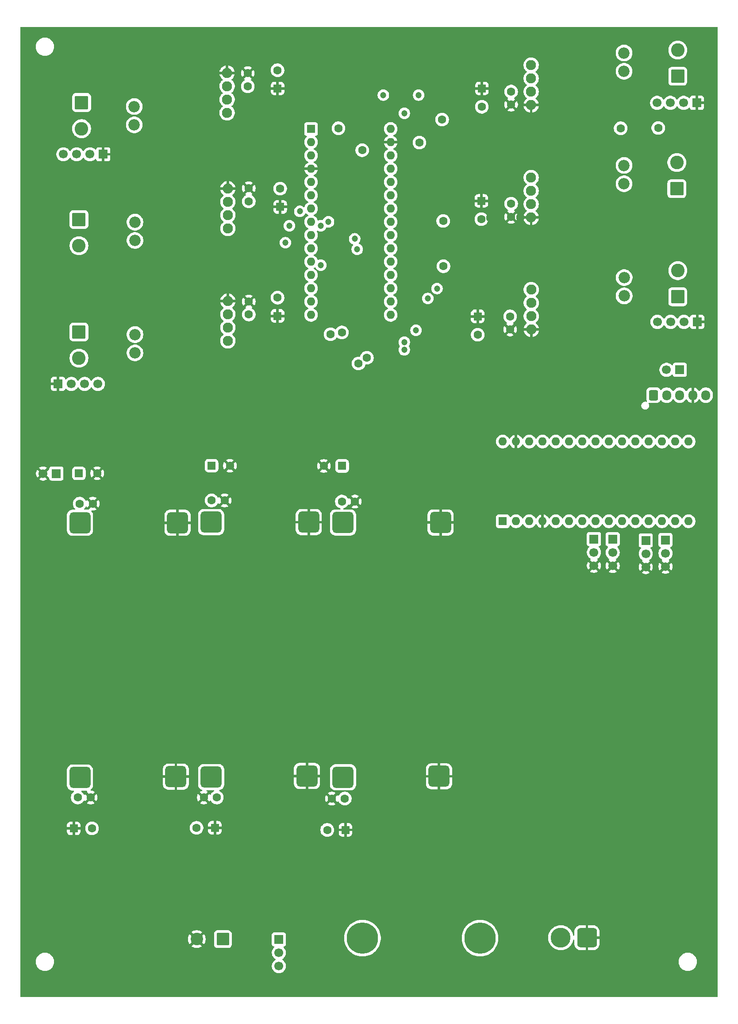
<source format=gbr>
%TF.GenerationSoftware,KiCad,Pcbnew,9.0.6*%
%TF.CreationDate,2025-12-16T10:50:29+01:00*%
%TF.ProjectId,Microver2025,4d696372-6f76-4657-9232-3032352e6b69,rev?*%
%TF.SameCoordinates,Original*%
%TF.FileFunction,Copper,L2,Inr*%
%TF.FilePolarity,Positive*%
%FSLAX46Y46*%
G04 Gerber Fmt 4.6, Leading zero omitted, Abs format (unit mm)*
G04 Created by KiCad (PCBNEW 9.0.6) date 2025-12-16 10:50:29*
%MOMM*%
%LPD*%
G01*
G04 APERTURE LIST*
G04 Aperture macros list*
%AMRoundRect*
0 Rectangle with rounded corners*
0 $1 Rounding radius*
0 $2 $3 $4 $5 $6 $7 $8 $9 X,Y pos of 4 corners*
0 Add a 4 corners polygon primitive as box body*
4,1,4,$2,$3,$4,$5,$6,$7,$8,$9,$2,$3,0*
0 Add four circle primitives for the rounded corners*
1,1,$1+$1,$2,$3*
1,1,$1+$1,$4,$5*
1,1,$1+$1,$6,$7*
1,1,$1+$1,$8,$9*
0 Add four rect primitives between the rounded corners*
20,1,$1+$1,$2,$3,$4,$5,0*
20,1,$1+$1,$4,$5,$6,$7,0*
20,1,$1+$1,$6,$7,$8,$9,0*
20,1,$1+$1,$8,$9,$2,$3,0*%
G04 Aperture macros list end*
%TA.AperFunction,ComponentPad*%
%ADD10C,1.600000*%
%TD*%
%TA.AperFunction,ComponentPad*%
%ADD11RoundRect,0.250000X0.550000X-0.550000X0.550000X0.550000X-0.550000X0.550000X-0.550000X-0.550000X0*%
%TD*%
%TA.AperFunction,ComponentPad*%
%ADD12RoundRect,0.250000X0.550000X0.550000X-0.550000X0.550000X-0.550000X-0.550000X0.550000X-0.550000X0*%
%TD*%
%TA.AperFunction,ComponentPad*%
%ADD13R,1.600000X1.600000*%
%TD*%
%TA.AperFunction,ComponentPad*%
%ADD14O,1.600000X1.600000*%
%TD*%
%TA.AperFunction,ComponentPad*%
%ADD15R,1.700000X1.700000*%
%TD*%
%TA.AperFunction,ComponentPad*%
%ADD16C,1.700000*%
%TD*%
%TA.AperFunction,ComponentPad*%
%ADD17RoundRect,0.250000X-0.550000X-0.550000X0.550000X-0.550000X0.550000X0.550000X-0.550000X0.550000X0*%
%TD*%
%TA.AperFunction,ComponentPad*%
%ADD18RoundRect,0.250000X-0.600000X-0.725000X0.600000X-0.725000X0.600000X0.725000X-0.600000X0.725000X0*%
%TD*%
%TA.AperFunction,ComponentPad*%
%ADD19O,1.700000X1.950000*%
%TD*%
%TA.AperFunction,ComponentPad*%
%ADD20RoundRect,0.250000X-1.050000X1.050000X-1.050000X-1.050000X1.050000X-1.050000X1.050000X1.050000X0*%
%TD*%
%TA.AperFunction,ComponentPad*%
%ADD21C,2.600000*%
%TD*%
%TA.AperFunction,ComponentPad*%
%ADD22C,1.930400*%
%TD*%
%TA.AperFunction,ComponentPad*%
%ADD23C,2.184400*%
%TD*%
%TA.AperFunction,ComponentPad*%
%ADD24RoundRect,0.600000X1.400000X-1.400000X1.400000X1.400000X-1.400000X1.400000X-1.400000X-1.400000X0*%
%TD*%
%TA.AperFunction,ComponentPad*%
%ADD25RoundRect,0.250000X-0.550000X0.550000X-0.550000X-0.550000X0.550000X-0.550000X0.550000X0.550000X0*%
%TD*%
%TA.AperFunction,ComponentPad*%
%ADD26RoundRect,0.250000X1.050000X-1.050000X1.050000X1.050000X-1.050000X1.050000X-1.050000X-1.050000X0*%
%TD*%
%TA.AperFunction,ComponentPad*%
%ADD27RoundRect,0.250001X0.949999X0.949999X-0.949999X0.949999X-0.949999X-0.949999X0.949999X-0.949999X0*%
%TD*%
%TA.AperFunction,ComponentPad*%
%ADD28C,2.400000*%
%TD*%
%TA.AperFunction,ComponentPad*%
%ADD29RoundRect,0.760000X1.140000X1.140000X-1.140000X1.140000X-1.140000X-1.140000X1.140000X-1.140000X0*%
%TD*%
%TA.AperFunction,ComponentPad*%
%ADD30C,3.800000*%
%TD*%
%TA.AperFunction,ComponentPad*%
%ADD31C,6.000000*%
%TD*%
%TA.AperFunction,ViaPad*%
%ADD32C,1.600000*%
%TD*%
%TA.AperFunction,ViaPad*%
%ADD33C,1.200000*%
%TD*%
%TA.AperFunction,Conductor*%
%ADD34C,1.000000*%
%TD*%
G04 APERTURE END LIST*
D10*
%TO.N,+18V*%
%TO.C,C6*%
X136500000Y-83000000D03*
D11*
%TO.N,GND*%
X136500000Y-86500000D03*
%TD*%
D10*
%TO.N,+18V*%
%TO.C,C16*%
X146000000Y-184790000D03*
D12*
%TO.N,GND*%
X149500000Y-184790000D03*
%TD*%
D13*
%TO.N,unconnected-(A2-TX1-Pad1)*%
%TO.C,A2*%
X179600000Y-125766630D03*
D14*
%TO.N,unconnected-(A2-RX1-Pad2)*%
X182140000Y-125766630D03*
%TO.N,unconnected-(A2-~{RESET}-Pad3)*%
X184680000Y-125766630D03*
%TO.N,GND*%
X187220000Y-125766630D03*
%TO.N,unconnected-(A2-D2-Pad5)*%
X189760000Y-125766630D03*
%TO.N,unconnected-(A2-D3-Pad6)*%
X192300000Y-125766630D03*
%TO.N,unconnected-(A2-D4-Pad7)*%
X194840000Y-125766630D03*
%TO.N,/5V*%
X197380000Y-125766630D03*
X199920000Y-125766630D03*
%TO.N,unconnected-(A2-D7-Pad10)*%
X202460000Y-125766630D03*
%TO.N,unconnected-(A2-D8-Pad11)*%
X205000000Y-125766630D03*
%TO.N,/5V*%
X207540000Y-125766630D03*
X210080000Y-125766630D03*
%TO.N,/SPI*%
X212620000Y-125766630D03*
X215160000Y-125766630D03*
%TO.N,unconnected-(A2-SCK-Pad16)*%
X215160000Y-110526630D03*
%TO.N,unconnected-(A2-3V3-Pad17)*%
X212620000Y-110526630D03*
%TO.N,unconnected-(A2-AREF-Pad18)*%
X210080000Y-110526630D03*
%TO.N,unconnected-(A2-A0-Pad19)*%
X207540000Y-110526630D03*
%TO.N,unconnected-(A2-A1-Pad20)*%
X205000000Y-110526630D03*
%TO.N,unconnected-(A2-A2-Pad21)*%
X202460000Y-110526630D03*
%TO.N,unconnected-(A2-A3-Pad22)*%
X199920000Y-110526630D03*
%TO.N,unconnected-(A2-SDA{slash}A4-Pad23)*%
X197380000Y-110526630D03*
%TO.N,unconnected-(A2-SCL{slash}A5-Pad24)*%
X194840000Y-110526630D03*
%TO.N,unconnected-(A2-A6-Pad25)*%
X192300000Y-110526630D03*
%TO.N,unconnected-(A2-A7-Pad26)*%
X189760000Y-110526630D03*
%TO.N,unconnected-(A2-+5V-Pad27)*%
X187220000Y-110526630D03*
%TO.N,unconnected-(A2-~{RESET}-Pad28)*%
X184680000Y-110526630D03*
%TO.N,GND*%
X182140000Y-110526630D03*
%TO.N,/5V*%
X179600000Y-110526630D03*
%TD*%
D15*
%TO.N,/5V*%
%TO.C,M4*%
X197040000Y-129180000D03*
D16*
X197040000Y-131720000D03*
%TO.N,GND*%
X197040000Y-134260000D03*
%TD*%
D15*
%TO.N,/5V*%
%TO.C,J4*%
X94170000Y-116640000D03*
D16*
%TO.N,GND*%
X91630000Y-116640000D03*
%TD*%
D12*
%TO.N,/5V*%
%TO.C,C15*%
X148855000Y-115190000D03*
D10*
%TO.N,GND*%
X145355000Y-115190000D03*
%TD*%
D17*
%TO.N,/5V*%
%TO.C,C24*%
X98477349Y-116590000D03*
D10*
%TO.N,GND*%
X101977349Y-116590000D03*
%TD*%
D18*
%TO.N,/5V*%
%TO.C,J11*%
X208450000Y-101650000D03*
D19*
%TO.N,/URAT*%
X210950000Y-101650000D03*
X213450000Y-101650000D03*
%TO.N,GND*%
X215950000Y-101650000D03*
%TO.N,unconnected-(J11-Pin_5-Pad5)*%
X218450000Y-101650000D03*
%TD*%
D15*
%TO.N,/5V*%
%TO.C,M2*%
X206960000Y-129425000D03*
D16*
X206960000Y-131965000D03*
%TO.N,GND*%
X206960000Y-134505000D03*
%TD*%
D12*
%TO.N,GND*%
%TO.C,C19*%
X124500000Y-184390000D03*
D10*
%TO.N,+18V*%
X121000000Y-184390000D03*
%TD*%
%TO.N,GND*%
%TO.C,C12*%
X181000000Y-89083370D03*
%TO.N,+18V*%
X181000000Y-86583370D03*
%TD*%
D15*
%TO.N,/5V*%
%TO.C,M1*%
X210735000Y-129350000D03*
D16*
X210735000Y-131890000D03*
%TO.N,GND*%
X210735000Y-134430000D03*
%TD*%
D15*
%TO.N,GND*%
%TO.C,J7*%
X103140000Y-55583370D03*
D16*
%TO.N,/5V*%
X100600000Y-55583370D03*
%TO.N,/DIGI*%
X98060000Y-55583370D03*
X95520000Y-55583370D03*
%TD*%
D20*
%TO.N,/M2_B*%
%TO.C,J3*%
X98500000Y-68063370D03*
D21*
%TO.N,/M2_A*%
X98500000Y-73063370D03*
%TD*%
D22*
%TO.N,GND*%
%TO.C,U5*%
X185027500Y-46138895D03*
%TO.N,/5V*%
X185027500Y-38518895D03*
X185027500Y-41058895D03*
%TO.N,+18V*%
X185027500Y-43598895D03*
D23*
%TO.N,/M4_A*%
X202807500Y-36210895D03*
%TO.N,/M4_B*%
X202807500Y-39710895D03*
%TD*%
D22*
%TO.N,GND*%
%TO.C,U4*%
X127000000Y-83633370D03*
%TO.N,/5V*%
X127000000Y-91253370D03*
X127000000Y-88713370D03*
%TO.N,+18V*%
X127000000Y-86173370D03*
D23*
%TO.N,/M3_A*%
X109220000Y-93561370D03*
%TO.N,/M3_B*%
X109220000Y-90061370D03*
%TD*%
D10*
%TO.N,GND*%
%TO.C,C22*%
X100750000Y-178590000D03*
%TO.N,+18V*%
X98250000Y-178590000D03*
%TD*%
D22*
%TO.N,GND*%
%TO.C,U6*%
X185027500Y-67638895D03*
%TO.N,/5V*%
X185027500Y-60018895D03*
X185027500Y-62558895D03*
%TO.N,+18V*%
X185027500Y-65098895D03*
D23*
%TO.N,/M5_A*%
X202807500Y-57710895D03*
%TO.N,/M5_B*%
X202807500Y-61210895D03*
%TD*%
D22*
%TO.N,GND*%
%TO.C,U8*%
X185052500Y-89088895D03*
%TO.N,/5V*%
X185052500Y-81468895D03*
X185052500Y-84008895D03*
%TO.N,+18V*%
X185052500Y-86548895D03*
D23*
%TO.N,/M6_A*%
X202832500Y-79160895D03*
%TO.N,/M6_B*%
X202832500Y-82660895D03*
%TD*%
D15*
%TO.N,GND*%
%TO.C,J8*%
X216750000Y-45750000D03*
D16*
%TO.N,/5V*%
X214210000Y-45750000D03*
%TO.N,/DIGI*%
X211670000Y-45750000D03*
X209130000Y-45750000D03*
%TD*%
D17*
%TO.N,GND*%
%TO.C,C23*%
X97500000Y-184500000D03*
D10*
%TO.N,+18V*%
X101000000Y-184500000D03*
%TD*%
D15*
%TO.N,GND*%
%TO.C,J2*%
X216800000Y-87633370D03*
D16*
%TO.N,/5V*%
X214260000Y-87633370D03*
%TO.N,/DIGI*%
X211720000Y-87633370D03*
X209180000Y-87633370D03*
%TD*%
D10*
%TO.N,GND*%
%TO.C,C11*%
X130800000Y-40083370D03*
%TO.N,+18V*%
X130800000Y-42583370D03*
%TD*%
D20*
%TO.N,/M1_B*%
%TO.C,J1*%
X99000000Y-45683370D03*
D21*
%TO.N,/M1_A*%
X99000000Y-50683370D03*
%TD*%
D24*
%TO.N,+18V*%
%TO.C,U9*%
X98700000Y-174790000D03*
%TO.N,GND*%
X117040000Y-174600000D03*
%TO.N,/5V*%
X98680000Y-126050000D03*
%TO.N,GND*%
X117360000Y-126050000D03*
%TD*%
D10*
%TO.N,/5V*%
%TO.C,C21*%
X123880000Y-121790000D03*
%TO.N,GND*%
X126380000Y-121790000D03*
%TD*%
D25*
%TO.N,GND*%
%TO.C,C4*%
X175600000Y-43000000D03*
D10*
%TO.N,+18V*%
X175600000Y-46500000D03*
%TD*%
%TO.N,GND*%
%TO.C,C9*%
X131000000Y-62083370D03*
%TO.N,+18V*%
X131000000Y-64583370D03*
%TD*%
D22*
%TO.N,GND*%
%TO.C,U2*%
X127000000Y-62133370D03*
%TO.N,/5V*%
X127000000Y-69753370D03*
X127000000Y-67213370D03*
%TO.N,+18V*%
X127000000Y-64673370D03*
D23*
%TO.N,/M2_A*%
X109220000Y-72061370D03*
%TO.N,/M2_B*%
X109220000Y-68561370D03*
%TD*%
D10*
%TO.N,GND*%
%TO.C,C3*%
X181200000Y-67533370D03*
%TO.N,+18V*%
X181200000Y-65033370D03*
%TD*%
D26*
%TO.N,/M4_B*%
%TO.C,J9*%
X213080000Y-40658895D03*
D21*
%TO.N,/M4_A*%
X213080000Y-35658895D03*
%TD*%
D10*
%TO.N,+18V*%
%TO.C,C8*%
X137000000Y-62152651D03*
D11*
%TO.N,GND*%
X137000000Y-65652651D03*
%TD*%
D15*
%TO.N,GND*%
%TO.C,J5*%
X94500000Y-99500000D03*
D16*
%TO.N,/5V*%
X97040000Y-99500000D03*
%TO.N,/DIGI*%
X99580000Y-99500000D03*
X102120000Y-99500000D03*
%TD*%
D20*
%TO.N,/M3_B*%
%TO.C,J6*%
X98500000Y-89563370D03*
D21*
%TO.N,/M3_A*%
X98500000Y-94563370D03*
%TD*%
D27*
%TO.N,+18V*%
%TO.C,C1*%
X126030000Y-205690000D03*
D28*
%TO.N,GND*%
X121030000Y-205690000D03*
%TD*%
D10*
%TO.N,GND*%
%TO.C,C18*%
X122380000Y-178590000D03*
%TO.N,+18V*%
X124880000Y-178590000D03*
%TD*%
D13*
%TO.N,unconnected-(A1-TX1-Pad1)*%
%TO.C,A1*%
X142907500Y-50737845D03*
D14*
%TO.N,unconnected-(A1-RX1-Pad2)*%
X142907500Y-53277845D03*
%TO.N,unconnected-(A1-~{RESET}-Pad3)*%
X142907500Y-55817845D03*
%TO.N,GND*%
X142907500Y-58357845D03*
%TO.N,unconnected-(A1-D2-Pad5)*%
X142907500Y-60897845D03*
%TO.N,unconnected-(A1-D3-Pad6)*%
X142907500Y-63437845D03*
%TO.N,unconnected-(A1-D4-Pad7)*%
X142907500Y-65977845D03*
%TO.N,/5V*%
X142907500Y-68517845D03*
X142907500Y-71057845D03*
%TO.N,unconnected-(A1-D7-Pad10)*%
X142907500Y-73597845D03*
%TO.N,unconnected-(A1-D8-Pad11)*%
X142907500Y-76137845D03*
%TO.N,/5V*%
X142907500Y-78677845D03*
X142907500Y-81217845D03*
%TO.N,/SPI*%
X142907500Y-83757845D03*
X142907500Y-86297845D03*
%TO.N,unconnected-(A1-SCK-Pad16)*%
X158147500Y-86297845D03*
%TO.N,unconnected-(A1-3V3-Pad17)*%
X158147500Y-83757845D03*
%TO.N,unconnected-(A1-AREF-Pad18)*%
X158147500Y-81217845D03*
%TO.N,/DIGI*%
X158147500Y-78677845D03*
X158147500Y-76137845D03*
X158147500Y-73597845D03*
X158147500Y-71057845D03*
X158147500Y-68517845D03*
X158147500Y-65977845D03*
X158147500Y-63437845D03*
X158147500Y-60897845D03*
%TO.N,/5V*%
X158147500Y-58357845D03*
%TO.N,unconnected-(A1-~{RESET}-Pad28)*%
X158147500Y-55817845D03*
%TO.N,GND*%
X158147500Y-53277845D03*
%TO.N,unconnected-(A1-VIN-Pad30)*%
X158147500Y-50737845D03*
%TD*%
D10*
%TO.N,/5V*%
%TO.C,C14*%
X148800000Y-121990000D03*
%TO.N,GND*%
X151300000Y-121990000D03*
%TD*%
%TO.N,GND*%
%TO.C,C7*%
X131000000Y-83733370D03*
%TO.N,+18V*%
X131000000Y-86233370D03*
%TD*%
D25*
%TO.N,GND*%
%TO.C,C2*%
X175500000Y-64500000D03*
D10*
%TO.N,+18V*%
X175500000Y-68000000D03*
%TD*%
D26*
%TO.N,/M6_B*%
%TO.C,J12*%
X213080000Y-82833370D03*
D21*
%TO.N,/M6_A*%
X213080000Y-77833370D03*
%TD*%
D22*
%TO.N,GND*%
%TO.C,U1*%
X126852500Y-40028895D03*
%TO.N,/5V*%
X126852500Y-47648895D03*
X126852500Y-45108895D03*
%TO.N,+18V*%
X126852500Y-42568895D03*
D23*
%TO.N,/M1_A*%
X109072500Y-49956895D03*
%TO.N,/M1_B*%
X109072500Y-46456895D03*
%TD*%
D29*
%TO.N,GND*%
%TO.C,J14*%
X195700000Y-205400000D03*
D30*
%TO.N,+18V*%
X190700000Y-205400000D03*
%TD*%
D15*
%TO.N,+18V*%
%TO.C,SW1*%
X136750000Y-205750000D03*
D16*
X136750000Y-208290000D03*
%TO.N,unconnected-(SW1-C-Pad3)*%
X136750000Y-210830000D03*
%TD*%
D17*
%TO.N,/5V*%
%TO.C,C20*%
X123880000Y-115140000D03*
D10*
%TO.N,GND*%
X127380000Y-115140000D03*
%TD*%
%TO.N,+18V*%
%TO.C,C13*%
X174800000Y-90080719D03*
D25*
%TO.N,GND*%
X174800000Y-86580719D03*
%TD*%
D26*
%TO.N,/M5_B*%
%TO.C,J10*%
X212907500Y-62158895D03*
D21*
%TO.N,/M5_A*%
X212907500Y-57158895D03*
%TD*%
D15*
%TO.N,/URAT*%
%TO.C,J13*%
X213470000Y-96800000D03*
D16*
X210930000Y-96800000D03*
%TD*%
D24*
%TO.N,+18V*%
%TO.C,U3*%
X149040000Y-174730000D03*
%TO.N,GND*%
X167380000Y-174540000D03*
%TO.N,/5V*%
X149020000Y-125990000D03*
%TO.N,GND*%
X167700000Y-125990000D03*
%TD*%
D31*
%TO.N,+18V*%
%TO.C,F1*%
X175250000Y-205500000D03*
X152750000Y-205500000D03*
%TD*%
D10*
%TO.N,GND*%
%TO.C,C17*%
X146880000Y-178790000D03*
%TO.N,+18V*%
X149380000Y-178790000D03*
%TD*%
%TO.N,/5V*%
%TO.C,C25*%
X98630000Y-122390000D03*
%TO.N,GND*%
X101130000Y-122390000D03*
%TD*%
D11*
%TO.N,GND*%
%TO.C,C10*%
X136500000Y-43000000D03*
D10*
%TO.N,+18V*%
X136500000Y-39500000D03*
%TD*%
D24*
%TO.N,+18V*%
%TO.C,U10*%
X123800000Y-174680000D03*
%TO.N,GND*%
X142140000Y-174490000D03*
%TO.N,/5V*%
X123780000Y-125940000D03*
%TO.N,GND*%
X142460000Y-125940000D03*
%TD*%
D15*
%TO.N,/5V*%
%TO.C,M3*%
X200630000Y-129200000D03*
D16*
X200630000Y-131740000D03*
%TO.N,GND*%
X200630000Y-134280000D03*
%TD*%
D10*
%TO.N,GND*%
%TO.C,C5*%
X181200000Y-46083370D03*
%TO.N,+18V*%
X181200000Y-43583370D03*
%TD*%
D32*
%TO.N,GND*%
X206950000Y-136860000D03*
X141000000Y-56950000D03*
X117540000Y-182490000D03*
X136550000Y-36950000D03*
X131050000Y-81540000D03*
X172500000Y-93000000D03*
X143130000Y-118640000D03*
X124250000Y-83600000D03*
X104255000Y-113015000D03*
X139150000Y-39900000D03*
X118250000Y-211950000D03*
X177200000Y-67750000D03*
X112130000Y-173680000D03*
X142380000Y-121890000D03*
X215300000Y-104100000D03*
X177000000Y-93000000D03*
X167630000Y-122140000D03*
X217600000Y-104150000D03*
X126950000Y-59450000D03*
X130130000Y-118390000D03*
X126700000Y-37450000D03*
X185250000Y-48800000D03*
X129630000Y-111390000D03*
X197050000Y-136640000D03*
X91650000Y-113750000D03*
X141630000Y-115140000D03*
X178300000Y-48600000D03*
X139380000Y-178390000D03*
X128630000Y-121890000D03*
X127000000Y-81050000D03*
X113880000Y-178390000D03*
X181500000Y-92000000D03*
X182150000Y-107900000D03*
X124500000Y-62150000D03*
D33*
X160250000Y-53250000D03*
D32*
X163130000Y-126140000D03*
X153880000Y-122140000D03*
X133750000Y-37000000D03*
X104630000Y-182390000D03*
X91550000Y-119350000D03*
X210750000Y-136750000D03*
X116630000Y-170180000D03*
X119520000Y-178610000D03*
X117380000Y-129890000D03*
X187500000Y-46150000D03*
X178300000Y-46400000D03*
X142380000Y-129890000D03*
X181300000Y-48500000D03*
X104380000Y-187390000D03*
X103380000Y-122390000D03*
X138500000Y-79250000D03*
X144540000Y-178830000D03*
X104755000Y-120015000D03*
X115990000Y-205430000D03*
X137880000Y-125890000D03*
X117380000Y-121890000D03*
D33*
X216750000Y-90000000D03*
D32*
X124200000Y-81150000D03*
X112880000Y-125890000D03*
X103130000Y-178640000D03*
X167130000Y-170140000D03*
X142630000Y-111640000D03*
D33*
X95000000Y-97500000D03*
D32*
X197500000Y-209500000D03*
X142650000Y-187110000D03*
X139050000Y-83350000D03*
X170350000Y-67800000D03*
X141910000Y-170180000D03*
X139250000Y-37050000D03*
D33*
X216750000Y-47800000D03*
D32*
X164380000Y-178350000D03*
X187200000Y-128150000D03*
X175550000Y-49000000D03*
X133700000Y-39650000D03*
X88920000Y-116690000D03*
X124400000Y-59600000D03*
X200620000Y-136600000D03*
X137410000Y-173680000D03*
X200000000Y-207000000D03*
X105755000Y-116515000D03*
X131130000Y-114890000D03*
X179500000Y-91000000D03*
X167630000Y-130140000D03*
X162630000Y-173640000D03*
X200000000Y-203500000D03*
X142560000Y-182710000D03*
X118250000Y-200210000D03*
X124350000Y-40000000D03*
D33*
X103150000Y-57400000D03*
D32*
X182950000Y-67650000D03*
X131050000Y-59800000D03*
X130750000Y-37650000D03*
X197500000Y-201500000D03*
X178950000Y-67750000D03*
X117630000Y-186890000D03*
%TO.N,/SPI*%
X152000000Y-95600000D03*
X148800000Y-89650000D03*
X146650000Y-90000000D03*
X153600000Y-94500000D03*
%TO.N,/5V*%
X168200000Y-68334370D03*
X148150000Y-50600000D03*
D33*
X140750000Y-66500000D03*
D32*
X152700000Y-54800000D03*
X209350000Y-50550000D03*
X202150000Y-50600000D03*
X168000000Y-48950000D03*
X168250000Y-77000000D03*
D33*
X160750000Y-47750000D03*
X156750000Y-44250000D03*
X138750000Y-69250000D03*
X138000000Y-72500000D03*
X163000000Y-89250000D03*
X163500000Y-44250000D03*
D32*
X163650000Y-53350000D03*
D33*
X144792672Y-76792672D03*
%TO.N,/DIGI*%
X167000000Y-81250000D03*
X144750000Y-69250000D03*
X160750000Y-93000000D03*
X151750000Y-73750000D03*
X146250000Y-68500000D03*
X160750000Y-91500000D03*
X165250000Y-83161522D03*
X151250000Y-71750000D03*
%TD*%
D34*
%TO.N,GND*%
X142765345Y-58500000D02*
X142907500Y-58357845D01*
X216800000Y-89950000D02*
X216750000Y-90000000D01*
X160222155Y-53277845D02*
X160250000Y-53250000D01*
%TD*%
%TA.AperFunction,Conductor*%
%TO.N,GND*%
G36*
X100012320Y-177310185D02*
G01*
X100058075Y-177362989D01*
X100068019Y-177432147D01*
X100038994Y-177495703D01*
X100024173Y-177509304D01*
X100024077Y-177510524D01*
X100703554Y-178190000D01*
X100697339Y-178190000D01*
X100595606Y-178217259D01*
X100504394Y-178269920D01*
X100429920Y-178344394D01*
X100377259Y-178435606D01*
X100350000Y-178537339D01*
X100350000Y-178543553D01*
X99670524Y-177864077D01*
X99670523Y-177864077D01*
X99638143Y-177908644D01*
X99610765Y-177962378D01*
X99562790Y-178013174D01*
X99494969Y-178029969D01*
X99428834Y-178007431D01*
X99389795Y-177962378D01*
X99389794Y-177962376D01*
X99362287Y-177908390D01*
X99362285Y-177908387D01*
X99362284Y-177908385D01*
X99241971Y-177742786D01*
X99097219Y-177598034D01*
X99078976Y-177584780D01*
X98982681Y-177514818D01*
X98940016Y-177459489D01*
X98934037Y-177389875D01*
X98966642Y-177328080D01*
X99027481Y-177293723D01*
X99055567Y-177290500D01*
X99945281Y-177290500D01*
X100012320Y-177310185D01*
G37*
%TD.AperFunction*%
%TA.AperFunction,Conductor*%
G36*
X124332244Y-177200185D02*
G01*
X124377999Y-177252989D01*
X124387943Y-177322147D01*
X124358918Y-177385703D01*
X124321500Y-177414985D01*
X124198386Y-177477715D01*
X124032786Y-177598028D01*
X123888028Y-177742786D01*
X123767714Y-177908386D01*
X123740203Y-177962379D01*
X123692227Y-178013174D01*
X123624406Y-178029968D01*
X123558272Y-178007429D01*
X123519234Y-177962376D01*
X123491861Y-177908652D01*
X123459474Y-177864077D01*
X123459474Y-177864076D01*
X122780000Y-178543551D01*
X122780000Y-178537339D01*
X122752741Y-178435606D01*
X122700080Y-178344394D01*
X122625606Y-178269920D01*
X122534394Y-178217259D01*
X122432661Y-178190000D01*
X122426446Y-178190000D01*
X123105922Y-177510524D01*
X123105921Y-177510523D01*
X123061359Y-177478147D01*
X123061350Y-177478141D01*
X122937399Y-177414985D01*
X122886603Y-177367010D01*
X122869808Y-177299189D01*
X122892345Y-177233055D01*
X122947060Y-177189603D01*
X122993694Y-177180500D01*
X124265205Y-177180500D01*
X124332244Y-177200185D01*
G37*
%TD.AperFunction*%
%TA.AperFunction,Conductor*%
G36*
X100730000Y-122442661D02*
G01*
X100757259Y-122544394D01*
X100809920Y-122635606D01*
X100884394Y-122710080D01*
X100975606Y-122762741D01*
X101077339Y-122790000D01*
X101083553Y-122790000D01*
X100389668Y-123483882D01*
X100386609Y-123498444D01*
X100337557Y-123548200D01*
X100269391Y-123563537D01*
X100251001Y-123560960D01*
X100211247Y-123552312D01*
X100203982Y-123551879D01*
X100164038Y-123549500D01*
X100164027Y-123549500D01*
X99609047Y-123549500D01*
X99542008Y-123529815D01*
X99496253Y-123477011D01*
X99486309Y-123407853D01*
X99515334Y-123344297D01*
X99521366Y-123337819D01*
X99569185Y-123290000D01*
X99621966Y-123237219D01*
X99621968Y-123237215D01*
X99621971Y-123237213D01*
X99742286Y-123071611D01*
X99742415Y-123071359D01*
X99769795Y-123017621D01*
X99817769Y-122966826D01*
X99885589Y-122950030D01*
X99951725Y-122972567D01*
X99990765Y-123017621D01*
X100018141Y-123071350D01*
X100018147Y-123071359D01*
X100050523Y-123115921D01*
X100050524Y-123115922D01*
X100730000Y-122436446D01*
X100730000Y-122442661D01*
G37*
%TD.AperFunction*%
%TA.AperFunction,Conductor*%
G36*
X220692539Y-31270185D02*
G01*
X220738294Y-31322989D01*
X220749500Y-31374500D01*
X220749500Y-216625500D01*
X220729815Y-216692539D01*
X220677011Y-216738294D01*
X220625500Y-216749500D01*
X87374500Y-216749500D01*
X87307461Y-216729815D01*
X87261706Y-216677011D01*
X87250500Y-216625500D01*
X87250500Y-209885258D01*
X90249500Y-209885258D01*
X90249500Y-210114741D01*
X90274446Y-210304215D01*
X90279452Y-210342238D01*
X90279453Y-210342240D01*
X90338842Y-210563887D01*
X90426650Y-210775876D01*
X90426657Y-210775890D01*
X90541392Y-210974617D01*
X90681081Y-211156661D01*
X90681089Y-211156670D01*
X90843330Y-211318911D01*
X90843338Y-211318918D01*
X91025382Y-211458607D01*
X91025385Y-211458608D01*
X91025388Y-211458611D01*
X91224112Y-211573344D01*
X91224117Y-211573346D01*
X91224123Y-211573349D01*
X91315480Y-211611190D01*
X91436113Y-211661158D01*
X91657762Y-211720548D01*
X91885266Y-211750500D01*
X91885273Y-211750500D01*
X92114727Y-211750500D01*
X92114734Y-211750500D01*
X92342238Y-211720548D01*
X92563887Y-211661158D01*
X92775888Y-211573344D01*
X92974612Y-211458611D01*
X93156661Y-211318919D01*
X93156665Y-211318914D01*
X93156670Y-211318911D01*
X93318911Y-211156670D01*
X93318914Y-211156665D01*
X93318919Y-211156661D01*
X93458611Y-210974612D01*
X93573344Y-210775888D01*
X93661158Y-210563887D01*
X93720548Y-210342238D01*
X93750500Y-210114734D01*
X93750500Y-209885266D01*
X93720548Y-209657762D01*
X93661158Y-209436113D01*
X93573344Y-209224112D01*
X93458611Y-209025388D01*
X93458608Y-209025385D01*
X93458607Y-209025382D01*
X93318918Y-208843338D01*
X93318911Y-208843330D01*
X93156670Y-208681089D01*
X93156661Y-208681081D01*
X92974617Y-208541392D01*
X92775890Y-208426657D01*
X92775876Y-208426650D01*
X92563887Y-208338842D01*
X92342238Y-208279452D01*
X92304215Y-208274446D01*
X92114741Y-208249500D01*
X92114734Y-208249500D01*
X91885266Y-208249500D01*
X91885258Y-208249500D01*
X91668715Y-208278009D01*
X91657762Y-208279452D01*
X91564076Y-208304554D01*
X91436112Y-208338842D01*
X91224123Y-208426650D01*
X91224109Y-208426657D01*
X91025382Y-208541392D01*
X90843338Y-208681081D01*
X90681081Y-208843338D01*
X90541392Y-209025382D01*
X90426657Y-209224109D01*
X90426650Y-209224123D01*
X90338842Y-209436112D01*
X90279453Y-209657759D01*
X90279451Y-209657770D01*
X90249500Y-209885258D01*
X87250500Y-209885258D01*
X87250500Y-205578575D01*
X119330000Y-205578575D01*
X119330000Y-205801424D01*
X119359085Y-206022354D01*
X119359088Y-206022367D01*
X119416763Y-206237618D01*
X119502045Y-206443502D01*
X119502054Y-206443520D01*
X119613464Y-206636491D01*
X119613473Y-206636504D01*
X119664040Y-206702403D01*
X119664043Y-206702403D01*
X120465387Y-205901058D01*
X120470889Y-205921591D01*
X120549881Y-206058408D01*
X120661592Y-206170119D01*
X120798409Y-206249111D01*
X120818940Y-206254612D01*
X120017595Y-207055955D01*
X120017595Y-207055956D01*
X120083507Y-207106533D01*
X120276485Y-207217949D01*
X120276497Y-207217954D01*
X120482381Y-207303236D01*
X120697632Y-207360911D01*
X120697645Y-207360914D01*
X120918575Y-207390000D01*
X121141425Y-207390000D01*
X121362354Y-207360914D01*
X121362367Y-207360911D01*
X121577618Y-207303236D01*
X121783502Y-207217954D01*
X121783514Y-207217949D01*
X121976498Y-207106530D01*
X122042403Y-207055957D01*
X122042404Y-207055956D01*
X121241059Y-206254612D01*
X121261591Y-206249111D01*
X121398408Y-206170119D01*
X121510119Y-206058408D01*
X121589111Y-205921591D01*
X121594612Y-205901060D01*
X122395956Y-206702404D01*
X122395957Y-206702403D01*
X122446530Y-206636498D01*
X122557949Y-206443514D01*
X122557954Y-206443502D01*
X122643236Y-206237618D01*
X122700911Y-206022367D01*
X122700914Y-206022354D01*
X122730000Y-205801424D01*
X122730000Y-205578575D01*
X122700914Y-205357645D01*
X122700911Y-205357632D01*
X122643236Y-205142381D01*
X122557954Y-204936497D01*
X122557949Y-204936485D01*
X122449610Y-204748835D01*
X122446533Y-204743506D01*
X122405463Y-204689984D01*
X124329500Y-204689984D01*
X124329500Y-206690015D01*
X124340000Y-206792795D01*
X124340001Y-206792796D01*
X124395186Y-206959335D01*
X124395187Y-206959337D01*
X124487286Y-207108651D01*
X124487289Y-207108655D01*
X124611344Y-207232710D01*
X124611348Y-207232713D01*
X124760662Y-207324812D01*
X124760664Y-207324813D01*
X124760666Y-207324814D01*
X124927203Y-207379999D01*
X125029992Y-207390500D01*
X125029997Y-207390500D01*
X127030003Y-207390500D01*
X127030008Y-207390500D01*
X127132797Y-207379999D01*
X127299334Y-207324814D01*
X127448655Y-207232711D01*
X127572711Y-207108655D01*
X127664814Y-206959334D01*
X127719999Y-206792797D01*
X127730500Y-206690008D01*
X127730500Y-204852135D01*
X135399500Y-204852135D01*
X135399500Y-206647870D01*
X135399501Y-206647876D01*
X135405908Y-206707483D01*
X135456202Y-206842328D01*
X135456206Y-206842335D01*
X135542452Y-206957544D01*
X135542455Y-206957547D01*
X135657664Y-207043793D01*
X135657671Y-207043797D01*
X135789082Y-207092810D01*
X135845016Y-207134681D01*
X135869433Y-207200145D01*
X135854582Y-207268418D01*
X135833431Y-207296673D01*
X135719889Y-207410215D01*
X135594951Y-207582179D01*
X135498444Y-207771585D01*
X135498443Y-207771587D01*
X135498443Y-207771588D01*
X135489212Y-207799999D01*
X135432753Y-207973760D01*
X135399500Y-208183713D01*
X135399500Y-208396286D01*
X135422482Y-208541392D01*
X135432754Y-208606243D01*
X135457070Y-208681081D01*
X135498444Y-208808414D01*
X135594951Y-208997820D01*
X135719890Y-209169786D01*
X135870213Y-209320109D01*
X136042182Y-209445050D01*
X136050946Y-209449516D01*
X136101742Y-209497491D01*
X136118536Y-209565312D01*
X136095998Y-209631447D01*
X136050946Y-209670484D01*
X136042182Y-209674949D01*
X135870213Y-209799890D01*
X135719890Y-209950213D01*
X135594951Y-210122179D01*
X135498444Y-210311585D01*
X135432753Y-210513760D01*
X135424814Y-210563887D01*
X135399500Y-210723713D01*
X135399500Y-210936287D01*
X135432754Y-211146243D01*
X135488857Y-211318911D01*
X135498444Y-211348414D01*
X135594951Y-211537820D01*
X135719890Y-211709786D01*
X135870213Y-211860109D01*
X136042179Y-211985048D01*
X136042181Y-211985049D01*
X136042184Y-211985051D01*
X136231588Y-212081557D01*
X136433757Y-212147246D01*
X136643713Y-212180500D01*
X136643714Y-212180500D01*
X136856286Y-212180500D01*
X136856287Y-212180500D01*
X137066243Y-212147246D01*
X137268412Y-212081557D01*
X137457816Y-211985051D01*
X137479789Y-211969086D01*
X137629786Y-211860109D01*
X137629788Y-211860106D01*
X137629792Y-211860104D01*
X137780104Y-211709792D01*
X137780106Y-211709788D01*
X137780109Y-211709786D01*
X137905048Y-211537820D01*
X137905047Y-211537820D01*
X137905051Y-211537816D01*
X138001557Y-211348412D01*
X138067246Y-211146243D01*
X138100500Y-210936287D01*
X138100500Y-210723713D01*
X138067246Y-210513757D01*
X138001557Y-210311588D01*
X137905051Y-210122184D01*
X137905049Y-210122181D01*
X137905048Y-210122179D01*
X137782929Y-209954095D01*
X137782927Y-209954093D01*
X137780105Y-209950209D01*
X137715154Y-209885258D01*
X213249500Y-209885258D01*
X213249500Y-210114741D01*
X213274446Y-210304215D01*
X213279452Y-210342238D01*
X213279453Y-210342240D01*
X213338842Y-210563887D01*
X213426650Y-210775876D01*
X213426657Y-210775890D01*
X213541392Y-210974617D01*
X213681081Y-211156661D01*
X213681089Y-211156670D01*
X213843330Y-211318911D01*
X213843338Y-211318918D01*
X214025382Y-211458607D01*
X214025385Y-211458608D01*
X214025388Y-211458611D01*
X214224112Y-211573344D01*
X214224117Y-211573346D01*
X214224123Y-211573349D01*
X214315480Y-211611190D01*
X214436113Y-211661158D01*
X214657762Y-211720548D01*
X214885266Y-211750500D01*
X214885273Y-211750500D01*
X215114727Y-211750500D01*
X215114734Y-211750500D01*
X215342238Y-211720548D01*
X215563887Y-211661158D01*
X215775888Y-211573344D01*
X215974612Y-211458611D01*
X216156661Y-211318919D01*
X216156665Y-211318914D01*
X216156670Y-211318911D01*
X216318911Y-211156670D01*
X216318914Y-211156665D01*
X216318919Y-211156661D01*
X216458611Y-210974612D01*
X216573344Y-210775888D01*
X216661158Y-210563887D01*
X216720548Y-210342238D01*
X216750500Y-210114734D01*
X216750500Y-209885266D01*
X216720548Y-209657762D01*
X216661158Y-209436113D01*
X216573344Y-209224112D01*
X216458611Y-209025388D01*
X216458608Y-209025385D01*
X216458607Y-209025382D01*
X216318918Y-208843338D01*
X216318911Y-208843330D01*
X216156670Y-208681089D01*
X216156661Y-208681081D01*
X215974617Y-208541392D01*
X215775890Y-208426657D01*
X215775876Y-208426650D01*
X215563887Y-208338842D01*
X215342238Y-208279452D01*
X215304215Y-208274446D01*
X215114741Y-208249500D01*
X215114734Y-208249500D01*
X214885266Y-208249500D01*
X214885258Y-208249500D01*
X214668715Y-208278009D01*
X214657762Y-208279452D01*
X214564076Y-208304554D01*
X214436112Y-208338842D01*
X214224123Y-208426650D01*
X214224109Y-208426657D01*
X214025382Y-208541392D01*
X213843338Y-208681081D01*
X213681081Y-208843338D01*
X213541392Y-209025382D01*
X213426657Y-209224109D01*
X213426650Y-209224123D01*
X213338842Y-209436112D01*
X213279453Y-209657759D01*
X213279451Y-209657770D01*
X213249500Y-209885258D01*
X137715154Y-209885258D01*
X137629786Y-209799890D01*
X137457820Y-209674951D01*
X137457115Y-209674591D01*
X137449054Y-209670485D01*
X137398259Y-209622512D01*
X137381463Y-209554692D01*
X137403999Y-209488556D01*
X137449054Y-209449515D01*
X137457816Y-209445051D01*
X137479789Y-209429086D01*
X137629786Y-209320109D01*
X137629788Y-209320106D01*
X137629792Y-209320104D01*
X137780104Y-209169792D01*
X137780106Y-209169788D01*
X137780109Y-209169786D01*
X137905048Y-208997820D01*
X137905047Y-208997820D01*
X137905051Y-208997816D01*
X138001557Y-208808412D01*
X138067246Y-208606243D01*
X138100500Y-208396287D01*
X138100500Y-208183713D01*
X138067246Y-207973757D01*
X138001557Y-207771588D01*
X137905051Y-207582184D01*
X137905049Y-207582181D01*
X137905048Y-207582179D01*
X137780109Y-207410213D01*
X137666569Y-207296673D01*
X137633084Y-207235350D01*
X137638068Y-207165658D01*
X137679940Y-207109725D01*
X137710915Y-207092810D01*
X137842331Y-207043796D01*
X137957546Y-206957546D01*
X138043796Y-206842331D01*
X138094091Y-206707483D01*
X138100500Y-206647873D01*
X138100499Y-205328034D01*
X149249500Y-205328034D01*
X149249500Y-205671965D01*
X149283210Y-206014249D01*
X149350308Y-206351572D01*
X149450150Y-206680706D01*
X149517099Y-206842335D01*
X149564821Y-206957547D01*
X149581770Y-206998464D01*
X149581772Y-206998469D01*
X149743893Y-207301775D01*
X149743904Y-207301793D01*
X149934975Y-207587751D01*
X149934985Y-207587765D01*
X150153176Y-207853632D01*
X150396367Y-208096823D01*
X150396372Y-208096827D01*
X150396373Y-208096828D01*
X150662240Y-208315019D01*
X150948213Y-208506100D01*
X150948222Y-208506105D01*
X150948224Y-208506106D01*
X151251530Y-208668227D01*
X151251532Y-208668227D01*
X151251538Y-208668231D01*
X151569295Y-208799850D01*
X151898422Y-208899690D01*
X152235750Y-208966789D01*
X152578031Y-209000500D01*
X152578034Y-209000500D01*
X152921966Y-209000500D01*
X152921969Y-209000500D01*
X153264250Y-208966789D01*
X153601578Y-208899690D01*
X153930705Y-208799850D01*
X154248462Y-208668231D01*
X154551787Y-208506100D01*
X154837760Y-208315019D01*
X155103627Y-208096828D01*
X155346828Y-207853627D01*
X155565019Y-207587760D01*
X155756100Y-207301787D01*
X155918231Y-206998462D01*
X156049850Y-206680705D01*
X156149690Y-206351578D01*
X156216789Y-206014250D01*
X156250500Y-205671969D01*
X156250500Y-205328034D01*
X171749500Y-205328034D01*
X171749500Y-205671965D01*
X171783210Y-206014249D01*
X171850308Y-206351572D01*
X171950150Y-206680706D01*
X172017099Y-206842335D01*
X172064821Y-206957547D01*
X172081770Y-206998464D01*
X172081772Y-206998469D01*
X172243893Y-207301775D01*
X172243904Y-207301793D01*
X172434975Y-207587751D01*
X172434985Y-207587765D01*
X172653176Y-207853632D01*
X172896367Y-208096823D01*
X172896372Y-208096827D01*
X172896373Y-208096828D01*
X173162240Y-208315019D01*
X173448213Y-208506100D01*
X173448222Y-208506105D01*
X173448224Y-208506106D01*
X173751530Y-208668227D01*
X173751532Y-208668227D01*
X173751538Y-208668231D01*
X174069295Y-208799850D01*
X174398422Y-208899690D01*
X174735750Y-208966789D01*
X175078031Y-209000500D01*
X175078034Y-209000500D01*
X175421966Y-209000500D01*
X175421969Y-209000500D01*
X175764250Y-208966789D01*
X176101578Y-208899690D01*
X176430705Y-208799850D01*
X176748462Y-208668231D01*
X177051787Y-208506100D01*
X177337760Y-208315019D01*
X177603627Y-208096828D01*
X177846828Y-207853627D01*
X178065019Y-207587760D01*
X178256100Y-207301787D01*
X178418231Y-206998462D01*
X178549850Y-206680705D01*
X178649690Y-206351578D01*
X178716789Y-206014250D01*
X178750500Y-205671969D01*
X178750500Y-205328031D01*
X178744310Y-205265186D01*
X188299500Y-205265186D01*
X188299500Y-205534813D01*
X188329686Y-205802719D01*
X188329688Y-205802731D01*
X188389684Y-206065594D01*
X188389687Y-206065602D01*
X188478734Y-206320082D01*
X188595714Y-206562994D01*
X188595716Y-206562997D01*
X188739162Y-206791289D01*
X188907266Y-207002085D01*
X189097915Y-207192734D01*
X189308711Y-207360838D01*
X189537003Y-207504284D01*
X189779921Y-207621267D01*
X189971049Y-207688145D01*
X190034397Y-207710312D01*
X190034405Y-207710315D01*
X190034408Y-207710315D01*
X190034409Y-207710316D01*
X190297268Y-207770312D01*
X190565187Y-207800499D01*
X190565188Y-207800500D01*
X190565191Y-207800500D01*
X190834812Y-207800500D01*
X190834812Y-207800499D01*
X191102732Y-207770312D01*
X191365591Y-207710316D01*
X191620079Y-207621267D01*
X191862997Y-207504284D01*
X192091289Y-207360838D01*
X192302085Y-207192734D01*
X192492734Y-207002085D01*
X192660838Y-206791289D01*
X192804284Y-206562997D01*
X192921267Y-206320079D01*
X193010316Y-206065591D01*
X193055109Y-205869339D01*
X193089218Y-205808361D01*
X193150879Y-205775503D01*
X193220516Y-205781198D01*
X193276020Y-205823638D01*
X193299768Y-205889348D01*
X193300000Y-205896932D01*
X193300000Y-206604719D01*
X193310482Y-206737906D01*
X193310483Y-206737912D01*
X193365898Y-206957829D01*
X193365899Y-206957832D01*
X193459695Y-207164330D01*
X193459698Y-207164336D01*
X193588851Y-207350758D01*
X193588861Y-207350770D01*
X193749229Y-207511138D01*
X193749241Y-207511148D01*
X193935663Y-207640301D01*
X193935669Y-207640304D01*
X194142167Y-207734100D01*
X194142170Y-207734101D01*
X194362087Y-207789516D01*
X194362093Y-207789517D01*
X194495280Y-207799999D01*
X194495294Y-207800000D01*
X195450000Y-207800000D01*
X195450000Y-206727231D01*
X195593753Y-206750000D01*
X195806247Y-206750000D01*
X195950000Y-206727231D01*
X195950000Y-207800000D01*
X196904706Y-207800000D01*
X196904719Y-207799999D01*
X197037906Y-207789517D01*
X197037912Y-207789516D01*
X197257829Y-207734101D01*
X197257832Y-207734100D01*
X197464330Y-207640304D01*
X197464336Y-207640301D01*
X197650758Y-207511148D01*
X197650770Y-207511138D01*
X197811138Y-207350770D01*
X197811148Y-207350758D01*
X197940301Y-207164336D01*
X197940304Y-207164330D01*
X198034100Y-206957832D01*
X198034101Y-206957829D01*
X198089516Y-206737912D01*
X198089517Y-206737906D01*
X198099999Y-206604719D01*
X198100000Y-206604706D01*
X198100000Y-205650000D01*
X197027231Y-205650000D01*
X197050000Y-205506247D01*
X197050000Y-205293753D01*
X197027231Y-205150000D01*
X198100000Y-205150000D01*
X198100000Y-204195293D01*
X198099999Y-204195280D01*
X198089517Y-204062093D01*
X198089516Y-204062087D01*
X198034101Y-203842170D01*
X198034100Y-203842167D01*
X197940304Y-203635669D01*
X197940301Y-203635663D01*
X197811148Y-203449241D01*
X197811138Y-203449229D01*
X197650770Y-203288861D01*
X197650758Y-203288851D01*
X197464336Y-203159698D01*
X197464330Y-203159695D01*
X197257832Y-203065899D01*
X197257829Y-203065898D01*
X197037912Y-203010483D01*
X197037906Y-203010482D01*
X196904719Y-203000000D01*
X195950000Y-203000000D01*
X195950000Y-204072768D01*
X195806247Y-204050000D01*
X195593753Y-204050000D01*
X195450000Y-204072768D01*
X195450000Y-203000000D01*
X194495280Y-203000000D01*
X194362093Y-203010482D01*
X194362087Y-203010483D01*
X194142170Y-203065898D01*
X194142167Y-203065899D01*
X193935669Y-203159695D01*
X193935663Y-203159698D01*
X193749241Y-203288851D01*
X193749229Y-203288861D01*
X193588861Y-203449229D01*
X193588851Y-203449241D01*
X193459698Y-203635663D01*
X193459695Y-203635669D01*
X193365899Y-203842167D01*
X193365898Y-203842170D01*
X193310483Y-204062087D01*
X193310482Y-204062093D01*
X193300000Y-204195280D01*
X193300000Y-204903067D01*
X193280315Y-204970106D01*
X193227511Y-205015861D01*
X193158353Y-205025805D01*
X193094797Y-204996780D01*
X193057023Y-204938002D01*
X193055109Y-204930660D01*
X193043952Y-204881780D01*
X193010316Y-204734409D01*
X192921267Y-204479921D01*
X192804284Y-204237003D01*
X192660838Y-204008711D01*
X192492734Y-203797915D01*
X192302085Y-203607266D01*
X192091289Y-203439162D01*
X191862997Y-203295716D01*
X191862994Y-203295714D01*
X191620082Y-203178734D01*
X191365602Y-203089687D01*
X191365594Y-203089684D01*
X191168446Y-203044687D01*
X191102732Y-203029688D01*
X191102728Y-203029687D01*
X191102719Y-203029686D01*
X190834813Y-202999500D01*
X190834809Y-202999500D01*
X190565191Y-202999500D01*
X190565186Y-202999500D01*
X190297280Y-203029686D01*
X190297268Y-203029688D01*
X190034405Y-203089684D01*
X190034397Y-203089687D01*
X189779917Y-203178734D01*
X189537005Y-203295714D01*
X189308712Y-203439161D01*
X189097915Y-203607265D01*
X188907265Y-203797915D01*
X188739161Y-204008712D01*
X188595714Y-204237005D01*
X188478734Y-204479917D01*
X188389687Y-204734397D01*
X188389684Y-204734405D01*
X188329688Y-204997268D01*
X188329686Y-204997280D01*
X188299500Y-205265186D01*
X178744310Y-205265186D01*
X178716789Y-204985750D01*
X178649690Y-204648422D01*
X178549850Y-204319295D01*
X178418231Y-204001538D01*
X178417409Y-204000001D01*
X178256106Y-203698224D01*
X178256105Y-203698222D01*
X178256100Y-203698213D01*
X178065019Y-203412240D01*
X177846828Y-203146373D01*
X177846827Y-203146372D01*
X177846823Y-203146367D01*
X177603632Y-202903176D01*
X177337765Y-202684985D01*
X177337764Y-202684984D01*
X177337760Y-202684981D01*
X177051787Y-202493900D01*
X177051782Y-202493897D01*
X177051775Y-202493893D01*
X176748469Y-202331772D01*
X176748464Y-202331770D01*
X176430706Y-202200150D01*
X176101572Y-202100308D01*
X175764248Y-202033210D01*
X175764249Y-202033210D01*
X175506456Y-202007821D01*
X175421969Y-201999500D01*
X175078031Y-201999500D01*
X174999966Y-202007188D01*
X174735750Y-202033210D01*
X174398427Y-202100308D01*
X174069293Y-202200150D01*
X173751535Y-202331770D01*
X173751530Y-202331772D01*
X173448224Y-202493893D01*
X173448206Y-202493904D01*
X173162248Y-202684975D01*
X173162234Y-202684985D01*
X172896367Y-202903176D01*
X172653176Y-203146367D01*
X172434985Y-203412234D01*
X172434975Y-203412248D01*
X172243904Y-203698206D01*
X172243893Y-203698224D01*
X172081772Y-204001530D01*
X172081770Y-204001535D01*
X171950150Y-204319293D01*
X171850308Y-204648427D01*
X171783210Y-204985750D01*
X171749500Y-205328034D01*
X156250500Y-205328034D01*
X156250500Y-205328031D01*
X156216789Y-204985750D01*
X156149690Y-204648422D01*
X156049850Y-204319295D01*
X155918231Y-204001538D01*
X155917409Y-204000001D01*
X155756106Y-203698224D01*
X155756105Y-203698222D01*
X155756100Y-203698213D01*
X155565019Y-203412240D01*
X155346828Y-203146373D01*
X155346827Y-203146372D01*
X155346823Y-203146367D01*
X155103632Y-202903176D01*
X154837765Y-202684985D01*
X154837764Y-202684984D01*
X154837760Y-202684981D01*
X154551787Y-202493900D01*
X154551782Y-202493897D01*
X154551775Y-202493893D01*
X154248469Y-202331772D01*
X154248464Y-202331770D01*
X153930706Y-202200150D01*
X153601572Y-202100308D01*
X153264248Y-202033210D01*
X153264249Y-202033210D01*
X153006456Y-202007821D01*
X152921969Y-201999500D01*
X152578031Y-201999500D01*
X152499966Y-202007188D01*
X152235750Y-202033210D01*
X151898427Y-202100308D01*
X151569293Y-202200150D01*
X151251535Y-202331770D01*
X151251530Y-202331772D01*
X150948224Y-202493893D01*
X150948206Y-202493904D01*
X150662248Y-202684975D01*
X150662234Y-202684985D01*
X150396367Y-202903176D01*
X150153176Y-203146367D01*
X149934985Y-203412234D01*
X149934975Y-203412248D01*
X149743904Y-203698206D01*
X149743893Y-203698224D01*
X149581772Y-204001530D01*
X149581770Y-204001535D01*
X149450150Y-204319293D01*
X149350308Y-204648427D01*
X149283210Y-204985750D01*
X149249500Y-205328034D01*
X138100499Y-205328034D01*
X138100499Y-204852128D01*
X138094091Y-204792517D01*
X138043796Y-204657669D01*
X138043795Y-204657668D01*
X138043793Y-204657664D01*
X137957547Y-204542455D01*
X137957544Y-204542452D01*
X137842335Y-204456206D01*
X137842328Y-204456202D01*
X137707482Y-204405908D01*
X137707483Y-204405908D01*
X137647883Y-204399501D01*
X137647881Y-204399500D01*
X137647873Y-204399500D01*
X137647864Y-204399500D01*
X135852129Y-204399500D01*
X135852123Y-204399501D01*
X135792516Y-204405908D01*
X135657671Y-204456202D01*
X135657664Y-204456206D01*
X135542455Y-204542452D01*
X135542452Y-204542455D01*
X135456206Y-204657664D01*
X135456202Y-204657671D01*
X135405908Y-204792517D01*
X135399501Y-204852116D01*
X135399501Y-204852123D01*
X135399500Y-204852135D01*
X127730500Y-204852135D01*
X127730500Y-204689992D01*
X127719999Y-204587203D01*
X127664814Y-204420666D01*
X127655711Y-204405908D01*
X127572713Y-204271348D01*
X127572710Y-204271344D01*
X127448655Y-204147289D01*
X127448651Y-204147286D01*
X127299337Y-204055187D01*
X127299335Y-204055186D01*
X127216065Y-204027593D01*
X127132797Y-204000001D01*
X127132795Y-204000000D01*
X127030015Y-203989500D01*
X127030008Y-203989500D01*
X125029992Y-203989500D01*
X125029984Y-203989500D01*
X124927204Y-204000000D01*
X124927203Y-204000001D01*
X124760664Y-204055186D01*
X124760662Y-204055187D01*
X124611348Y-204147286D01*
X124611344Y-204147289D01*
X124487289Y-204271344D01*
X124487286Y-204271348D01*
X124395187Y-204420662D01*
X124395186Y-204420664D01*
X124340001Y-204587203D01*
X124340000Y-204587204D01*
X124329500Y-204689984D01*
X122405463Y-204689984D01*
X122395956Y-204677595D01*
X122395955Y-204677595D01*
X121594612Y-205478939D01*
X121589111Y-205458409D01*
X121510119Y-205321592D01*
X121398408Y-205209881D01*
X121261591Y-205130889D01*
X121241058Y-205125387D01*
X122042403Y-204324043D01*
X122042403Y-204324040D01*
X121976504Y-204273473D01*
X121976491Y-204273464D01*
X121783520Y-204162054D01*
X121783502Y-204162045D01*
X121577618Y-204076763D01*
X121362367Y-204019088D01*
X121362354Y-204019085D01*
X121141425Y-203990000D01*
X120918575Y-203990000D01*
X120697645Y-204019085D01*
X120697632Y-204019088D01*
X120482381Y-204076763D01*
X120276497Y-204162045D01*
X120276479Y-204162054D01*
X120083511Y-204273462D01*
X120017595Y-204324042D01*
X120818941Y-205125387D01*
X120798409Y-205130889D01*
X120661592Y-205209881D01*
X120549881Y-205321592D01*
X120470889Y-205458409D01*
X120465387Y-205478940D01*
X119664042Y-204677595D01*
X119613462Y-204743511D01*
X119502054Y-204936479D01*
X119502045Y-204936497D01*
X119416763Y-205142381D01*
X119359088Y-205357632D01*
X119359085Y-205357645D01*
X119330000Y-205578575D01*
X87250500Y-205578575D01*
X87250500Y-183900013D01*
X96200000Y-183900013D01*
X96200000Y-184250000D01*
X97184314Y-184250000D01*
X97179920Y-184254394D01*
X97127259Y-184345606D01*
X97100000Y-184447339D01*
X97100000Y-184552661D01*
X97127259Y-184654394D01*
X97179920Y-184745606D01*
X97184314Y-184750000D01*
X96200001Y-184750000D01*
X96200001Y-185099986D01*
X96210494Y-185202697D01*
X96265641Y-185369119D01*
X96265643Y-185369124D01*
X96357684Y-185518345D01*
X96481654Y-185642315D01*
X96630875Y-185734356D01*
X96630880Y-185734358D01*
X96797302Y-185789505D01*
X96797309Y-185789506D01*
X96900019Y-185799999D01*
X97249999Y-185799999D01*
X97250000Y-185799998D01*
X97250000Y-184815686D01*
X97254394Y-184820080D01*
X97345606Y-184872741D01*
X97447339Y-184900000D01*
X97552661Y-184900000D01*
X97654394Y-184872741D01*
X97745606Y-184820080D01*
X97750000Y-184815686D01*
X97750000Y-185799999D01*
X98099972Y-185799999D01*
X98099986Y-185799998D01*
X98202697Y-185789505D01*
X98369119Y-185734358D01*
X98369124Y-185734356D01*
X98518345Y-185642315D01*
X98642315Y-185518345D01*
X98734356Y-185369124D01*
X98734358Y-185369119D01*
X98789505Y-185202697D01*
X98789506Y-185202690D01*
X98799999Y-185099986D01*
X98800000Y-185099973D01*
X98800000Y-184750000D01*
X97815686Y-184750000D01*
X97820080Y-184745606D01*
X97872741Y-184654394D01*
X97900000Y-184552661D01*
X97900000Y-184447339D01*
X97886685Y-184397648D01*
X99699500Y-184397648D01*
X99699500Y-184602351D01*
X99731522Y-184804534D01*
X99794781Y-184999223D01*
X99887715Y-185181613D01*
X100008028Y-185347213D01*
X100152786Y-185491971D01*
X100294896Y-185595218D01*
X100318390Y-185612287D01*
X100409043Y-185658477D01*
X100500776Y-185705218D01*
X100500778Y-185705218D01*
X100500781Y-185705220D01*
X100590459Y-185734358D01*
X100695465Y-185768477D01*
X100780631Y-185781966D01*
X100897648Y-185800500D01*
X100897649Y-185800500D01*
X101102351Y-185800500D01*
X101102352Y-185800500D01*
X101304534Y-185768477D01*
X101499219Y-185705220D01*
X101681610Y-185612287D01*
X101791683Y-185532315D01*
X101847213Y-185491971D01*
X101847215Y-185491968D01*
X101847219Y-185491966D01*
X101991966Y-185347219D01*
X101991968Y-185347215D01*
X101991971Y-185347213D01*
X102071889Y-185237213D01*
X102112287Y-185181610D01*
X102205220Y-184999219D01*
X102268477Y-184804534D01*
X102300500Y-184602352D01*
X102300500Y-184397648D01*
X102283077Y-184287648D01*
X119699500Y-184287648D01*
X119699500Y-184492351D01*
X119731522Y-184694534D01*
X119794781Y-184889223D01*
X119887715Y-185071613D01*
X120008028Y-185237213D01*
X120152786Y-185381971D01*
X120304184Y-185491966D01*
X120318390Y-185502287D01*
X120434607Y-185561503D01*
X120500776Y-185595218D01*
X120500778Y-185595218D01*
X120500781Y-185595220D01*
X120590459Y-185624358D01*
X120695465Y-185658477D01*
X120796557Y-185674488D01*
X120897648Y-185690500D01*
X120897649Y-185690500D01*
X121102351Y-185690500D01*
X121102352Y-185690500D01*
X121304534Y-185658477D01*
X121499219Y-185595220D01*
X121681610Y-185502287D01*
X121774590Y-185434732D01*
X121847213Y-185381971D01*
X121847215Y-185381968D01*
X121847219Y-185381966D01*
X121991966Y-185237219D01*
X121991968Y-185237215D01*
X121991971Y-185237213D01*
X122084337Y-185110080D01*
X122112287Y-185071610D01*
X122205220Y-184889219D01*
X122268477Y-184694534D01*
X122274835Y-184654394D01*
X122288322Y-184569240D01*
X122300500Y-184492351D01*
X122300500Y-184287648D01*
X122268477Y-184085465D01*
X122240961Y-184000781D01*
X122205220Y-183890781D01*
X122205217Y-183890777D01*
X122205217Y-183890774D01*
X122180956Y-183843160D01*
X122180955Y-183843159D01*
X122168335Y-183818390D01*
X122153876Y-183790013D01*
X123200000Y-183790013D01*
X123200000Y-184140000D01*
X124184314Y-184140000D01*
X124179920Y-184144394D01*
X124127259Y-184235606D01*
X124100000Y-184337339D01*
X124100000Y-184442661D01*
X124127259Y-184544394D01*
X124179920Y-184635606D01*
X124184314Y-184640000D01*
X123200001Y-184640000D01*
X123200001Y-184989986D01*
X123210494Y-185092697D01*
X123265641Y-185259119D01*
X123265643Y-185259124D01*
X123357684Y-185408345D01*
X123481654Y-185532315D01*
X123630875Y-185624356D01*
X123630880Y-185624358D01*
X123797302Y-185679505D01*
X123797309Y-185679506D01*
X123900019Y-185689999D01*
X124249999Y-185689999D01*
X124250000Y-185689998D01*
X124250000Y-184705686D01*
X124254394Y-184710080D01*
X124345606Y-184762741D01*
X124447339Y-184790000D01*
X124552661Y-184790000D01*
X124654394Y-184762741D01*
X124745606Y-184710080D01*
X124750000Y-184705686D01*
X124750000Y-185689999D01*
X125099972Y-185689999D01*
X125099986Y-185689998D01*
X125202697Y-185679505D01*
X125369119Y-185624358D01*
X125369124Y-185624356D01*
X125518345Y-185532315D01*
X125642315Y-185408345D01*
X125734356Y-185259124D01*
X125734358Y-185259119D01*
X125789505Y-185092697D01*
X125789506Y-185092690D01*
X125799999Y-184989986D01*
X125800000Y-184989973D01*
X125800000Y-184687648D01*
X144699500Y-184687648D01*
X144699500Y-184892351D01*
X144731522Y-185094534D01*
X144794781Y-185289223D01*
X144887715Y-185471613D01*
X145008028Y-185637213D01*
X145152786Y-185781971D01*
X145307749Y-185894556D01*
X145318390Y-185902287D01*
X145434607Y-185961503D01*
X145500776Y-185995218D01*
X145500778Y-185995218D01*
X145500781Y-185995220D01*
X145590459Y-186024358D01*
X145695465Y-186058477D01*
X145796557Y-186074488D01*
X145897648Y-186090500D01*
X145897649Y-186090500D01*
X146102351Y-186090500D01*
X146102352Y-186090500D01*
X146304534Y-186058477D01*
X146499219Y-185995220D01*
X146681610Y-185902287D01*
X146774590Y-185834732D01*
X146847213Y-185781971D01*
X146847215Y-185781968D01*
X146847219Y-185781966D01*
X146991966Y-185637219D01*
X146991968Y-185637215D01*
X146991971Y-185637213D01*
X147044732Y-185564590D01*
X147112287Y-185471610D01*
X147205220Y-185289219D01*
X147268477Y-185094534D01*
X147272108Y-185071610D01*
X147288322Y-184969240D01*
X147300500Y-184892351D01*
X147300500Y-184687648D01*
X147268477Y-184485465D01*
X147237458Y-184390000D01*
X147205220Y-184290781D01*
X147205217Y-184290777D01*
X147205217Y-184290774D01*
X147180956Y-184243160D01*
X147180955Y-184243159D01*
X147177107Y-184235606D01*
X147153876Y-184190013D01*
X148200000Y-184190013D01*
X148200000Y-184540000D01*
X149184314Y-184540000D01*
X149179920Y-184544394D01*
X149127259Y-184635606D01*
X149100000Y-184737339D01*
X149100000Y-184842661D01*
X149127259Y-184944394D01*
X149179920Y-185035606D01*
X149184314Y-185040000D01*
X148200001Y-185040000D01*
X148200001Y-185389986D01*
X148210494Y-185492697D01*
X148265641Y-185659119D01*
X148265643Y-185659124D01*
X148357684Y-185808345D01*
X148481654Y-185932315D01*
X148630875Y-186024356D01*
X148630880Y-186024358D01*
X148797302Y-186079505D01*
X148797309Y-186079506D01*
X148900019Y-186089999D01*
X149249999Y-186089999D01*
X149250000Y-186089998D01*
X149250000Y-185105686D01*
X149254394Y-185110080D01*
X149345606Y-185162741D01*
X149447339Y-185190000D01*
X149552661Y-185190000D01*
X149654394Y-185162741D01*
X149745606Y-185110080D01*
X149750000Y-185105686D01*
X149750000Y-186089999D01*
X150099972Y-186089999D01*
X150099986Y-186089998D01*
X150202697Y-186079505D01*
X150369119Y-186024358D01*
X150369124Y-186024356D01*
X150518345Y-185932315D01*
X150642315Y-185808345D01*
X150734356Y-185659124D01*
X150734358Y-185659119D01*
X150789505Y-185492697D01*
X150789506Y-185492690D01*
X150799999Y-185389986D01*
X150800000Y-185389973D01*
X150800000Y-185040000D01*
X149815686Y-185040000D01*
X149820080Y-185035606D01*
X149872741Y-184944394D01*
X149900000Y-184842661D01*
X149900000Y-184737339D01*
X149872741Y-184635606D01*
X149820080Y-184544394D01*
X149815686Y-184540000D01*
X150799999Y-184540000D01*
X150799999Y-184190028D01*
X150799998Y-184190013D01*
X150789505Y-184087302D01*
X150734358Y-183920880D01*
X150734356Y-183920875D01*
X150642315Y-183771654D01*
X150518345Y-183647684D01*
X150369124Y-183555643D01*
X150369119Y-183555641D01*
X150202697Y-183500494D01*
X150202690Y-183500493D01*
X150099986Y-183490000D01*
X149750000Y-183490000D01*
X149750000Y-184474314D01*
X149745606Y-184469920D01*
X149654394Y-184417259D01*
X149552661Y-184390000D01*
X149447339Y-184390000D01*
X149345606Y-184417259D01*
X149254394Y-184469920D01*
X149250000Y-184474314D01*
X149250000Y-183490000D01*
X148900028Y-183490000D01*
X148900012Y-183490001D01*
X148797302Y-183500494D01*
X148630880Y-183555641D01*
X148630875Y-183555643D01*
X148481654Y-183647684D01*
X148357684Y-183771654D01*
X148265643Y-183920875D01*
X148265641Y-183920880D01*
X148210494Y-184087302D01*
X148210493Y-184087309D01*
X148200000Y-184190013D01*
X147153876Y-184190013D01*
X147112287Y-184108390D01*
X147112285Y-184108387D01*
X147112284Y-184108385D01*
X146991971Y-183942786D01*
X146847213Y-183798028D01*
X146681613Y-183677715D01*
X146681612Y-183677714D01*
X146681610Y-183677713D01*
X146622675Y-183647684D01*
X146499223Y-183584781D01*
X146304534Y-183521522D01*
X146129995Y-183493878D01*
X146102352Y-183489500D01*
X145897648Y-183489500D01*
X145873329Y-183493351D01*
X145695465Y-183521522D01*
X145500776Y-183584781D01*
X145318386Y-183677715D01*
X145152786Y-183798028D01*
X145008028Y-183942786D01*
X144887715Y-184108386D01*
X144794781Y-184290776D01*
X144731522Y-184485465D01*
X144699500Y-184687648D01*
X125800000Y-184687648D01*
X125800000Y-184640000D01*
X124815686Y-184640000D01*
X124820080Y-184635606D01*
X124872741Y-184544394D01*
X124900000Y-184442661D01*
X124900000Y-184337339D01*
X124872741Y-184235606D01*
X124820080Y-184144394D01*
X124815686Y-184140000D01*
X125799999Y-184140000D01*
X125799999Y-183790028D01*
X125799998Y-183790013D01*
X125789505Y-183687302D01*
X125734358Y-183520880D01*
X125734356Y-183520875D01*
X125642315Y-183371654D01*
X125518345Y-183247684D01*
X125369124Y-183155643D01*
X125369119Y-183155641D01*
X125202697Y-183100494D01*
X125202690Y-183100493D01*
X125099986Y-183090000D01*
X124750000Y-183090000D01*
X124750000Y-184074314D01*
X124745606Y-184069920D01*
X124654394Y-184017259D01*
X124552661Y-183990000D01*
X124447339Y-183990000D01*
X124345606Y-184017259D01*
X124254394Y-184069920D01*
X124250000Y-184074314D01*
X124250000Y-183090000D01*
X123900028Y-183090000D01*
X123900012Y-183090001D01*
X123797302Y-183100494D01*
X123630880Y-183155641D01*
X123630875Y-183155643D01*
X123481654Y-183247684D01*
X123357684Y-183371654D01*
X123265643Y-183520875D01*
X123265641Y-183520880D01*
X123210494Y-183687302D01*
X123210493Y-183687309D01*
X123200000Y-183790013D01*
X122153876Y-183790013D01*
X122112287Y-183708390D01*
X122112285Y-183708387D01*
X122112284Y-183708385D01*
X121991971Y-183542786D01*
X121847213Y-183398028D01*
X121681613Y-183277715D01*
X121681612Y-183277714D01*
X121681610Y-183277713D01*
X121622675Y-183247684D01*
X121499223Y-183184781D01*
X121304534Y-183121522D01*
X121129995Y-183093878D01*
X121102352Y-183089500D01*
X120897648Y-183089500D01*
X120873329Y-183093351D01*
X120695465Y-183121522D01*
X120500776Y-183184781D01*
X120318386Y-183277715D01*
X120152786Y-183398028D01*
X120008028Y-183542786D01*
X119887715Y-183708386D01*
X119794781Y-183890776D01*
X119731522Y-184085465D01*
X119699500Y-184287648D01*
X102283077Y-184287648D01*
X102268477Y-184195466D01*
X102205220Y-184000781D01*
X102205218Y-184000778D01*
X102205218Y-184000776D01*
X102164506Y-183920875D01*
X102112287Y-183818390D01*
X102078332Y-183771654D01*
X101991971Y-183652786D01*
X101847213Y-183508028D01*
X101681613Y-183387715D01*
X101681612Y-183387714D01*
X101681610Y-183387713D01*
X101622675Y-183357684D01*
X101499223Y-183294781D01*
X101304534Y-183231522D01*
X101129995Y-183203878D01*
X101102352Y-183199500D01*
X100897648Y-183199500D01*
X100873329Y-183203351D01*
X100695465Y-183231522D01*
X100500776Y-183294781D01*
X100318386Y-183387715D01*
X100152786Y-183508028D01*
X100008028Y-183652786D01*
X99887715Y-183818386D01*
X99794781Y-184000776D01*
X99731522Y-184195465D01*
X99699500Y-184397648D01*
X97886685Y-184397648D01*
X97872741Y-184345606D01*
X97820080Y-184254394D01*
X97815686Y-184250000D01*
X98799999Y-184250000D01*
X98799999Y-183900028D01*
X98799998Y-183900013D01*
X98789505Y-183797302D01*
X98734358Y-183630880D01*
X98734356Y-183630875D01*
X98642315Y-183481654D01*
X98518345Y-183357684D01*
X98369124Y-183265643D01*
X98369119Y-183265641D01*
X98202697Y-183210494D01*
X98202690Y-183210493D01*
X98099986Y-183200000D01*
X97750000Y-183200000D01*
X97750000Y-184184314D01*
X97745606Y-184179920D01*
X97654394Y-184127259D01*
X97552661Y-184100000D01*
X97447339Y-184100000D01*
X97345606Y-184127259D01*
X97254394Y-184179920D01*
X97250000Y-184184314D01*
X97250000Y-183200000D01*
X96900028Y-183200000D01*
X96900012Y-183200001D01*
X96797302Y-183210494D01*
X96630880Y-183265641D01*
X96630875Y-183265643D01*
X96481654Y-183357684D01*
X96357684Y-183481654D01*
X96265643Y-183630875D01*
X96265641Y-183630880D01*
X96210494Y-183797302D01*
X96210493Y-183797309D01*
X96200000Y-183900013D01*
X87250500Y-183900013D01*
X87250500Y-173305962D01*
X96199500Y-173305962D01*
X96199500Y-176274038D01*
X96201484Y-176307360D01*
X96202312Y-176321250D01*
X96246984Y-176526602D01*
X96246987Y-176526613D01*
X96329718Y-176719808D01*
X96329720Y-176719811D01*
X96329721Y-176719813D01*
X96447523Y-176893865D01*
X96596135Y-177042477D01*
X96770187Y-177160279D01*
X96770189Y-177160280D01*
X96770191Y-177160281D01*
X96863376Y-177200185D01*
X96963388Y-177243013D01*
X96963396Y-177243014D01*
X96963397Y-177243015D01*
X97168749Y-177287687D01*
X97168750Y-177287687D01*
X97168755Y-177287688D01*
X97215962Y-177290500D01*
X97444433Y-177290500D01*
X97511472Y-177310185D01*
X97557227Y-177362989D01*
X97567171Y-177432147D01*
X97538146Y-177495703D01*
X97517319Y-177514817D01*
X97482091Y-177540412D01*
X97402780Y-177598034D01*
X97258028Y-177742786D01*
X97137715Y-177908386D01*
X97044781Y-178090776D01*
X96981522Y-178285465D01*
X96949500Y-178487648D01*
X96949500Y-178692351D01*
X96981522Y-178894534D01*
X97044781Y-179089223D01*
X97108691Y-179214653D01*
X97137585Y-179271359D01*
X97137715Y-179271613D01*
X97258028Y-179437213D01*
X97402786Y-179581971D01*
X97523226Y-179669474D01*
X97568390Y-179702287D01*
X97684607Y-179761503D01*
X97750776Y-179795218D01*
X97750778Y-179795218D01*
X97750781Y-179795220D01*
X97855137Y-179829127D01*
X97945465Y-179858477D01*
X98014897Y-179869474D01*
X98147648Y-179890500D01*
X98147649Y-179890500D01*
X98352351Y-179890500D01*
X98352352Y-179890500D01*
X98554534Y-179858477D01*
X98749219Y-179795220D01*
X98931610Y-179702287D01*
X99024590Y-179634732D01*
X99097213Y-179581971D01*
X99097215Y-179581968D01*
X99097219Y-179581966D01*
X99241966Y-179437219D01*
X99241968Y-179437215D01*
X99241971Y-179437213D01*
X99330093Y-179315921D01*
X99362287Y-179271610D01*
X99389795Y-179217621D01*
X99437769Y-179166826D01*
X99505589Y-179150030D01*
X99571725Y-179172567D01*
X99610765Y-179217621D01*
X99638141Y-179271350D01*
X99638147Y-179271359D01*
X99670523Y-179315921D01*
X99670524Y-179315922D01*
X100350000Y-178636446D01*
X100350000Y-178642661D01*
X100377259Y-178744394D01*
X100429920Y-178835606D01*
X100504394Y-178910080D01*
X100595606Y-178962741D01*
X100697339Y-178990000D01*
X100703553Y-178990000D01*
X100024076Y-179669474D01*
X100068650Y-179701859D01*
X100250968Y-179794755D01*
X100445582Y-179857990D01*
X100647683Y-179890000D01*
X100852317Y-179890000D01*
X101054417Y-179857990D01*
X101249031Y-179794755D01*
X101431349Y-179701859D01*
X101475921Y-179669474D01*
X100796447Y-178990000D01*
X100802661Y-178990000D01*
X100904394Y-178962741D01*
X100995606Y-178910080D01*
X101070080Y-178835606D01*
X101122741Y-178744394D01*
X101150000Y-178642661D01*
X101150000Y-178636447D01*
X101829474Y-179315921D01*
X101861859Y-179271349D01*
X101954755Y-179089031D01*
X102017990Y-178894417D01*
X102050000Y-178692317D01*
X102050000Y-178487682D01*
X121080000Y-178487682D01*
X121080000Y-178692317D01*
X121112009Y-178894417D01*
X121175244Y-179089031D01*
X121268141Y-179271350D01*
X121268147Y-179271359D01*
X121300523Y-179315921D01*
X121300524Y-179315922D01*
X121980000Y-178636446D01*
X121980000Y-178642661D01*
X122007259Y-178744394D01*
X122059920Y-178835606D01*
X122134394Y-178910080D01*
X122225606Y-178962741D01*
X122327339Y-178990000D01*
X122333553Y-178990000D01*
X121654076Y-179669474D01*
X121698650Y-179701859D01*
X121880968Y-179794755D01*
X122075582Y-179857990D01*
X122277683Y-179890000D01*
X122482317Y-179890000D01*
X122684417Y-179857990D01*
X122879031Y-179794755D01*
X123061349Y-179701859D01*
X123105921Y-179669474D01*
X122426447Y-178990000D01*
X122432661Y-178990000D01*
X122534394Y-178962741D01*
X122625606Y-178910080D01*
X122700080Y-178835606D01*
X122752741Y-178744394D01*
X122780000Y-178642661D01*
X122780000Y-178636447D01*
X123459474Y-179315921D01*
X123491859Y-179271349D01*
X123519233Y-179217624D01*
X123567207Y-179166827D01*
X123635028Y-179150031D01*
X123701163Y-179172567D01*
X123740203Y-179217621D01*
X123767713Y-179271611D01*
X123888028Y-179437213D01*
X124032786Y-179581971D01*
X124153226Y-179669474D01*
X124198390Y-179702287D01*
X124314607Y-179761503D01*
X124380776Y-179795218D01*
X124380778Y-179795218D01*
X124380781Y-179795220D01*
X124485137Y-179829127D01*
X124575465Y-179858477D01*
X124644897Y-179869474D01*
X124777648Y-179890500D01*
X124777649Y-179890500D01*
X124982351Y-179890500D01*
X124982352Y-179890500D01*
X125184534Y-179858477D01*
X125379219Y-179795220D01*
X125561610Y-179702287D01*
X125654590Y-179634732D01*
X125727213Y-179581971D01*
X125727215Y-179581968D01*
X125727219Y-179581966D01*
X125871966Y-179437219D01*
X125871968Y-179437215D01*
X125871971Y-179437213D01*
X125935311Y-179350031D01*
X125992287Y-179271610D01*
X126085220Y-179089219D01*
X126148477Y-178894534D01*
X126180500Y-178692352D01*
X126180500Y-178687682D01*
X145580000Y-178687682D01*
X145580000Y-178892317D01*
X145612009Y-179094417D01*
X145675244Y-179289031D01*
X145768141Y-179471350D01*
X145768147Y-179471359D01*
X145800523Y-179515921D01*
X145800524Y-179515922D01*
X146480000Y-178836446D01*
X146480000Y-178842661D01*
X146507259Y-178944394D01*
X146559920Y-179035606D01*
X146634394Y-179110080D01*
X146725606Y-179162741D01*
X146827339Y-179190000D01*
X146833553Y-179190000D01*
X146154076Y-179869474D01*
X146198650Y-179901859D01*
X146380968Y-179994755D01*
X146575582Y-180057990D01*
X146777683Y-180090000D01*
X146982317Y-180090000D01*
X147184417Y-180057990D01*
X147379031Y-179994755D01*
X147561349Y-179901859D01*
X147605921Y-179869474D01*
X146926447Y-179190000D01*
X146932661Y-179190000D01*
X147034394Y-179162741D01*
X147125606Y-179110080D01*
X147200080Y-179035606D01*
X147252741Y-178944394D01*
X147280000Y-178842661D01*
X147280000Y-178836447D01*
X147959474Y-179515921D01*
X147991859Y-179471349D01*
X148019233Y-179417624D01*
X148067207Y-179366827D01*
X148135028Y-179350031D01*
X148201163Y-179372567D01*
X148240203Y-179417621D01*
X148267713Y-179471611D01*
X148388028Y-179637213D01*
X148532786Y-179781971D01*
X148638090Y-179858477D01*
X148698390Y-179902287D01*
X148814607Y-179961503D01*
X148880776Y-179995218D01*
X148880778Y-179995218D01*
X148880781Y-179995220D01*
X148985137Y-180029127D01*
X149075465Y-180058477D01*
X149176557Y-180074488D01*
X149277648Y-180090500D01*
X149277649Y-180090500D01*
X149482351Y-180090500D01*
X149482352Y-180090500D01*
X149684534Y-180058477D01*
X149879219Y-179995220D01*
X150061610Y-179902287D01*
X150154590Y-179834732D01*
X150227213Y-179781971D01*
X150227215Y-179781968D01*
X150227219Y-179781966D01*
X150371966Y-179637219D01*
X150371968Y-179637215D01*
X150371971Y-179637213D01*
X150446570Y-179534534D01*
X150492287Y-179471610D01*
X150585220Y-179289219D01*
X150648477Y-179094534D01*
X150680500Y-178892352D01*
X150680500Y-178687648D01*
X150665034Y-178589999D01*
X150648477Y-178485465D01*
X150602640Y-178344394D01*
X150585220Y-178290781D01*
X150585218Y-178290778D01*
X150585218Y-178290776D01*
X150533869Y-178190000D01*
X150492287Y-178108390D01*
X150460092Y-178064077D01*
X150371971Y-177942786D01*
X150227213Y-177798028D01*
X150061613Y-177677715D01*
X150061612Y-177677714D01*
X150061610Y-177677713D01*
X150004653Y-177648691D01*
X149879223Y-177584781D01*
X149684534Y-177521522D01*
X149509995Y-177493878D01*
X149482352Y-177489500D01*
X149277648Y-177489500D01*
X149253329Y-177493351D01*
X149075465Y-177521522D01*
X148880776Y-177584781D01*
X148698386Y-177677715D01*
X148532786Y-177798028D01*
X148388028Y-177942786D01*
X148267714Y-178108386D01*
X148240203Y-178162379D01*
X148192227Y-178213174D01*
X148124406Y-178229968D01*
X148058272Y-178207429D01*
X148019234Y-178162376D01*
X147991861Y-178108652D01*
X147959474Y-178064077D01*
X147959474Y-178064076D01*
X147280000Y-178743551D01*
X147280000Y-178737339D01*
X147252741Y-178635606D01*
X147200080Y-178544394D01*
X147125606Y-178469920D01*
X147034394Y-178417259D01*
X146932661Y-178390000D01*
X146926446Y-178390000D01*
X147605922Y-177710524D01*
X147605921Y-177710523D01*
X147561359Y-177678147D01*
X147561350Y-177678141D01*
X147379031Y-177585244D01*
X147184417Y-177522009D01*
X146982317Y-177490000D01*
X146777683Y-177490000D01*
X146575582Y-177522009D01*
X146380968Y-177585244D01*
X146198644Y-177678143D01*
X146154077Y-177710523D01*
X146154077Y-177710524D01*
X146833554Y-178390000D01*
X146827339Y-178390000D01*
X146725606Y-178417259D01*
X146634394Y-178469920D01*
X146559920Y-178544394D01*
X146507259Y-178635606D01*
X146480000Y-178737339D01*
X146480000Y-178743553D01*
X145800524Y-178064077D01*
X145800523Y-178064077D01*
X145768143Y-178108644D01*
X145675244Y-178290968D01*
X145612009Y-178485582D01*
X145580000Y-178687682D01*
X126180500Y-178687682D01*
X126180500Y-178487648D01*
X126165034Y-178390000D01*
X126148477Y-178285465D01*
X126117458Y-178190000D01*
X126085220Y-178090781D01*
X126085218Y-178090778D01*
X126085218Y-178090776D01*
X126042750Y-178007429D01*
X125992287Y-177908390D01*
X125960092Y-177864077D01*
X125935820Y-177830668D01*
X125871971Y-177742786D01*
X125727213Y-177598028D01*
X125561613Y-177477715D01*
X125561612Y-177477714D01*
X125561610Y-177477713D01*
X125438500Y-177414985D01*
X125389687Y-177390113D01*
X125338891Y-177342138D01*
X125322096Y-177274317D01*
X125344634Y-177208182D01*
X125399349Y-177164731D01*
X125419625Y-177158462D01*
X125536600Y-177133016D01*
X125536604Y-177133014D01*
X125536612Y-177133013D01*
X125729813Y-177050279D01*
X125903865Y-176932477D01*
X126052477Y-176783865D01*
X126170279Y-176609813D01*
X126253013Y-176416612D01*
X126294378Y-176226462D01*
X126297687Y-176211250D01*
X126297687Y-176211249D01*
X126297688Y-176211245D01*
X126300500Y-176164038D01*
X126300500Y-173195962D01*
X126297688Y-173148755D01*
X126280297Y-173068808D01*
X126271967Y-173030514D01*
X126266637Y-173006012D01*
X139640000Y-173006012D01*
X139640000Y-174240000D01*
X141706988Y-174240000D01*
X141674075Y-174297007D01*
X141640000Y-174424174D01*
X141640000Y-174555826D01*
X141674075Y-174682993D01*
X141706988Y-174740000D01*
X139640001Y-174740000D01*
X139640001Y-175973988D01*
X139642812Y-176021191D01*
X139687463Y-176226454D01*
X139687465Y-176226462D01*
X139770158Y-176419566D01*
X139887910Y-176593546D01*
X140036453Y-176742089D01*
X140210433Y-176859841D01*
X140403537Y-176942534D01*
X140403545Y-176942536D01*
X140608807Y-176987187D01*
X140608810Y-176987188D01*
X140656013Y-176989999D01*
X141889999Y-176989999D01*
X141890000Y-176989998D01*
X141890000Y-174923012D01*
X141947007Y-174955925D01*
X142074174Y-174990000D01*
X142205826Y-174990000D01*
X142332993Y-174955925D01*
X142390000Y-174923012D01*
X142390000Y-176989999D01*
X143623986Y-176989999D01*
X143623988Y-176989998D01*
X143671191Y-176987187D01*
X143876454Y-176942536D01*
X143876462Y-176942534D01*
X144069566Y-176859841D01*
X144243546Y-176742089D01*
X144392089Y-176593546D01*
X144509841Y-176419566D01*
X144592534Y-176226462D01*
X144592536Y-176226454D01*
X144637187Y-176021192D01*
X144637188Y-176021189D01*
X144640000Y-175973987D01*
X144640000Y-174740000D01*
X142573012Y-174740000D01*
X142605925Y-174682993D01*
X142640000Y-174555826D01*
X142640000Y-174424174D01*
X142605925Y-174297007D01*
X142573012Y-174240000D01*
X144639999Y-174240000D01*
X144639999Y-173245962D01*
X146539500Y-173245962D01*
X146539500Y-176214038D01*
X146541484Y-176247360D01*
X146542312Y-176261250D01*
X146586984Y-176466602D01*
X146586987Y-176466613D01*
X146669718Y-176659808D01*
X146669720Y-176659811D01*
X146669721Y-176659813D01*
X146787523Y-176833865D01*
X146936135Y-176982477D01*
X147110187Y-177100279D01*
X147110189Y-177100280D01*
X147110191Y-177100281D01*
X147222450Y-177148353D01*
X147303388Y-177183013D01*
X147303396Y-177183014D01*
X147303397Y-177183015D01*
X147508749Y-177227687D01*
X147508750Y-177227687D01*
X147508755Y-177227688D01*
X147555962Y-177230500D01*
X147555973Y-177230500D01*
X150524027Y-177230500D01*
X150524038Y-177230500D01*
X150571245Y-177227688D01*
X150588953Y-177223836D01*
X150746318Y-177189603D01*
X150776612Y-177183013D01*
X150969813Y-177100279D01*
X151143865Y-176982477D01*
X151292477Y-176833865D01*
X151410279Y-176659813D01*
X151493013Y-176466612D01*
X151534378Y-176276462D01*
X151537687Y-176261250D01*
X151537687Y-176261249D01*
X151537688Y-176261245D01*
X151540500Y-176214038D01*
X151540500Y-173245962D01*
X151537688Y-173198755D01*
X151519689Y-173116014D01*
X151511967Y-173080514D01*
X151506637Y-173056012D01*
X164880000Y-173056012D01*
X164880000Y-174290000D01*
X166946988Y-174290000D01*
X166914075Y-174347007D01*
X166880000Y-174474174D01*
X166880000Y-174605826D01*
X166914075Y-174732993D01*
X166946988Y-174790000D01*
X164880001Y-174790000D01*
X164880001Y-176023988D01*
X164882812Y-176071191D01*
X164927463Y-176276454D01*
X164927465Y-176276462D01*
X165010158Y-176469566D01*
X165127910Y-176643546D01*
X165276453Y-176792089D01*
X165450433Y-176909841D01*
X165643537Y-176992534D01*
X165643545Y-176992536D01*
X165848807Y-177037187D01*
X165848810Y-177037188D01*
X165896013Y-177039999D01*
X167129999Y-177039999D01*
X167130000Y-177039998D01*
X167130000Y-174973012D01*
X167187007Y-175005925D01*
X167314174Y-175040000D01*
X167445826Y-175040000D01*
X167572993Y-175005925D01*
X167630000Y-174973012D01*
X167630000Y-177039999D01*
X168863986Y-177039999D01*
X168863988Y-177039998D01*
X168911191Y-177037187D01*
X169116454Y-176992536D01*
X169116462Y-176992534D01*
X169309566Y-176909841D01*
X169483546Y-176792089D01*
X169632089Y-176643546D01*
X169749841Y-176469566D01*
X169832534Y-176276462D01*
X169832536Y-176276454D01*
X169877187Y-176071192D01*
X169877188Y-176071189D01*
X169880000Y-176023987D01*
X169880000Y-174790000D01*
X167813012Y-174790000D01*
X167845925Y-174732993D01*
X167880000Y-174605826D01*
X167880000Y-174474174D01*
X167845925Y-174347007D01*
X167813012Y-174290000D01*
X169879999Y-174290000D01*
X169879999Y-173056014D01*
X169879998Y-173056011D01*
X169877187Y-173008808D01*
X169832536Y-172803545D01*
X169832534Y-172803537D01*
X169749841Y-172610433D01*
X169632089Y-172436453D01*
X169483546Y-172287910D01*
X169309566Y-172170158D01*
X169116462Y-172087465D01*
X169116454Y-172087463D01*
X168911192Y-172042812D01*
X168911189Y-172042811D01*
X168863988Y-172040000D01*
X167630000Y-172040000D01*
X167630000Y-174106988D01*
X167572993Y-174074075D01*
X167445826Y-174040000D01*
X167314174Y-174040000D01*
X167187007Y-174074075D01*
X167130000Y-174106988D01*
X167130000Y-172040000D01*
X165896014Y-172040000D01*
X165896011Y-172040001D01*
X165848808Y-172042812D01*
X165643545Y-172087463D01*
X165643537Y-172087465D01*
X165450433Y-172170158D01*
X165276453Y-172287910D01*
X165127910Y-172436453D01*
X165010158Y-172610433D01*
X164927465Y-172803537D01*
X164927463Y-172803545D01*
X164882812Y-173008807D01*
X164882811Y-173008810D01*
X164880000Y-173056012D01*
X151506637Y-173056012D01*
X151493015Y-172993398D01*
X151493012Y-172993386D01*
X151410281Y-172800191D01*
X151410280Y-172800189D01*
X151410279Y-172800187D01*
X151292477Y-172626135D01*
X151143865Y-172477523D01*
X150969813Y-172359721D01*
X150969811Y-172359720D01*
X150969808Y-172359718D01*
X150776613Y-172276987D01*
X150776602Y-172276984D01*
X150571250Y-172232312D01*
X150556492Y-172231433D01*
X150524038Y-172229500D01*
X147555962Y-172229500D01*
X147525416Y-172231319D01*
X147508749Y-172232312D01*
X147303397Y-172276984D01*
X147303386Y-172276987D01*
X147110191Y-172359718D01*
X146936137Y-172477521D01*
X146936132Y-172477525D01*
X146787525Y-172626132D01*
X146787521Y-172626137D01*
X146669718Y-172800191D01*
X146586987Y-172993386D01*
X146586984Y-172993397D01*
X146542312Y-173198749D01*
X146542312Y-173198755D01*
X146539500Y-173245962D01*
X144639999Y-173245962D01*
X144639999Y-173006014D01*
X144639998Y-173006011D01*
X144637187Y-172958808D01*
X144592536Y-172753545D01*
X144592534Y-172753537D01*
X144509841Y-172560433D01*
X144392089Y-172386453D01*
X144243546Y-172237910D01*
X144069566Y-172120158D01*
X143876462Y-172037465D01*
X143876454Y-172037463D01*
X143671192Y-171992812D01*
X143671189Y-171992811D01*
X143623988Y-171990000D01*
X142390000Y-171990000D01*
X142390000Y-174056988D01*
X142332993Y-174024075D01*
X142205826Y-173990000D01*
X142074174Y-173990000D01*
X141947007Y-174024075D01*
X141890000Y-174056988D01*
X141890000Y-171990000D01*
X140656014Y-171990000D01*
X140656011Y-171990001D01*
X140608808Y-171992812D01*
X140403545Y-172037463D01*
X140403537Y-172037465D01*
X140210433Y-172120158D01*
X140036453Y-172237910D01*
X139887910Y-172386453D01*
X139770158Y-172560433D01*
X139687465Y-172753537D01*
X139687463Y-172753545D01*
X139642812Y-172958807D01*
X139642811Y-172958810D01*
X139640000Y-173006012D01*
X126266637Y-173006012D01*
X126253015Y-172943398D01*
X126253012Y-172943386D01*
X126170281Y-172750191D01*
X126170280Y-172750189D01*
X126170279Y-172750187D01*
X126052477Y-172576135D01*
X125903865Y-172427523D01*
X125729813Y-172309721D01*
X125729811Y-172309720D01*
X125729808Y-172309718D01*
X125536613Y-172226987D01*
X125536602Y-172226984D01*
X125331250Y-172182312D01*
X125316492Y-172181433D01*
X125284038Y-172179500D01*
X122315962Y-172179500D01*
X122285416Y-172181319D01*
X122268749Y-172182312D01*
X122063397Y-172226984D01*
X122063386Y-172226987D01*
X121870191Y-172309718D01*
X121696137Y-172427521D01*
X121696132Y-172427525D01*
X121547525Y-172576132D01*
X121547521Y-172576137D01*
X121429718Y-172750191D01*
X121346987Y-172943386D01*
X121346984Y-172943397D01*
X121302312Y-173148749D01*
X121302312Y-173148755D01*
X121299500Y-173195962D01*
X121299500Y-176164038D01*
X121301484Y-176197360D01*
X121302312Y-176211250D01*
X121346984Y-176416602D01*
X121346987Y-176416613D01*
X121429718Y-176609808D01*
X121429720Y-176609811D01*
X121429721Y-176609813D01*
X121547523Y-176783865D01*
X121696135Y-176932477D01*
X121870187Y-177050279D01*
X121870191Y-177050280D01*
X121870193Y-177050282D01*
X121948450Y-177083793D01*
X122016185Y-177112799D01*
X122070063Y-177157284D01*
X122091338Y-177223836D01*
X122073255Y-177291325D01*
X122021555Y-177338323D01*
X122005693Y-177344717D01*
X121880972Y-177385242D01*
X121698644Y-177478143D01*
X121654077Y-177510523D01*
X121654077Y-177510524D01*
X122333554Y-178190000D01*
X122327339Y-178190000D01*
X122225606Y-178217259D01*
X122134394Y-178269920D01*
X122059920Y-178344394D01*
X122007259Y-178435606D01*
X121980000Y-178537339D01*
X121980000Y-178543553D01*
X121300524Y-177864077D01*
X121300523Y-177864077D01*
X121268143Y-177908644D01*
X121175244Y-178090968D01*
X121112009Y-178285582D01*
X121080000Y-178487682D01*
X102050000Y-178487682D01*
X102017990Y-178285582D01*
X101954755Y-178090968D01*
X101861859Y-177908650D01*
X101829474Y-177864077D01*
X101829474Y-177864076D01*
X101150000Y-178543551D01*
X101150000Y-178537339D01*
X101122741Y-178435606D01*
X101070080Y-178344394D01*
X100995606Y-178269920D01*
X100904394Y-178217259D01*
X100802661Y-178190000D01*
X100796446Y-178190000D01*
X101475922Y-177510524D01*
X101475921Y-177510523D01*
X101431359Y-177478147D01*
X101431350Y-177478141D01*
X101249031Y-177385244D01*
X101054417Y-177322009D01*
X100852317Y-177290000D01*
X100842589Y-177290000D01*
X100775550Y-177270315D01*
X100729795Y-177217511D01*
X100719851Y-177148353D01*
X100748876Y-177084797D01*
X100773086Y-177063310D01*
X100803855Y-177042484D01*
X100803856Y-177042482D01*
X100803865Y-177042477D01*
X100952477Y-176893865D01*
X101070279Y-176719813D01*
X101153013Y-176526612D01*
X101194378Y-176336462D01*
X101197687Y-176321250D01*
X101197687Y-176321249D01*
X101197688Y-176321245D01*
X101200500Y-176274038D01*
X101200500Y-173305962D01*
X101197688Y-173258755D01*
X101184636Y-173198755D01*
X101171967Y-173140514D01*
X101166637Y-173116012D01*
X114540000Y-173116012D01*
X114540000Y-174350000D01*
X116606988Y-174350000D01*
X116574075Y-174407007D01*
X116540000Y-174534174D01*
X116540000Y-174665826D01*
X116574075Y-174792993D01*
X116606988Y-174850000D01*
X114540001Y-174850000D01*
X114540001Y-176083988D01*
X114542812Y-176131191D01*
X114587463Y-176336454D01*
X114587465Y-176336462D01*
X114670158Y-176529566D01*
X114787910Y-176703546D01*
X114936453Y-176852089D01*
X115110433Y-176969841D01*
X115303537Y-177052534D01*
X115303545Y-177052536D01*
X115508807Y-177097187D01*
X115508810Y-177097188D01*
X115556013Y-177099999D01*
X116789999Y-177099999D01*
X116790000Y-177099998D01*
X116790000Y-175033012D01*
X116847007Y-175065925D01*
X116974174Y-175100000D01*
X117105826Y-175100000D01*
X117232993Y-175065925D01*
X117290000Y-175033012D01*
X117290000Y-177099999D01*
X118523986Y-177099999D01*
X118523988Y-177099998D01*
X118571191Y-177097187D01*
X118776454Y-177052536D01*
X118776462Y-177052534D01*
X118969566Y-176969841D01*
X119143546Y-176852089D01*
X119292089Y-176703546D01*
X119409841Y-176529566D01*
X119492534Y-176336462D01*
X119492536Y-176336454D01*
X119537187Y-176131192D01*
X119537188Y-176131189D01*
X119540000Y-176083987D01*
X119540000Y-174850000D01*
X117473012Y-174850000D01*
X117505925Y-174792993D01*
X117540000Y-174665826D01*
X117540000Y-174534174D01*
X117505925Y-174407007D01*
X117473012Y-174350000D01*
X119539999Y-174350000D01*
X119539999Y-173116014D01*
X119539998Y-173116011D01*
X119537187Y-173068808D01*
X119492536Y-172863545D01*
X119492534Y-172863537D01*
X119409841Y-172670433D01*
X119292089Y-172496453D01*
X119143546Y-172347910D01*
X118969566Y-172230158D01*
X118776462Y-172147465D01*
X118776454Y-172147463D01*
X118571192Y-172102812D01*
X118571189Y-172102811D01*
X118523988Y-172100000D01*
X117290000Y-172100000D01*
X117290000Y-174166988D01*
X117232993Y-174134075D01*
X117105826Y-174100000D01*
X116974174Y-174100000D01*
X116847007Y-174134075D01*
X116790000Y-174166988D01*
X116790000Y-172100000D01*
X115556014Y-172100000D01*
X115556011Y-172100001D01*
X115508808Y-172102812D01*
X115303545Y-172147463D01*
X115303537Y-172147465D01*
X115110433Y-172230158D01*
X114936453Y-172347910D01*
X114787910Y-172496453D01*
X114670158Y-172670433D01*
X114587465Y-172863537D01*
X114587463Y-172863545D01*
X114542812Y-173068807D01*
X114542811Y-173068810D01*
X114540000Y-173116012D01*
X101166637Y-173116012D01*
X101153584Y-173056012D01*
X101153013Y-173053388D01*
X101070279Y-172860187D01*
X100952477Y-172686135D01*
X100803865Y-172537523D01*
X100629813Y-172419721D01*
X100629811Y-172419720D01*
X100629808Y-172419718D01*
X100436613Y-172336987D01*
X100436602Y-172336984D01*
X100231250Y-172292312D01*
X100216492Y-172291433D01*
X100184038Y-172289500D01*
X97215962Y-172289500D01*
X97185416Y-172291319D01*
X97168749Y-172292312D01*
X96963397Y-172336984D01*
X96963386Y-172336987D01*
X96770191Y-172419718D01*
X96596137Y-172537521D01*
X96596132Y-172537525D01*
X96447525Y-172686132D01*
X96447521Y-172686137D01*
X96329718Y-172860191D01*
X96246987Y-173053386D01*
X96246984Y-173053397D01*
X96202312Y-173258749D01*
X96202312Y-173258755D01*
X96199500Y-173305962D01*
X87250500Y-173305962D01*
X87250500Y-124565962D01*
X96179500Y-124565962D01*
X96179500Y-127534038D01*
X96181484Y-127567360D01*
X96182312Y-127581250D01*
X96226984Y-127786602D01*
X96226987Y-127786613D01*
X96309718Y-127979808D01*
X96309720Y-127979811D01*
X96309721Y-127979813D01*
X96427523Y-128153865D01*
X96576135Y-128302477D01*
X96750187Y-128420279D01*
X96750189Y-128420280D01*
X96750191Y-128420281D01*
X96824561Y-128452128D01*
X96943388Y-128503013D01*
X96943396Y-128503014D01*
X96943397Y-128503015D01*
X97148749Y-128547687D01*
X97148750Y-128547687D01*
X97148755Y-128547688D01*
X97195962Y-128550500D01*
X97195973Y-128550500D01*
X100164027Y-128550500D01*
X100164038Y-128550500D01*
X100211245Y-128547688D01*
X100213544Y-128547188D01*
X100305771Y-128527125D01*
X100416612Y-128503013D01*
X100609813Y-128420279D01*
X100783865Y-128302477D01*
X100932477Y-128153865D01*
X101050279Y-127979813D01*
X101133013Y-127786612D01*
X101177688Y-127581245D01*
X101180500Y-127534038D01*
X101180500Y-124566012D01*
X114860000Y-124566012D01*
X114860000Y-125800000D01*
X116926988Y-125800000D01*
X116894075Y-125857007D01*
X116860000Y-125984174D01*
X116860000Y-126115826D01*
X116894075Y-126242993D01*
X116926988Y-126300000D01*
X114860001Y-126300000D01*
X114860001Y-127533988D01*
X114862812Y-127581191D01*
X114907463Y-127786454D01*
X114907465Y-127786462D01*
X114990158Y-127979566D01*
X115107910Y-128153546D01*
X115256453Y-128302089D01*
X115430433Y-128419841D01*
X115623537Y-128502534D01*
X115623545Y-128502536D01*
X115828807Y-128547187D01*
X115828810Y-128547188D01*
X115876013Y-128549999D01*
X117109999Y-128549999D01*
X117110000Y-128549998D01*
X117110000Y-126483012D01*
X117167007Y-126515925D01*
X117294174Y-126550000D01*
X117425826Y-126550000D01*
X117552993Y-126515925D01*
X117610000Y-126483012D01*
X117610000Y-128549999D01*
X118843986Y-128549999D01*
X118843988Y-128549998D01*
X118891191Y-128547187D01*
X119096454Y-128502536D01*
X119096462Y-128502534D01*
X119289566Y-128419841D01*
X119463546Y-128302089D01*
X119612089Y-128153546D01*
X119729841Y-127979566D01*
X119812534Y-127786462D01*
X119812536Y-127786454D01*
X119857187Y-127581192D01*
X119857188Y-127581189D01*
X119860000Y-127533987D01*
X119860000Y-126300000D01*
X117793012Y-126300000D01*
X117825925Y-126242993D01*
X117860000Y-126115826D01*
X117860000Y-125984174D01*
X117825925Y-125857007D01*
X117793012Y-125800000D01*
X119859999Y-125800000D01*
X119859999Y-124566014D01*
X119859998Y-124566011D01*
X119857187Y-124518808D01*
X119848849Y-124480474D01*
X119843517Y-124455962D01*
X121279500Y-124455962D01*
X121279500Y-127424038D01*
X121281484Y-127457360D01*
X121282312Y-127471250D01*
X121326984Y-127676602D01*
X121326987Y-127676613D01*
X121409718Y-127869808D01*
X121409720Y-127869811D01*
X121409721Y-127869813D01*
X121527523Y-128043865D01*
X121676135Y-128192477D01*
X121850187Y-128310279D01*
X121850189Y-128310280D01*
X121850191Y-128310281D01*
X121966947Y-128360279D01*
X122043388Y-128393013D01*
X122043396Y-128393014D01*
X122043397Y-128393015D01*
X122248749Y-128437687D01*
X122248750Y-128437687D01*
X122248755Y-128437688D01*
X122295962Y-128440500D01*
X122295973Y-128440500D01*
X125264027Y-128440500D01*
X125264038Y-128440500D01*
X125311245Y-128437688D01*
X125313544Y-128437188D01*
X125393286Y-128419841D01*
X125516612Y-128393013D01*
X125709813Y-128310279D01*
X125883865Y-128192477D01*
X126032477Y-128043865D01*
X126150279Y-127869813D01*
X126233013Y-127676612D01*
X126266823Y-127521189D01*
X126277687Y-127471250D01*
X126277687Y-127471249D01*
X126277688Y-127471245D01*
X126280500Y-127424038D01*
X126280500Y-124456012D01*
X139960000Y-124456012D01*
X139960000Y-125690000D01*
X142026988Y-125690000D01*
X141994075Y-125747007D01*
X141960000Y-125874174D01*
X141960000Y-126005826D01*
X141994075Y-126132993D01*
X142026988Y-126190000D01*
X139960001Y-126190000D01*
X139960001Y-127423988D01*
X139962812Y-127471191D01*
X140007463Y-127676454D01*
X140007465Y-127676462D01*
X140090158Y-127869566D01*
X140207910Y-128043546D01*
X140356453Y-128192089D01*
X140530433Y-128309841D01*
X140723537Y-128392534D01*
X140723545Y-128392536D01*
X140928807Y-128437187D01*
X140928810Y-128437188D01*
X140976013Y-128439999D01*
X142209999Y-128439999D01*
X142210000Y-128439998D01*
X142210000Y-126373012D01*
X142267007Y-126405925D01*
X142394174Y-126440000D01*
X142525826Y-126440000D01*
X142652993Y-126405925D01*
X142710000Y-126373012D01*
X142710000Y-128439999D01*
X143943986Y-128439999D01*
X143943988Y-128439998D01*
X143991191Y-128437187D01*
X144196454Y-128392536D01*
X144196462Y-128392534D01*
X144389566Y-128309841D01*
X144563546Y-128192089D01*
X144712089Y-128043546D01*
X144829841Y-127869566D01*
X144912534Y-127676462D01*
X144912536Y-127676454D01*
X144957187Y-127471192D01*
X144957188Y-127471189D01*
X144960000Y-127423987D01*
X144960000Y-126190000D01*
X142893012Y-126190000D01*
X142925925Y-126132993D01*
X142960000Y-126005826D01*
X142960000Y-125874174D01*
X142925925Y-125747007D01*
X142893012Y-125690000D01*
X144959999Y-125690000D01*
X144959999Y-124505962D01*
X146519500Y-124505962D01*
X146519500Y-127474038D01*
X146521484Y-127507360D01*
X146522312Y-127521250D01*
X146566984Y-127726602D01*
X146566987Y-127726613D01*
X146649718Y-127919808D01*
X146649720Y-127919811D01*
X146649721Y-127919813D01*
X146767523Y-128093865D01*
X146916135Y-128242477D01*
X147090187Y-128360279D01*
X147090189Y-128360280D01*
X147090191Y-128360281D01*
X147166632Y-128393015D01*
X147283388Y-128443013D01*
X147283396Y-128443014D01*
X147283397Y-128443015D01*
X147488749Y-128487687D01*
X147488750Y-128487687D01*
X147488755Y-128487688D01*
X147535962Y-128490500D01*
X147535973Y-128490500D01*
X150504027Y-128490500D01*
X150504038Y-128490500D01*
X150551245Y-128487688D01*
X150553544Y-128487188D01*
X150643983Y-128467514D01*
X150756612Y-128443013D01*
X150949813Y-128360279D01*
X151123865Y-128242477D01*
X151272477Y-128093865D01*
X151390279Y-127919813D01*
X151473013Y-127726612D01*
X151517688Y-127521245D01*
X151520500Y-127474038D01*
X151520500Y-124506012D01*
X165200000Y-124506012D01*
X165200000Y-125740000D01*
X167266988Y-125740000D01*
X167234075Y-125797007D01*
X167200000Y-125924174D01*
X167200000Y-126055826D01*
X167234075Y-126182993D01*
X167266988Y-126240000D01*
X165200001Y-126240000D01*
X165200001Y-127473988D01*
X165202812Y-127521191D01*
X165247463Y-127726454D01*
X165247465Y-127726462D01*
X165330158Y-127919566D01*
X165447910Y-128093546D01*
X165596453Y-128242089D01*
X165770433Y-128359841D01*
X165963537Y-128442534D01*
X165963545Y-128442536D01*
X166168807Y-128487187D01*
X166168810Y-128487188D01*
X166216013Y-128489999D01*
X167449999Y-128489999D01*
X167450000Y-128489998D01*
X167450000Y-126423012D01*
X167507007Y-126455925D01*
X167634174Y-126490000D01*
X167765826Y-126490000D01*
X167892993Y-126455925D01*
X167950000Y-126423012D01*
X167950000Y-128489999D01*
X169183986Y-128489999D01*
X169183988Y-128489998D01*
X169231191Y-128487187D01*
X169436454Y-128442536D01*
X169436462Y-128442534D01*
X169629566Y-128359841D01*
X169744378Y-128282135D01*
X195689500Y-128282135D01*
X195689500Y-130077870D01*
X195689501Y-130077876D01*
X195695908Y-130137483D01*
X195746202Y-130272328D01*
X195746206Y-130272335D01*
X195832452Y-130387544D01*
X195832455Y-130387547D01*
X195947664Y-130473793D01*
X195947671Y-130473797D01*
X196079082Y-130522810D01*
X196135016Y-130564681D01*
X196159433Y-130630145D01*
X196144582Y-130698418D01*
X196123431Y-130726673D01*
X196009889Y-130840215D01*
X195884951Y-131012179D01*
X195788444Y-131201585D01*
X195722753Y-131403760D01*
X195689500Y-131613713D01*
X195689500Y-131826286D01*
X195716425Y-131996287D01*
X195722754Y-132036243D01*
X195777989Y-132206239D01*
X195788444Y-132238414D01*
X195884951Y-132427820D01*
X196009890Y-132599786D01*
X196160213Y-132750109D01*
X196332179Y-132875048D01*
X196332181Y-132875049D01*
X196332184Y-132875051D01*
X196341493Y-132879794D01*
X196392290Y-132927766D01*
X196409087Y-132995587D01*
X196386552Y-133061722D01*
X196341505Y-133100760D01*
X196332446Y-133105376D01*
X196332440Y-133105380D01*
X196278282Y-133144727D01*
X196278282Y-133144728D01*
X196910591Y-133777037D01*
X196847007Y-133794075D01*
X196732993Y-133859901D01*
X196639901Y-133952993D01*
X196574075Y-134067007D01*
X196557037Y-134130591D01*
X195924728Y-133498282D01*
X195924727Y-133498282D01*
X195885380Y-133552439D01*
X195788904Y-133741782D01*
X195723242Y-133943869D01*
X195723242Y-133943872D01*
X195690000Y-134153753D01*
X195690000Y-134366246D01*
X195723242Y-134576127D01*
X195723242Y-134576130D01*
X195788904Y-134778217D01*
X195885375Y-134967550D01*
X195924728Y-135021716D01*
X196557037Y-134389408D01*
X196574075Y-134452993D01*
X196639901Y-134567007D01*
X196732993Y-134660099D01*
X196847007Y-134725925D01*
X196910590Y-134742962D01*
X196278282Y-135375269D01*
X196278282Y-135375270D01*
X196332449Y-135414624D01*
X196521782Y-135511095D01*
X196723870Y-135576757D01*
X196933754Y-135610000D01*
X197146246Y-135610000D01*
X197356127Y-135576757D01*
X197356130Y-135576757D01*
X197558217Y-135511095D01*
X197747554Y-135414622D01*
X197801716Y-135375270D01*
X197801717Y-135375270D01*
X197169408Y-134742962D01*
X197232993Y-134725925D01*
X197347007Y-134660099D01*
X197440099Y-134567007D01*
X197505925Y-134452993D01*
X197522962Y-134389408D01*
X198155270Y-135021717D01*
X198155270Y-135021716D01*
X198194622Y-134967554D01*
X198291095Y-134778217D01*
X198356757Y-134576130D01*
X198356757Y-134576127D01*
X198390000Y-134366246D01*
X198390000Y-134153753D01*
X198356757Y-133943872D01*
X198356757Y-133943869D01*
X198291095Y-133741782D01*
X198194624Y-133552449D01*
X198155270Y-133498282D01*
X198155269Y-133498282D01*
X197522962Y-134130590D01*
X197505925Y-134067007D01*
X197440099Y-133952993D01*
X197347007Y-133859901D01*
X197232993Y-133794075D01*
X197169409Y-133777037D01*
X197801716Y-133144728D01*
X197747547Y-133105373D01*
X197747547Y-133105372D01*
X197738500Y-133100763D01*
X197687706Y-133052788D01*
X197670912Y-132984966D01*
X197693451Y-132918832D01*
X197738508Y-132879793D01*
X197747816Y-132875051D01*
X197827007Y-132817515D01*
X197919786Y-132750109D01*
X197919788Y-132750106D01*
X197919792Y-132750104D01*
X198070104Y-132599792D01*
X198070106Y-132599788D01*
X198070109Y-132599786D01*
X198195048Y-132427820D01*
X198195047Y-132427820D01*
X198195051Y-132427816D01*
X198291557Y-132238412D01*
X198357246Y-132036243D01*
X198390500Y-131826287D01*
X198390500Y-131613713D01*
X198357246Y-131403757D01*
X198291557Y-131201588D01*
X198195051Y-131012184D01*
X198195049Y-131012181D01*
X198195048Y-131012179D01*
X198070109Y-130840213D01*
X197956569Y-130726673D01*
X197923084Y-130665350D01*
X197928068Y-130595658D01*
X197969940Y-130539725D01*
X198000915Y-130522810D01*
X198132331Y-130473796D01*
X198247546Y-130387546D01*
X198333796Y-130272331D01*
X198384091Y-130137483D01*
X198390500Y-130077873D01*
X198390499Y-128302135D01*
X199279500Y-128302135D01*
X199279500Y-130097870D01*
X199279501Y-130097876D01*
X199285908Y-130157483D01*
X199336202Y-130292328D01*
X199336206Y-130292335D01*
X199422452Y-130407544D01*
X199422455Y-130407547D01*
X199537664Y-130493793D01*
X199537671Y-130493797D01*
X199669082Y-130542810D01*
X199725016Y-130584681D01*
X199749433Y-130650145D01*
X199734582Y-130718418D01*
X199713431Y-130746673D01*
X199599889Y-130860215D01*
X199474951Y-131032179D01*
X199378444Y-131221585D01*
X199312753Y-131423760D01*
X199279500Y-131633713D01*
X199279500Y-131846286D01*
X199309585Y-132036239D01*
X199312754Y-132056243D01*
X199371945Y-132238414D01*
X199378444Y-132258414D01*
X199474951Y-132447820D01*
X199599890Y-132619786D01*
X199750213Y-132770109D01*
X199922179Y-132895048D01*
X199922181Y-132895049D01*
X199922184Y-132895051D01*
X199931493Y-132899794D01*
X199982290Y-132947766D01*
X199999087Y-133015587D01*
X199976552Y-133081722D01*
X199931505Y-133120760D01*
X199922446Y-133125376D01*
X199922440Y-133125380D01*
X199868282Y-133164727D01*
X199868282Y-133164728D01*
X200500591Y-133797037D01*
X200437007Y-133814075D01*
X200322993Y-133879901D01*
X200229901Y-133972993D01*
X200164075Y-134087007D01*
X200147037Y-134150590D01*
X199514728Y-133518282D01*
X199514727Y-133518282D01*
X199475380Y-133572439D01*
X199378904Y-133761782D01*
X199313242Y-133963869D01*
X199313242Y-133963872D01*
X199280000Y-134173753D01*
X199280000Y-134386246D01*
X199313242Y-134596127D01*
X199313242Y-134596130D01*
X199378904Y-134798217D01*
X199475375Y-134987550D01*
X199514728Y-135041716D01*
X200147037Y-134409408D01*
X200164075Y-134472993D01*
X200229901Y-134587007D01*
X200322993Y-134680099D01*
X200437007Y-134745925D01*
X200500590Y-134762962D01*
X199868282Y-135395269D01*
X199868282Y-135395270D01*
X199922449Y-135434624D01*
X200111782Y-135531095D01*
X200313870Y-135596757D01*
X200523754Y-135630000D01*
X200736246Y-135630000D01*
X200946127Y-135596757D01*
X200946130Y-135596757D01*
X201148217Y-135531095D01*
X201282791Y-135462526D01*
X201337554Y-135434622D01*
X201391716Y-135395270D01*
X201391717Y-135395270D01*
X200759408Y-134762962D01*
X200822993Y-134745925D01*
X200937007Y-134680099D01*
X201030099Y-134587007D01*
X201095925Y-134472993D01*
X201112962Y-134409409D01*
X201745270Y-135041717D01*
X201745270Y-135041716D01*
X201784622Y-134987554D01*
X201881095Y-134798217D01*
X201946757Y-134596130D01*
X201946757Y-134596127D01*
X201979998Y-134386253D01*
X201980000Y-134386238D01*
X201980000Y-134173753D01*
X201946757Y-133963872D01*
X201946757Y-133963869D01*
X201881095Y-133761782D01*
X201784624Y-133572449D01*
X201745270Y-133518282D01*
X201745269Y-133518282D01*
X201112962Y-134150590D01*
X201095925Y-134087007D01*
X201030099Y-133972993D01*
X200937007Y-133879901D01*
X200822993Y-133814075D01*
X200759409Y-133797037D01*
X201391716Y-133164728D01*
X201337547Y-133125373D01*
X201337547Y-133125372D01*
X201328500Y-133120763D01*
X201277706Y-133072788D01*
X201260912Y-133004966D01*
X201283451Y-132938832D01*
X201328508Y-132899793D01*
X201337816Y-132895051D01*
X201417007Y-132837515D01*
X201509786Y-132770109D01*
X201509788Y-132770106D01*
X201509792Y-132770104D01*
X201660104Y-132619792D01*
X201660106Y-132619788D01*
X201660109Y-132619786D01*
X201785048Y-132447820D01*
X201785047Y-132447820D01*
X201785051Y-132447816D01*
X201881557Y-132258412D01*
X201947246Y-132056243D01*
X201980500Y-131846287D01*
X201980500Y-131633713D01*
X201947246Y-131423757D01*
X201881557Y-131221588D01*
X201785051Y-131032184D01*
X201785049Y-131032181D01*
X201785048Y-131032179D01*
X201660109Y-130860213D01*
X201546569Y-130746673D01*
X201513084Y-130685350D01*
X201518068Y-130615658D01*
X201559940Y-130559725D01*
X201590915Y-130542810D01*
X201722331Y-130493796D01*
X201837546Y-130407546D01*
X201923796Y-130292331D01*
X201974091Y-130157483D01*
X201980500Y-130097873D01*
X201980499Y-128527135D01*
X205609500Y-128527135D01*
X205609500Y-130322870D01*
X205609501Y-130322876D01*
X205615908Y-130382483D01*
X205666202Y-130517328D01*
X205666206Y-130517335D01*
X205752452Y-130632544D01*
X205752455Y-130632547D01*
X205867664Y-130718793D01*
X205867671Y-130718797D01*
X205999082Y-130767810D01*
X206055016Y-130809681D01*
X206079433Y-130875145D01*
X206064582Y-130943418D01*
X206043431Y-130971673D01*
X205929889Y-131085215D01*
X205804951Y-131257179D01*
X205708444Y-131446585D01*
X205642753Y-131648760D01*
X205609500Y-131858713D01*
X205609500Y-132071286D01*
X205635970Y-132238414D01*
X205642754Y-132281243D01*
X205696878Y-132447820D01*
X205708444Y-132483414D01*
X205804951Y-132672820D01*
X205929890Y-132844786D01*
X206080213Y-132995109D01*
X206252179Y-133120048D01*
X206252181Y-133120049D01*
X206252184Y-133120051D01*
X206261493Y-133124794D01*
X206312290Y-133172766D01*
X206329087Y-133240587D01*
X206306552Y-133306722D01*
X206261505Y-133345760D01*
X206252446Y-133350376D01*
X206252440Y-133350380D01*
X206198282Y-133389727D01*
X206198282Y-133389728D01*
X206830591Y-134022037D01*
X206767007Y-134039075D01*
X206652993Y-134104901D01*
X206559901Y-134197993D01*
X206494075Y-134312007D01*
X206477037Y-134375591D01*
X205844728Y-133743282D01*
X205844727Y-133743282D01*
X205805380Y-133797439D01*
X205708904Y-133986782D01*
X205643242Y-134188869D01*
X205643242Y-134188872D01*
X205610000Y-134398753D01*
X205610000Y-134611246D01*
X205643242Y-134821127D01*
X205643242Y-134821130D01*
X205708904Y-135023217D01*
X205805375Y-135212550D01*
X205844728Y-135266716D01*
X206477037Y-134634408D01*
X206494075Y-134697993D01*
X206559901Y-134812007D01*
X206652993Y-134905099D01*
X206767007Y-134970925D01*
X206830590Y-134987962D01*
X206198282Y-135620269D01*
X206198282Y-135620270D01*
X206252449Y-135659624D01*
X206441782Y-135756095D01*
X206643870Y-135821757D01*
X206853754Y-135855000D01*
X207066246Y-135855000D01*
X207276127Y-135821757D01*
X207276130Y-135821757D01*
X207478217Y-135756095D01*
X207667554Y-135659622D01*
X207721716Y-135620270D01*
X207721717Y-135620270D01*
X207687139Y-135585692D01*
X207089408Y-134987962D01*
X207152993Y-134970925D01*
X207267007Y-134905099D01*
X207360099Y-134812007D01*
X207425925Y-134697993D01*
X207442962Y-134634408D01*
X208075270Y-135266717D01*
X208075270Y-135266716D01*
X208114622Y-135212554D01*
X208211095Y-135023217D01*
X208276757Y-134821130D01*
X208276757Y-134821127D01*
X208310000Y-134611246D01*
X208310000Y-134398752D01*
X208300422Y-134338278D01*
X208276757Y-134188872D01*
X208276757Y-134188869D01*
X208211095Y-133986782D01*
X208114624Y-133797449D01*
X208075270Y-133743282D01*
X208075269Y-133743282D01*
X207442962Y-134375590D01*
X207425925Y-134312007D01*
X207360099Y-134197993D01*
X207267007Y-134104901D01*
X207152993Y-134039075D01*
X207089409Y-134022037D01*
X207721716Y-133389728D01*
X207667547Y-133350373D01*
X207667547Y-133350372D01*
X207658500Y-133345763D01*
X207607706Y-133297788D01*
X207590912Y-133229966D01*
X207613451Y-133163832D01*
X207658508Y-133124793D01*
X207667816Y-133120051D01*
X207764520Y-133049792D01*
X207839786Y-132995109D01*
X207839788Y-132995106D01*
X207839792Y-132995104D01*
X207990104Y-132844792D01*
X207990106Y-132844788D01*
X207990109Y-132844786D01*
X208115048Y-132672820D01*
X208115047Y-132672820D01*
X208115051Y-132672816D01*
X208211557Y-132483412D01*
X208277246Y-132281243D01*
X208310500Y-132071287D01*
X208310500Y-131858713D01*
X208277246Y-131648757D01*
X208211557Y-131446588D01*
X208115051Y-131257184D01*
X208115049Y-131257181D01*
X208115048Y-131257179D01*
X207990109Y-131085213D01*
X207876569Y-130971673D01*
X207843084Y-130910350D01*
X207848068Y-130840658D01*
X207889940Y-130784725D01*
X207920915Y-130767810D01*
X208052331Y-130718796D01*
X208167546Y-130632546D01*
X208253796Y-130517331D01*
X208304091Y-130382483D01*
X208310500Y-130322873D01*
X208310499Y-128527128D01*
X208304091Y-128467517D01*
X208298354Y-128452135D01*
X209384500Y-128452135D01*
X209384500Y-130247870D01*
X209384501Y-130247876D01*
X209390908Y-130307483D01*
X209441202Y-130442328D01*
X209441206Y-130442335D01*
X209527452Y-130557544D01*
X209527455Y-130557547D01*
X209642664Y-130643793D01*
X209642671Y-130643797D01*
X209774082Y-130692810D01*
X209830016Y-130734681D01*
X209854433Y-130800145D01*
X209839582Y-130868418D01*
X209818431Y-130896673D01*
X209704889Y-131010215D01*
X209579951Y-131182179D01*
X209483444Y-131371585D01*
X209417753Y-131573760D01*
X209384500Y-131783713D01*
X209384500Y-131996287D01*
X209417754Y-132206243D01*
X209434705Y-132258414D01*
X209483444Y-132408414D01*
X209579951Y-132597820D01*
X209704890Y-132769786D01*
X209855213Y-132920109D01*
X210027179Y-133045048D01*
X210027181Y-133045049D01*
X210027184Y-133045051D01*
X210036493Y-133049794D01*
X210087290Y-133097766D01*
X210104087Y-133165587D01*
X210081552Y-133231722D01*
X210036505Y-133270760D01*
X210027446Y-133275376D01*
X210027440Y-133275380D01*
X209973282Y-133314727D01*
X209973282Y-133314728D01*
X210605591Y-133947037D01*
X210542007Y-133964075D01*
X210427993Y-134029901D01*
X210334901Y-134122993D01*
X210269075Y-134237007D01*
X210252037Y-134300591D01*
X209619728Y-133668282D01*
X209619727Y-133668282D01*
X209580380Y-133722439D01*
X209483904Y-133911782D01*
X209418242Y-134113869D01*
X209418242Y-134113872D01*
X209385000Y-134323753D01*
X209385000Y-134536246D01*
X209418242Y-134746127D01*
X209418242Y-134746130D01*
X209483904Y-134948217D01*
X209580375Y-135137550D01*
X209619728Y-135191716D01*
X210252037Y-134559408D01*
X210269075Y-134622993D01*
X210334901Y-134737007D01*
X210427993Y-134830099D01*
X210542007Y-134895925D01*
X210605590Y-134912962D01*
X209973282Y-135545269D01*
X209973282Y-135545270D01*
X210027449Y-135584624D01*
X210216782Y-135681095D01*
X210418870Y-135746757D01*
X210628754Y-135780000D01*
X210841246Y-135780000D01*
X211051127Y-135746757D01*
X211051130Y-135746757D01*
X211253217Y-135681095D01*
X211442554Y-135584622D01*
X211496716Y-135545270D01*
X211496717Y-135545270D01*
X210864408Y-134912962D01*
X210927993Y-134895925D01*
X211042007Y-134830099D01*
X211135099Y-134737007D01*
X211200925Y-134622993D01*
X211217962Y-134559409D01*
X211850270Y-135191717D01*
X211850270Y-135191716D01*
X211889622Y-135137554D01*
X211986095Y-134948217D01*
X212051757Y-134746130D01*
X212051757Y-134746127D01*
X212085000Y-134536246D01*
X212085000Y-134323753D01*
X212051757Y-134113872D01*
X212051757Y-134113869D01*
X211986095Y-133911782D01*
X211889624Y-133722449D01*
X211850270Y-133668282D01*
X211850269Y-133668282D01*
X211217962Y-134300590D01*
X211200925Y-134237007D01*
X211135099Y-134122993D01*
X211042007Y-134029901D01*
X210927993Y-133964075D01*
X210864409Y-133947037D01*
X211496716Y-133314728D01*
X211442547Y-133275373D01*
X211442547Y-133275372D01*
X211433500Y-133270763D01*
X211382706Y-133222788D01*
X211365912Y-133154966D01*
X211388451Y-133088832D01*
X211433508Y-133049793D01*
X211442816Y-133045051D01*
X211522007Y-132987515D01*
X211614786Y-132920109D01*
X211614788Y-132920106D01*
X211614792Y-132920104D01*
X211765104Y-132769792D01*
X211765106Y-132769788D01*
X211765109Y-132769786D01*
X211890048Y-132597820D01*
X211890047Y-132597820D01*
X211890051Y-132597816D01*
X211986557Y-132408412D01*
X212052246Y-132206243D01*
X212085500Y-131996287D01*
X212085500Y-131783713D01*
X212052246Y-131573757D01*
X211986557Y-131371588D01*
X211890051Y-131182184D01*
X211890049Y-131182181D01*
X211890048Y-131182179D01*
X211765109Y-131010213D01*
X211651569Y-130896673D01*
X211618084Y-130835350D01*
X211623068Y-130765658D01*
X211664940Y-130709725D01*
X211695915Y-130692810D01*
X211827331Y-130643796D01*
X211942546Y-130557546D01*
X212028796Y-130442331D01*
X212079091Y-130307483D01*
X212085500Y-130247873D01*
X212085499Y-128452128D01*
X212079091Y-128392517D01*
X212056767Y-128332664D01*
X212028797Y-128257671D01*
X212028793Y-128257664D01*
X211942547Y-128142455D01*
X211942544Y-128142452D01*
X211827335Y-128056206D01*
X211827328Y-128056202D01*
X211692482Y-128005908D01*
X211692483Y-128005908D01*
X211632883Y-127999501D01*
X211632881Y-127999500D01*
X211632873Y-127999500D01*
X211632864Y-127999500D01*
X209837129Y-127999500D01*
X209837123Y-127999501D01*
X209777516Y-128005908D01*
X209642671Y-128056202D01*
X209642664Y-128056206D01*
X209527455Y-128142452D01*
X209527452Y-128142455D01*
X209441206Y-128257664D01*
X209441202Y-128257671D01*
X209390908Y-128392517D01*
X209384501Y-128452116D01*
X209384501Y-128452123D01*
X209384500Y-128452135D01*
X208298354Y-128452135D01*
X208298351Y-128452127D01*
X208253797Y-128332671D01*
X208253793Y-128332664D01*
X208167547Y-128217455D01*
X208167544Y-128217452D01*
X208052335Y-128131206D01*
X208052328Y-128131202D01*
X207917482Y-128080908D01*
X207917483Y-128080908D01*
X207857883Y-128074501D01*
X207857881Y-128074500D01*
X207857873Y-128074500D01*
X207857864Y-128074500D01*
X206062129Y-128074500D01*
X206062123Y-128074501D01*
X206002516Y-128080908D01*
X205867671Y-128131202D01*
X205867664Y-128131206D01*
X205752455Y-128217452D01*
X205752452Y-128217455D01*
X205666206Y-128332664D01*
X205666202Y-128332671D01*
X205615908Y-128467517D01*
X205612092Y-128503015D01*
X205609501Y-128527125D01*
X205609500Y-128527135D01*
X201980499Y-128527135D01*
X201980499Y-128302128D01*
X201974091Y-128242517D01*
X201974076Y-128242478D01*
X201923797Y-128107671D01*
X201923793Y-128107664D01*
X201837547Y-127992455D01*
X201837544Y-127992452D01*
X201722335Y-127906206D01*
X201722328Y-127906202D01*
X201587482Y-127855908D01*
X201587483Y-127855908D01*
X201527883Y-127849501D01*
X201527881Y-127849500D01*
X201527873Y-127849500D01*
X201527864Y-127849500D01*
X199732129Y-127849500D01*
X199732123Y-127849501D01*
X199672516Y-127855908D01*
X199537671Y-127906202D01*
X199537664Y-127906206D01*
X199422455Y-127992452D01*
X199422452Y-127992455D01*
X199336206Y-128107664D01*
X199336202Y-128107671D01*
X199285908Y-128242517D01*
X199281650Y-128282127D01*
X199279501Y-128302123D01*
X199279500Y-128302135D01*
X198390499Y-128302135D01*
X198390499Y-128282128D01*
X198384091Y-128222517D01*
X198372887Y-128192478D01*
X198333797Y-128087671D01*
X198333793Y-128087664D01*
X198247547Y-127972455D01*
X198247544Y-127972452D01*
X198132335Y-127886206D01*
X198132328Y-127886202D01*
X197997482Y-127835908D01*
X197997483Y-127835908D01*
X197937883Y-127829501D01*
X197937881Y-127829500D01*
X197937873Y-127829500D01*
X197937864Y-127829500D01*
X196142129Y-127829500D01*
X196142123Y-127829501D01*
X196082516Y-127835908D01*
X195947671Y-127886202D01*
X195947664Y-127886206D01*
X195832455Y-127972452D01*
X195832452Y-127972455D01*
X195746206Y-128087664D01*
X195746202Y-128087671D01*
X195695908Y-128222517D01*
X195692129Y-128257671D01*
X195689501Y-128282123D01*
X195689500Y-128282135D01*
X169744378Y-128282135D01*
X169803546Y-128242089D01*
X169803549Y-128242086D01*
X169854511Y-128191125D01*
X169952086Y-128093549D01*
X169952089Y-128093546D01*
X170069841Y-127919566D01*
X170152534Y-127726462D01*
X170152536Y-127726454D01*
X170197187Y-127521192D01*
X170197188Y-127521189D01*
X170200000Y-127473987D01*
X170200000Y-126240000D01*
X168133012Y-126240000D01*
X168165925Y-126182993D01*
X168200000Y-126055826D01*
X168200000Y-125924174D01*
X168165925Y-125797007D01*
X168133012Y-125740000D01*
X170199999Y-125740000D01*
X170199999Y-124918765D01*
X178299500Y-124918765D01*
X178299500Y-126614500D01*
X178299501Y-126614506D01*
X178305908Y-126674113D01*
X178356202Y-126808958D01*
X178356206Y-126808965D01*
X178442452Y-126924174D01*
X178442455Y-126924177D01*
X178557664Y-127010423D01*
X178557671Y-127010427D01*
X178692517Y-127060721D01*
X178692516Y-127060721D01*
X178699444Y-127061465D01*
X178752127Y-127067130D01*
X180447872Y-127067129D01*
X180507483Y-127060721D01*
X180642331Y-127010426D01*
X180757546Y-126924176D01*
X180843796Y-126808961D01*
X180894091Y-126674113D01*
X180898061Y-126637186D01*
X180924796Y-126572641D01*
X180982188Y-126532791D01*
X181052013Y-126530296D01*
X181112102Y-126565947D01*
X181121667Y-126577559D01*
X181148032Y-126613847D01*
X181292786Y-126758601D01*
X181447749Y-126871186D01*
X181458390Y-126878917D01*
X181547212Y-126924174D01*
X181640776Y-126971848D01*
X181640778Y-126971848D01*
X181640781Y-126971850D01*
X181745137Y-127005757D01*
X181835465Y-127035107D01*
X181936557Y-127051118D01*
X182037648Y-127067130D01*
X182037649Y-127067130D01*
X182242351Y-127067130D01*
X182242352Y-127067130D01*
X182444534Y-127035107D01*
X182639219Y-126971850D01*
X182821610Y-126878917D01*
X182917901Y-126808958D01*
X182987213Y-126758601D01*
X182987215Y-126758598D01*
X182987219Y-126758596D01*
X183131966Y-126613849D01*
X183131968Y-126613845D01*
X183131971Y-126613843D01*
X183252284Y-126448244D01*
X183252286Y-126448241D01*
X183252287Y-126448240D01*
X183299516Y-126355547D01*
X183347489Y-126304753D01*
X183415310Y-126287958D01*
X183481445Y-126310495D01*
X183520483Y-126355547D01*
X183563515Y-126440000D01*
X183567715Y-126448244D01*
X183688028Y-126613843D01*
X183832786Y-126758601D01*
X183987749Y-126871186D01*
X183998390Y-126878917D01*
X184087212Y-126924174D01*
X184180776Y-126971848D01*
X184180778Y-126971848D01*
X184180781Y-126971850D01*
X184285137Y-127005757D01*
X184375465Y-127035107D01*
X184476557Y-127051118D01*
X184577648Y-127067130D01*
X184577649Y-127067130D01*
X184782351Y-127067130D01*
X184782352Y-127067130D01*
X184984534Y-127035107D01*
X185179219Y-126971850D01*
X185361610Y-126878917D01*
X185457901Y-126808958D01*
X185527213Y-126758601D01*
X185527215Y-126758598D01*
X185527219Y-126758596D01*
X185671966Y-126613849D01*
X185671968Y-126613845D01*
X185671971Y-126613843D01*
X185792284Y-126448244D01*
X185792286Y-126448241D01*
X185792287Y-126448240D01*
X185839795Y-126354999D01*
X185887770Y-126304204D01*
X185955591Y-126287409D01*
X186021725Y-126309946D01*
X186060765Y-126355000D01*
X186108140Y-126447979D01*
X186228417Y-126613524D01*
X186228417Y-126613525D01*
X186373104Y-126758212D01*
X186538650Y-126878489D01*
X186720968Y-126971384D01*
X186915578Y-127034618D01*
X186970000Y-127043237D01*
X186970000Y-126199642D01*
X187027007Y-126232555D01*
X187154174Y-126266630D01*
X187285826Y-126266630D01*
X187412993Y-126232555D01*
X187470000Y-126199642D01*
X187470000Y-127043236D01*
X187524421Y-127034618D01*
X187719031Y-126971384D01*
X187901349Y-126878489D01*
X188066894Y-126758212D01*
X188066895Y-126758212D01*
X188211582Y-126613525D01*
X188211582Y-126613524D01*
X188331861Y-126447977D01*
X188379234Y-126355001D01*
X188427208Y-126304205D01*
X188495028Y-126287409D01*
X188561164Y-126309946D01*
X188600203Y-126354999D01*
X188647713Y-126448241D01*
X188768028Y-126613843D01*
X188912786Y-126758601D01*
X189067749Y-126871186D01*
X189078390Y-126878917D01*
X189167212Y-126924174D01*
X189260776Y-126971848D01*
X189260778Y-126971848D01*
X189260781Y-126971850D01*
X189365137Y-127005757D01*
X189455465Y-127035107D01*
X189556557Y-127051118D01*
X189657648Y-127067130D01*
X189657649Y-127067130D01*
X189862351Y-127067130D01*
X189862352Y-127067130D01*
X190064534Y-127035107D01*
X190259219Y-126971850D01*
X190441610Y-126878917D01*
X190537901Y-126808958D01*
X190607213Y-126758601D01*
X190607215Y-126758598D01*
X190607219Y-126758596D01*
X190751966Y-126613849D01*
X190751968Y-126613845D01*
X190751971Y-126613843D01*
X190872284Y-126448244D01*
X190872286Y-126448241D01*
X190872287Y-126448240D01*
X190919516Y-126355547D01*
X190967489Y-126304753D01*
X191035310Y-126287958D01*
X191101445Y-126310495D01*
X191140483Y-126355547D01*
X191183515Y-126440000D01*
X191187715Y-126448244D01*
X191308028Y-126613843D01*
X191452786Y-126758601D01*
X191607749Y-126871186D01*
X191618390Y-126878917D01*
X191707212Y-126924174D01*
X191800776Y-126971848D01*
X191800778Y-126971848D01*
X191800781Y-126971850D01*
X191905137Y-127005757D01*
X191995465Y-127035107D01*
X192096557Y-127051118D01*
X192197648Y-127067130D01*
X192197649Y-127067130D01*
X192402351Y-127067130D01*
X192402352Y-127067130D01*
X192604534Y-127035107D01*
X192799219Y-126971850D01*
X192981610Y-126878917D01*
X193077901Y-126808958D01*
X193147213Y-126758601D01*
X193147215Y-126758598D01*
X193147219Y-126758596D01*
X193291966Y-126613849D01*
X193291968Y-126613845D01*
X193291971Y-126613843D01*
X193412284Y-126448244D01*
X193412286Y-126448241D01*
X193412287Y-126448240D01*
X193459516Y-126355547D01*
X193507489Y-126304753D01*
X193575310Y-126287958D01*
X193641445Y-126310495D01*
X193680483Y-126355547D01*
X193723515Y-126440000D01*
X193727715Y-126448244D01*
X193848028Y-126613843D01*
X193992786Y-126758601D01*
X194147749Y-126871186D01*
X194158390Y-126878917D01*
X194247212Y-126924174D01*
X194340776Y-126971848D01*
X194340778Y-126971848D01*
X194340781Y-126971850D01*
X194445137Y-127005757D01*
X194535465Y-127035107D01*
X194636557Y-127051118D01*
X194737648Y-127067130D01*
X194737649Y-127067130D01*
X194942351Y-127067130D01*
X194942352Y-127067130D01*
X195144534Y-127035107D01*
X195339219Y-126971850D01*
X195521610Y-126878917D01*
X195617901Y-126808958D01*
X195687213Y-126758601D01*
X195687215Y-126758598D01*
X195687219Y-126758596D01*
X195831966Y-126613849D01*
X195831968Y-126613845D01*
X195831971Y-126613843D01*
X195952284Y-126448244D01*
X195952286Y-126448241D01*
X195952287Y-126448240D01*
X195999516Y-126355547D01*
X196047489Y-126304753D01*
X196115310Y-126287958D01*
X196181445Y-126310495D01*
X196220483Y-126355547D01*
X196263515Y-126440000D01*
X196267715Y-126448244D01*
X196388028Y-126613843D01*
X196532786Y-126758601D01*
X196687749Y-126871186D01*
X196698390Y-126878917D01*
X196787212Y-126924174D01*
X196880776Y-126971848D01*
X196880778Y-126971848D01*
X196880781Y-126971850D01*
X196985137Y-127005757D01*
X197075465Y-127035107D01*
X197176557Y-127051118D01*
X197277648Y-127067130D01*
X197277649Y-127067130D01*
X197482351Y-127067130D01*
X197482352Y-127067130D01*
X197684534Y-127035107D01*
X197879219Y-126971850D01*
X198061610Y-126878917D01*
X198157901Y-126808958D01*
X198227213Y-126758601D01*
X198227215Y-126758598D01*
X198227219Y-126758596D01*
X198371966Y-126613849D01*
X198371968Y-126613845D01*
X198371971Y-126613843D01*
X198492284Y-126448244D01*
X198492286Y-126448241D01*
X198492287Y-126448240D01*
X198539516Y-126355547D01*
X198587489Y-126304753D01*
X198655310Y-126287958D01*
X198721445Y-126310495D01*
X198760483Y-126355547D01*
X198803515Y-126440000D01*
X198807715Y-126448244D01*
X198928028Y-126613843D01*
X199072786Y-126758601D01*
X199227749Y-126871186D01*
X199238390Y-126878917D01*
X199327212Y-126924174D01*
X199420776Y-126971848D01*
X199420778Y-126971848D01*
X199420781Y-126971850D01*
X199525137Y-127005757D01*
X199615465Y-127035107D01*
X199716557Y-127051118D01*
X199817648Y-127067130D01*
X199817649Y-127067130D01*
X200022351Y-127067130D01*
X200022352Y-127067130D01*
X200224534Y-127035107D01*
X200419219Y-126971850D01*
X200601610Y-126878917D01*
X200697901Y-126808958D01*
X200767213Y-126758601D01*
X200767215Y-126758598D01*
X200767219Y-126758596D01*
X200911966Y-126613849D01*
X200911968Y-126613845D01*
X200911971Y-126613843D01*
X201032284Y-126448244D01*
X201032286Y-126448241D01*
X201032287Y-126448240D01*
X201079516Y-126355547D01*
X201127489Y-126304753D01*
X201195310Y-126287958D01*
X201261445Y-126310495D01*
X201300483Y-126355547D01*
X201343515Y-126440000D01*
X201347715Y-126448244D01*
X201468028Y-126613843D01*
X201612786Y-126758601D01*
X201767749Y-126871186D01*
X201778390Y-126878917D01*
X201867212Y-126924174D01*
X201960776Y-126971848D01*
X201960778Y-126971848D01*
X201960781Y-126971850D01*
X202065137Y-127005757D01*
X202155465Y-127035107D01*
X202256557Y-127051118D01*
X202357648Y-127067130D01*
X202357649Y-127067130D01*
X202562351Y-127067130D01*
X202562352Y-127067130D01*
X202764534Y-127035107D01*
X202959219Y-126971850D01*
X203141610Y-126878917D01*
X203237901Y-126808958D01*
X203307213Y-126758601D01*
X203307215Y-126758598D01*
X203307219Y-126758596D01*
X203451966Y-126613849D01*
X203451968Y-126613845D01*
X203451971Y-126613843D01*
X203572284Y-126448244D01*
X203572286Y-126448241D01*
X203572287Y-126448240D01*
X203619516Y-126355547D01*
X203667489Y-126304753D01*
X203735310Y-126287958D01*
X203801445Y-126310495D01*
X203840483Y-126355547D01*
X203883515Y-126440000D01*
X203887715Y-126448244D01*
X204008028Y-126613843D01*
X204152786Y-126758601D01*
X204307749Y-126871186D01*
X204318390Y-126878917D01*
X204407212Y-126924174D01*
X204500776Y-126971848D01*
X204500778Y-126971848D01*
X204500781Y-126971850D01*
X204605137Y-127005757D01*
X204695465Y-127035107D01*
X204796557Y-127051118D01*
X204897648Y-127067130D01*
X204897649Y-127067130D01*
X205102351Y-127067130D01*
X205102352Y-127067130D01*
X205304534Y-127035107D01*
X205499219Y-126971850D01*
X205681610Y-126878917D01*
X205777901Y-126808958D01*
X205847213Y-126758601D01*
X205847215Y-126758598D01*
X205847219Y-126758596D01*
X205991966Y-126613849D01*
X205991968Y-126613845D01*
X205991971Y-126613843D01*
X206112284Y-126448244D01*
X206112286Y-126448241D01*
X206112287Y-126448240D01*
X206159516Y-126355547D01*
X206207489Y-126304753D01*
X206275310Y-126287958D01*
X206341445Y-126310495D01*
X206380483Y-126355547D01*
X206423515Y-126440000D01*
X206427715Y-126448244D01*
X206548028Y-126613843D01*
X206692786Y-126758601D01*
X206847749Y-126871186D01*
X206858390Y-126878917D01*
X206947212Y-126924174D01*
X207040776Y-126971848D01*
X207040778Y-126971848D01*
X207040781Y-126971850D01*
X207145137Y-127005757D01*
X207235465Y-127035107D01*
X207336557Y-127051118D01*
X207437648Y-127067130D01*
X207437649Y-127067130D01*
X207642351Y-127067130D01*
X207642352Y-127067130D01*
X207844534Y-127035107D01*
X208039219Y-126971850D01*
X208221610Y-126878917D01*
X208317901Y-126808958D01*
X208387213Y-126758601D01*
X208387215Y-126758598D01*
X208387219Y-126758596D01*
X208531966Y-126613849D01*
X208531968Y-126613845D01*
X208531971Y-126613843D01*
X208652284Y-126448244D01*
X208652286Y-126448241D01*
X208652287Y-126448240D01*
X208699516Y-126355547D01*
X208747489Y-126304753D01*
X208815310Y-126287958D01*
X208881445Y-126310495D01*
X208920483Y-126355547D01*
X208963515Y-126440000D01*
X208967715Y-126448244D01*
X209088028Y-126613843D01*
X209232786Y-126758601D01*
X209387749Y-126871186D01*
X209398390Y-126878917D01*
X209487212Y-126924174D01*
X209580776Y-126971848D01*
X209580778Y-126971848D01*
X209580781Y-126971850D01*
X209685137Y-127005757D01*
X209775465Y-127035107D01*
X209876557Y-127051118D01*
X209977648Y-127067130D01*
X209977649Y-127067130D01*
X210182351Y-127067130D01*
X210182352Y-127067130D01*
X210384534Y-127035107D01*
X210579219Y-126971850D01*
X210761610Y-126878917D01*
X210857901Y-126808958D01*
X210927213Y-126758601D01*
X210927215Y-126758598D01*
X210927219Y-126758596D01*
X211071966Y-126613849D01*
X211071968Y-126613845D01*
X211071971Y-126613843D01*
X211192284Y-126448244D01*
X211192286Y-126448241D01*
X211192287Y-126448240D01*
X211239516Y-126355547D01*
X211287489Y-126304753D01*
X211355310Y-126287958D01*
X211421445Y-126310495D01*
X211460483Y-126355547D01*
X211503515Y-126440000D01*
X211507715Y-126448244D01*
X211628028Y-126613843D01*
X211772786Y-126758601D01*
X211927749Y-126871186D01*
X211938390Y-126878917D01*
X212027212Y-126924174D01*
X212120776Y-126971848D01*
X212120778Y-126971848D01*
X212120781Y-126971850D01*
X212225137Y-127005757D01*
X212315465Y-127035107D01*
X212416557Y-127051118D01*
X212517648Y-127067130D01*
X212517649Y-127067130D01*
X212722351Y-127067130D01*
X212722352Y-127067130D01*
X212924534Y-127035107D01*
X213119219Y-126971850D01*
X213301610Y-126878917D01*
X213397901Y-126808958D01*
X213467213Y-126758601D01*
X213467215Y-126758598D01*
X213467219Y-126758596D01*
X213611966Y-126613849D01*
X213611968Y-126613845D01*
X213611971Y-126613843D01*
X213732284Y-126448244D01*
X213732286Y-126448241D01*
X213732287Y-126448240D01*
X213779516Y-126355547D01*
X213827489Y-126304753D01*
X213895310Y-126287958D01*
X213961445Y-126310495D01*
X214000483Y-126355547D01*
X214043515Y-126440000D01*
X214047715Y-126448244D01*
X214168028Y-126613843D01*
X214312786Y-126758601D01*
X214467749Y-126871186D01*
X214478390Y-126878917D01*
X214567212Y-126924174D01*
X214660776Y-126971848D01*
X214660778Y-126971848D01*
X214660781Y-126971850D01*
X214765137Y-127005757D01*
X214855465Y-127035107D01*
X214956557Y-127051118D01*
X215057648Y-127067130D01*
X215057649Y-127067130D01*
X215262351Y-127067130D01*
X215262352Y-127067130D01*
X215464534Y-127035107D01*
X215659219Y-126971850D01*
X215841610Y-126878917D01*
X215937901Y-126808958D01*
X216007213Y-126758601D01*
X216007215Y-126758598D01*
X216007219Y-126758596D01*
X216151966Y-126613849D01*
X216151968Y-126613845D01*
X216151971Y-126613843D01*
X216223111Y-126515925D01*
X216272287Y-126448240D01*
X216365220Y-126265849D01*
X216428477Y-126071164D01*
X216460500Y-125868982D01*
X216460500Y-125664278D01*
X216428477Y-125462096D01*
X216427673Y-125459623D01*
X216365218Y-125267406D01*
X216272419Y-125085280D01*
X216272287Y-125085020D01*
X216264556Y-125074379D01*
X216151971Y-124919416D01*
X216007213Y-124774658D01*
X215841613Y-124654345D01*
X215841612Y-124654344D01*
X215841610Y-124654343D01*
X215784653Y-124625321D01*
X215659223Y-124561411D01*
X215464534Y-124498152D01*
X215289995Y-124470508D01*
X215262352Y-124466130D01*
X215057648Y-124466130D01*
X215033329Y-124469981D01*
X214855465Y-124498152D01*
X214660776Y-124561411D01*
X214478386Y-124654345D01*
X214312786Y-124774658D01*
X214168028Y-124919416D01*
X214047715Y-125085016D01*
X214000485Y-125177710D01*
X213952510Y-125228506D01*
X213884689Y-125245301D01*
X213818554Y-125222764D01*
X213779515Y-125177710D01*
X213732419Y-125085280D01*
X213732287Y-125085020D01*
X213724556Y-125074379D01*
X213611971Y-124919416D01*
X213467213Y-124774658D01*
X213301613Y-124654345D01*
X213301612Y-124654344D01*
X213301610Y-124654343D01*
X213244653Y-124625321D01*
X213119223Y-124561411D01*
X212924534Y-124498152D01*
X212749995Y-124470508D01*
X212722352Y-124466130D01*
X212517648Y-124466130D01*
X212493329Y-124469981D01*
X212315465Y-124498152D01*
X212120776Y-124561411D01*
X211938386Y-124654345D01*
X211772786Y-124774658D01*
X211628028Y-124919416D01*
X211507715Y-125085016D01*
X211460485Y-125177710D01*
X211412510Y-125228506D01*
X211344689Y-125245301D01*
X211278554Y-125222764D01*
X211239515Y-125177710D01*
X211192419Y-125085280D01*
X211192287Y-125085020D01*
X211184556Y-125074379D01*
X211071971Y-124919416D01*
X210927213Y-124774658D01*
X210761613Y-124654345D01*
X210761612Y-124654344D01*
X210761610Y-124654343D01*
X210704653Y-124625321D01*
X210579223Y-124561411D01*
X210384534Y-124498152D01*
X210209995Y-124470508D01*
X210182352Y-124466130D01*
X209977648Y-124466130D01*
X209953329Y-124469981D01*
X209775465Y-124498152D01*
X209580776Y-124561411D01*
X209398386Y-124654345D01*
X209232786Y-124774658D01*
X209088028Y-124919416D01*
X208967715Y-125085016D01*
X208920485Y-125177710D01*
X208872510Y-125228506D01*
X208804689Y-125245301D01*
X208738554Y-125222764D01*
X208699515Y-125177710D01*
X208652419Y-125085280D01*
X208652287Y-125085020D01*
X208644556Y-125074379D01*
X208531971Y-124919416D01*
X208387213Y-124774658D01*
X208221613Y-124654345D01*
X208221612Y-124654344D01*
X208221610Y-124654343D01*
X208164653Y-124625321D01*
X208039223Y-124561411D01*
X207844534Y-124498152D01*
X207669995Y-124470508D01*
X207642352Y-124466130D01*
X207437648Y-124466130D01*
X207413329Y-124469981D01*
X207235465Y-124498152D01*
X207040776Y-124561411D01*
X206858386Y-124654345D01*
X206692786Y-124774658D01*
X206548028Y-124919416D01*
X206427715Y-125085016D01*
X206380485Y-125177710D01*
X206332510Y-125228506D01*
X206264689Y-125245301D01*
X206198554Y-125222764D01*
X206159515Y-125177710D01*
X206112419Y-125085280D01*
X206112287Y-125085020D01*
X206104556Y-125074379D01*
X205991971Y-124919416D01*
X205847213Y-124774658D01*
X205681613Y-124654345D01*
X205681612Y-124654344D01*
X205681610Y-124654343D01*
X205624653Y-124625321D01*
X205499223Y-124561411D01*
X205304534Y-124498152D01*
X205129995Y-124470508D01*
X205102352Y-124466130D01*
X204897648Y-124466130D01*
X204873329Y-124469981D01*
X204695465Y-124498152D01*
X204500776Y-124561411D01*
X204318386Y-124654345D01*
X204152786Y-124774658D01*
X204008028Y-124919416D01*
X203887715Y-125085016D01*
X203840485Y-125177710D01*
X203792510Y-125228506D01*
X203724689Y-125245301D01*
X203658554Y-125222764D01*
X203619515Y-125177710D01*
X203572419Y-125085280D01*
X203572287Y-125085020D01*
X203564556Y-125074379D01*
X203451971Y-124919416D01*
X203307213Y-124774658D01*
X203141613Y-124654345D01*
X203141612Y-124654344D01*
X203141610Y-124654343D01*
X203084653Y-124625321D01*
X202959223Y-124561411D01*
X202764534Y-124498152D01*
X202589995Y-124470508D01*
X202562352Y-124466130D01*
X202357648Y-124466130D01*
X202333329Y-124469981D01*
X202155465Y-124498152D01*
X201960776Y-124561411D01*
X201778386Y-124654345D01*
X201612786Y-124774658D01*
X201468028Y-124919416D01*
X201347715Y-125085016D01*
X201300485Y-125177710D01*
X201252510Y-125228506D01*
X201184689Y-125245301D01*
X201118554Y-125222764D01*
X201079515Y-125177710D01*
X201032419Y-125085280D01*
X201032287Y-125085020D01*
X201024556Y-125074379D01*
X200911971Y-124919416D01*
X200767213Y-124774658D01*
X200601613Y-124654345D01*
X200601612Y-124654344D01*
X200601610Y-124654343D01*
X200544653Y-124625321D01*
X200419223Y-124561411D01*
X200224534Y-124498152D01*
X200049995Y-124470508D01*
X200022352Y-124466130D01*
X199817648Y-124466130D01*
X199793329Y-124469981D01*
X199615465Y-124498152D01*
X199420776Y-124561411D01*
X199238386Y-124654345D01*
X199072786Y-124774658D01*
X198928028Y-124919416D01*
X198807715Y-125085016D01*
X198760485Y-125177710D01*
X198712510Y-125228506D01*
X198644689Y-125245301D01*
X198578554Y-125222764D01*
X198539515Y-125177710D01*
X198492419Y-125085280D01*
X198492287Y-125085020D01*
X198484556Y-125074379D01*
X198371971Y-124919416D01*
X198227213Y-124774658D01*
X198061613Y-124654345D01*
X198061612Y-124654344D01*
X198061610Y-124654343D01*
X198004653Y-124625321D01*
X197879223Y-124561411D01*
X197684534Y-124498152D01*
X197509995Y-124470508D01*
X197482352Y-124466130D01*
X197277648Y-124466130D01*
X197253329Y-124469981D01*
X197075465Y-124498152D01*
X196880776Y-124561411D01*
X196698386Y-124654345D01*
X196532786Y-124774658D01*
X196388028Y-124919416D01*
X196267715Y-125085016D01*
X196220485Y-125177710D01*
X196172510Y-125228506D01*
X196104689Y-125245301D01*
X196038554Y-125222764D01*
X195999515Y-125177710D01*
X195952419Y-125085280D01*
X195952287Y-125085020D01*
X195944556Y-125074379D01*
X195831971Y-124919416D01*
X195687213Y-124774658D01*
X195521613Y-124654345D01*
X195521612Y-124654344D01*
X195521610Y-124654343D01*
X195464653Y-124625321D01*
X195339223Y-124561411D01*
X195144534Y-124498152D01*
X194969995Y-124470508D01*
X194942352Y-124466130D01*
X194737648Y-124466130D01*
X194713329Y-124469981D01*
X194535465Y-124498152D01*
X194340776Y-124561411D01*
X194158386Y-124654345D01*
X193992786Y-124774658D01*
X193848028Y-124919416D01*
X193727715Y-125085016D01*
X193680485Y-125177710D01*
X193632510Y-125228506D01*
X193564689Y-125245301D01*
X193498554Y-125222764D01*
X193459515Y-125177710D01*
X193412419Y-125085280D01*
X193412287Y-125085020D01*
X193404556Y-125074379D01*
X193291971Y-124919416D01*
X193147213Y-124774658D01*
X192981613Y-124654345D01*
X192981612Y-124654344D01*
X192981610Y-124654343D01*
X192924653Y-124625321D01*
X192799223Y-124561411D01*
X192604534Y-124498152D01*
X192429995Y-124470508D01*
X192402352Y-124466130D01*
X192197648Y-124466130D01*
X192173329Y-124469981D01*
X191995465Y-124498152D01*
X191800776Y-124561411D01*
X191618386Y-124654345D01*
X191452786Y-124774658D01*
X191308028Y-124919416D01*
X191187715Y-125085016D01*
X191140485Y-125177710D01*
X191092510Y-125228506D01*
X191024689Y-125245301D01*
X190958554Y-125222764D01*
X190919515Y-125177710D01*
X190872419Y-125085280D01*
X190872287Y-125085020D01*
X190864556Y-125074379D01*
X190751971Y-124919416D01*
X190607213Y-124774658D01*
X190441613Y-124654345D01*
X190441612Y-124654344D01*
X190441610Y-124654343D01*
X190384653Y-124625321D01*
X190259223Y-124561411D01*
X190064534Y-124498152D01*
X189889995Y-124470508D01*
X189862352Y-124466130D01*
X189657648Y-124466130D01*
X189633329Y-124469981D01*
X189455465Y-124498152D01*
X189260776Y-124561411D01*
X189078386Y-124654345D01*
X188912786Y-124774658D01*
X188768028Y-124919416D01*
X188647713Y-125085018D01*
X188600203Y-125178260D01*
X188552228Y-125229056D01*
X188484407Y-125245850D01*
X188418272Y-125223312D01*
X188379234Y-125178258D01*
X188331861Y-125085282D01*
X188211582Y-124919735D01*
X188211582Y-124919734D01*
X188066895Y-124775047D01*
X187901349Y-124654770D01*
X187719029Y-124561874D01*
X187524413Y-124498639D01*
X187470000Y-124490020D01*
X187470000Y-125333618D01*
X187412993Y-125300705D01*
X187285826Y-125266630D01*
X187154174Y-125266630D01*
X187027007Y-125300705D01*
X186970000Y-125333618D01*
X186970000Y-124490020D01*
X186915586Y-124498639D01*
X186720970Y-124561874D01*
X186538650Y-124654770D01*
X186373105Y-124775047D01*
X186373104Y-124775047D01*
X186228417Y-124919734D01*
X186228417Y-124919735D01*
X186108140Y-125085280D01*
X186060765Y-125178259D01*
X186012790Y-125229055D01*
X185944969Y-125245850D01*
X185878834Y-125223312D01*
X185839795Y-125178259D01*
X185792419Y-125085280D01*
X185792287Y-125085020D01*
X185784556Y-125074379D01*
X185671971Y-124919416D01*
X185527213Y-124774658D01*
X185361613Y-124654345D01*
X185361612Y-124654344D01*
X185361610Y-124654343D01*
X185304653Y-124625321D01*
X185179223Y-124561411D01*
X184984534Y-124498152D01*
X184809995Y-124470508D01*
X184782352Y-124466130D01*
X184577648Y-124466130D01*
X184553329Y-124469981D01*
X184375465Y-124498152D01*
X184180776Y-124561411D01*
X183998386Y-124654345D01*
X183832786Y-124774658D01*
X183688028Y-124919416D01*
X183567715Y-125085016D01*
X183520485Y-125177710D01*
X183472510Y-125228506D01*
X183404689Y-125245301D01*
X183338554Y-125222764D01*
X183299515Y-125177710D01*
X183252419Y-125085280D01*
X183252287Y-125085020D01*
X183244556Y-125074379D01*
X183131971Y-124919416D01*
X182987213Y-124774658D01*
X182821613Y-124654345D01*
X182821612Y-124654344D01*
X182821610Y-124654343D01*
X182764653Y-124625321D01*
X182639223Y-124561411D01*
X182444534Y-124498152D01*
X182269995Y-124470508D01*
X182242352Y-124466130D01*
X182037648Y-124466130D01*
X182013329Y-124469981D01*
X181835465Y-124498152D01*
X181640776Y-124561411D01*
X181458386Y-124654345D01*
X181292786Y-124774658D01*
X181148032Y-124919412D01*
X181121668Y-124955700D01*
X181066338Y-124998365D01*
X180996724Y-125004344D01*
X180934929Y-124971738D01*
X180900572Y-124910899D01*
X180898060Y-124896068D01*
X180897640Y-124892163D01*
X180894091Y-124859147D01*
X180843796Y-124724299D01*
X180843795Y-124724298D01*
X180843793Y-124724294D01*
X180757547Y-124609085D01*
X180757544Y-124609082D01*
X180642335Y-124522836D01*
X180642328Y-124522832D01*
X180507482Y-124472538D01*
X180507483Y-124472538D01*
X180447883Y-124466131D01*
X180447881Y-124466130D01*
X180447873Y-124466130D01*
X180447864Y-124466130D01*
X178752129Y-124466130D01*
X178752123Y-124466131D01*
X178692516Y-124472538D01*
X178557671Y-124522832D01*
X178557664Y-124522836D01*
X178442455Y-124609082D01*
X178442452Y-124609085D01*
X178356206Y-124724294D01*
X178356202Y-124724301D01*
X178305908Y-124859147D01*
X178299501Y-124918746D01*
X178299500Y-124918765D01*
X170199999Y-124918765D01*
X170199999Y-124506014D01*
X170199998Y-124506011D01*
X170197187Y-124458808D01*
X170152536Y-124253545D01*
X170152534Y-124253537D01*
X170069841Y-124060433D01*
X169952089Y-123886453D01*
X169803546Y-123737910D01*
X169629566Y-123620158D01*
X169436462Y-123537465D01*
X169436454Y-123537463D01*
X169231192Y-123492812D01*
X169231189Y-123492811D01*
X169183988Y-123490000D01*
X167950000Y-123490000D01*
X167950000Y-125556988D01*
X167892993Y-125524075D01*
X167765826Y-125490000D01*
X167634174Y-125490000D01*
X167507007Y-125524075D01*
X167450000Y-125556988D01*
X167450000Y-123490000D01*
X166216014Y-123490000D01*
X166216011Y-123490001D01*
X166168808Y-123492812D01*
X165963545Y-123537463D01*
X165963537Y-123537465D01*
X165770433Y-123620158D01*
X165596453Y-123737910D01*
X165447910Y-123886453D01*
X165330158Y-124060433D01*
X165247465Y-124253537D01*
X165247463Y-124253545D01*
X165202812Y-124458807D01*
X165202811Y-124458810D01*
X165200000Y-124506012D01*
X151520500Y-124506012D01*
X151520500Y-124505962D01*
X151517688Y-124458755D01*
X151517091Y-124456012D01*
X151473015Y-124253397D01*
X151473012Y-124253386D01*
X151390281Y-124060191D01*
X151390280Y-124060189D01*
X151390279Y-124060187D01*
X151272477Y-123886135D01*
X151123865Y-123737523D01*
X150949813Y-123619721D01*
X150949811Y-123619720D01*
X150949808Y-123619718D01*
X150756613Y-123536987D01*
X150756602Y-123536984D01*
X150551250Y-123492312D01*
X150536492Y-123491433D01*
X150504038Y-123489500D01*
X149176425Y-123489500D01*
X149109386Y-123469815D01*
X149063631Y-123417011D01*
X149053687Y-123347853D01*
X149082712Y-123284297D01*
X149138106Y-123247569D01*
X149174669Y-123235688D01*
X149299219Y-123195220D01*
X149481610Y-123102287D01*
X149574590Y-123034732D01*
X149647213Y-122981971D01*
X149647215Y-122981968D01*
X149647219Y-122981966D01*
X149791966Y-122837219D01*
X149791968Y-122837215D01*
X149791971Y-122837213D01*
X149912286Y-122671611D01*
X149912415Y-122671359D01*
X149939795Y-122617621D01*
X149987769Y-122566826D01*
X150055589Y-122550030D01*
X150121725Y-122572567D01*
X150160765Y-122617621D01*
X150188141Y-122671350D01*
X150188147Y-122671359D01*
X150220523Y-122715921D01*
X150220524Y-122715922D01*
X150900000Y-122036446D01*
X150900000Y-122042661D01*
X150927259Y-122144394D01*
X150979920Y-122235606D01*
X151054394Y-122310080D01*
X151145606Y-122362741D01*
X151247339Y-122390000D01*
X151253553Y-122390000D01*
X150574076Y-123069474D01*
X150618650Y-123101859D01*
X150800968Y-123194755D01*
X150995582Y-123257990D01*
X151197683Y-123290000D01*
X151402317Y-123290000D01*
X151604417Y-123257990D01*
X151799031Y-123194755D01*
X151981349Y-123101859D01*
X152025921Y-123069474D01*
X151346447Y-122390000D01*
X151352661Y-122390000D01*
X151454394Y-122362741D01*
X151545606Y-122310080D01*
X151620080Y-122235606D01*
X151672741Y-122144394D01*
X151700000Y-122042661D01*
X151700000Y-122036447D01*
X152379474Y-122715921D01*
X152411859Y-122671349D01*
X152504755Y-122489031D01*
X152567990Y-122294417D01*
X152600000Y-122092317D01*
X152600000Y-121887682D01*
X152567990Y-121685582D01*
X152504755Y-121490968D01*
X152411859Y-121308650D01*
X152379474Y-121264077D01*
X152379474Y-121264076D01*
X151700000Y-121943551D01*
X151700000Y-121937339D01*
X151672741Y-121835606D01*
X151620080Y-121744394D01*
X151545606Y-121669920D01*
X151454394Y-121617259D01*
X151352661Y-121590000D01*
X151346446Y-121590000D01*
X152025922Y-120910524D01*
X152025921Y-120910523D01*
X151981359Y-120878147D01*
X151981350Y-120878141D01*
X151799031Y-120785244D01*
X151604417Y-120722009D01*
X151402317Y-120690000D01*
X151197683Y-120690000D01*
X150995582Y-120722009D01*
X150800968Y-120785244D01*
X150618644Y-120878143D01*
X150574077Y-120910523D01*
X150574077Y-120910524D01*
X151253554Y-121590000D01*
X151247339Y-121590000D01*
X151145606Y-121617259D01*
X151054394Y-121669920D01*
X150979920Y-121744394D01*
X150927259Y-121835606D01*
X150900000Y-121937339D01*
X150900000Y-121943553D01*
X150220524Y-121264077D01*
X150220523Y-121264077D01*
X150188143Y-121308644D01*
X150160765Y-121362378D01*
X150112790Y-121413174D01*
X150044969Y-121429969D01*
X149978834Y-121407431D01*
X149939795Y-121362378D01*
X149913374Y-121310524D01*
X149912287Y-121308390D01*
X149912285Y-121308387D01*
X149912284Y-121308385D01*
X149791971Y-121142786D01*
X149647213Y-120998028D01*
X149481613Y-120877715D01*
X149481612Y-120877714D01*
X149481610Y-120877713D01*
X149424653Y-120848691D01*
X149299223Y-120784781D01*
X149104534Y-120721522D01*
X148929995Y-120693878D01*
X148902352Y-120689500D01*
X148697648Y-120689500D01*
X148673329Y-120693351D01*
X148495465Y-120721522D01*
X148300776Y-120784781D01*
X148118386Y-120877715D01*
X147952786Y-120998028D01*
X147808028Y-121142786D01*
X147687715Y-121308386D01*
X147594781Y-121490776D01*
X147531522Y-121685465D01*
X147499500Y-121887648D01*
X147499500Y-122092351D01*
X147531522Y-122294534D01*
X147594781Y-122489223D01*
X147637248Y-122572567D01*
X147687585Y-122671359D01*
X147687715Y-122671613D01*
X147808028Y-122837213D01*
X147952786Y-122981971D01*
X148101478Y-123090000D01*
X148118390Y-123102287D01*
X148234607Y-123161503D01*
X148300776Y-123195218D01*
X148300778Y-123195218D01*
X148300781Y-123195220D01*
X148404881Y-123229044D01*
X148461894Y-123247569D01*
X148519569Y-123287007D01*
X148546767Y-123351366D01*
X148534852Y-123420212D01*
X148487608Y-123471688D01*
X148423575Y-123489500D01*
X147535962Y-123489500D01*
X147505416Y-123491319D01*
X147488749Y-123492312D01*
X147283397Y-123536984D01*
X147283386Y-123536987D01*
X147090191Y-123619718D01*
X146916137Y-123737521D01*
X146916132Y-123737525D01*
X146767525Y-123886132D01*
X146767521Y-123886137D01*
X146649718Y-124060191D01*
X146566987Y-124253386D01*
X146566984Y-124253397D01*
X146522312Y-124458749D01*
X146521491Y-124472538D01*
X146519500Y-124505962D01*
X144959999Y-124505962D01*
X144959999Y-124456014D01*
X144959998Y-124456011D01*
X144957187Y-124408808D01*
X144912536Y-124203545D01*
X144912534Y-124203537D01*
X144829841Y-124010433D01*
X144712089Y-123836453D01*
X144563546Y-123687910D01*
X144389566Y-123570158D01*
X144196462Y-123487465D01*
X144196454Y-123487463D01*
X143991192Y-123442812D01*
X143991189Y-123442811D01*
X143943988Y-123440000D01*
X142710000Y-123440000D01*
X142710000Y-125506988D01*
X142652993Y-125474075D01*
X142525826Y-125440000D01*
X142394174Y-125440000D01*
X142267007Y-125474075D01*
X142210000Y-125506988D01*
X142210000Y-123440000D01*
X140976014Y-123440000D01*
X140976011Y-123440001D01*
X140928808Y-123442812D01*
X140723545Y-123487463D01*
X140723537Y-123487465D01*
X140530433Y-123570158D01*
X140356453Y-123687910D01*
X140207910Y-123836453D01*
X140090158Y-124010433D01*
X140007465Y-124203537D01*
X140007463Y-124203545D01*
X139962812Y-124408807D01*
X139962811Y-124408810D01*
X139960000Y-124456012D01*
X126280500Y-124456012D01*
X126280500Y-124455962D01*
X126277688Y-124408755D01*
X126243889Y-124253386D01*
X126233015Y-124203397D01*
X126233012Y-124203386D01*
X126150281Y-124010191D01*
X126150280Y-124010189D01*
X126150279Y-124010187D01*
X126032477Y-123836135D01*
X125883865Y-123687523D01*
X125709813Y-123569721D01*
X125709811Y-123569720D01*
X125709808Y-123569718D01*
X125516613Y-123486987D01*
X125516602Y-123486984D01*
X125311250Y-123442312D01*
X125296492Y-123441433D01*
X125264038Y-123439500D01*
X122295962Y-123439500D01*
X122265416Y-123441319D01*
X122248749Y-123442312D01*
X122043397Y-123486984D01*
X122043386Y-123486987D01*
X121850191Y-123569718D01*
X121676137Y-123687521D01*
X121676132Y-123687525D01*
X121527525Y-123836132D01*
X121527521Y-123836137D01*
X121409718Y-124010191D01*
X121326987Y-124203386D01*
X121326984Y-124203397D01*
X121282312Y-124408749D01*
X121281319Y-124425416D01*
X121279500Y-124455962D01*
X119843517Y-124455962D01*
X119812536Y-124313545D01*
X119812534Y-124313537D01*
X119729841Y-124120433D01*
X119612089Y-123946453D01*
X119463546Y-123797910D01*
X119289566Y-123680158D01*
X119096462Y-123597465D01*
X119096454Y-123597463D01*
X118891192Y-123552812D01*
X118891189Y-123552811D01*
X118843988Y-123550000D01*
X117610000Y-123550000D01*
X117610000Y-125616988D01*
X117552993Y-125584075D01*
X117425826Y-125550000D01*
X117294174Y-125550000D01*
X117167007Y-125584075D01*
X117110000Y-125616988D01*
X117110000Y-123550000D01*
X115876014Y-123550000D01*
X115876011Y-123550001D01*
X115828808Y-123552812D01*
X115623545Y-123597463D01*
X115623537Y-123597465D01*
X115430433Y-123680158D01*
X115256453Y-123797910D01*
X115107910Y-123946453D01*
X114990158Y-124120433D01*
X114907465Y-124313537D01*
X114907463Y-124313545D01*
X114862812Y-124518807D01*
X114862811Y-124518810D01*
X114860000Y-124566012D01*
X101180500Y-124566012D01*
X101180500Y-124565962D01*
X101177688Y-124518755D01*
X101174916Y-124506014D01*
X101133015Y-124313397D01*
X101133012Y-124313386D01*
X101050281Y-124120191D01*
X101050280Y-124120189D01*
X101050279Y-124120187D01*
X100932477Y-123946135D01*
X100880077Y-123893735D01*
X100846592Y-123832412D01*
X100851576Y-123762720D01*
X100893448Y-123706787D01*
X100958912Y-123682370D01*
X100987156Y-123683581D01*
X101027683Y-123690000D01*
X101232317Y-123690000D01*
X101434417Y-123657990D01*
X101629031Y-123594755D01*
X101811349Y-123501859D01*
X101855921Y-123469474D01*
X101176447Y-122790000D01*
X101182661Y-122790000D01*
X101284394Y-122762741D01*
X101375606Y-122710080D01*
X101450080Y-122635606D01*
X101502741Y-122544394D01*
X101530000Y-122442661D01*
X101530000Y-122436448D01*
X102209474Y-123115922D01*
X102209474Y-123115921D01*
X102241859Y-123071349D01*
X102334755Y-122889031D01*
X102397990Y-122694417D01*
X102430000Y-122492317D01*
X102430000Y-122287682D01*
X102397990Y-122085582D01*
X102334754Y-121890965D01*
X102257360Y-121739070D01*
X102241861Y-121708653D01*
X102226600Y-121687648D01*
X122579500Y-121687648D01*
X122579500Y-121892351D01*
X122611522Y-122094534D01*
X122674781Y-122289223D01*
X122726131Y-122390001D01*
X122767585Y-122471359D01*
X122767715Y-122471613D01*
X122888028Y-122637213D01*
X123032786Y-122781971D01*
X123180403Y-122889219D01*
X123198390Y-122902287D01*
X123292091Y-122950030D01*
X123380776Y-122995218D01*
X123380778Y-122995218D01*
X123380781Y-122995220D01*
X123485137Y-123029127D01*
X123575465Y-123058477D01*
X123656798Y-123071359D01*
X123777648Y-123090500D01*
X123777649Y-123090500D01*
X123982351Y-123090500D01*
X123982352Y-123090500D01*
X124184534Y-123058477D01*
X124379219Y-122995220D01*
X124561610Y-122902287D01*
X124654590Y-122834732D01*
X124727213Y-122781971D01*
X124727215Y-122781968D01*
X124727219Y-122781966D01*
X124871966Y-122637219D01*
X124871968Y-122637215D01*
X124871971Y-122637213D01*
X124977218Y-122492351D01*
X124992287Y-122471610D01*
X125019795Y-122417621D01*
X125067769Y-122366826D01*
X125135589Y-122350030D01*
X125201725Y-122372567D01*
X125240765Y-122417621D01*
X125268141Y-122471350D01*
X125268147Y-122471359D01*
X125300523Y-122515921D01*
X125300524Y-122515922D01*
X125980000Y-121836446D01*
X125980000Y-121842661D01*
X126007259Y-121944394D01*
X126059920Y-122035606D01*
X126134394Y-122110080D01*
X126225606Y-122162741D01*
X126327339Y-122190000D01*
X126333553Y-122190000D01*
X125654076Y-122869474D01*
X125698650Y-122901859D01*
X125880968Y-122994755D01*
X126075582Y-123057990D01*
X126277683Y-123090000D01*
X126482317Y-123090000D01*
X126684417Y-123057990D01*
X126879031Y-122994755D01*
X127061349Y-122901859D01*
X127105921Y-122869474D01*
X126426447Y-122190000D01*
X126432661Y-122190000D01*
X126534394Y-122162741D01*
X126625606Y-122110080D01*
X126700080Y-122035606D01*
X126752741Y-121944394D01*
X126780000Y-121842661D01*
X126780000Y-121836447D01*
X127459474Y-122515921D01*
X127491859Y-122471349D01*
X127584755Y-122289031D01*
X127647990Y-122094417D01*
X127680000Y-121892317D01*
X127680000Y-121687682D01*
X127647990Y-121485582D01*
X127584755Y-121290968D01*
X127491859Y-121108650D01*
X127459474Y-121064077D01*
X127459474Y-121064076D01*
X126780000Y-121743551D01*
X126780000Y-121737339D01*
X126752741Y-121635606D01*
X126700080Y-121544394D01*
X126625606Y-121469920D01*
X126534394Y-121417259D01*
X126432661Y-121390000D01*
X126426446Y-121390000D01*
X127105922Y-120710524D01*
X127105921Y-120710523D01*
X127061359Y-120678147D01*
X127061350Y-120678141D01*
X126879031Y-120585244D01*
X126684417Y-120522009D01*
X126482317Y-120490000D01*
X126277683Y-120490000D01*
X126075582Y-120522009D01*
X125880968Y-120585244D01*
X125698644Y-120678143D01*
X125654077Y-120710523D01*
X125654077Y-120710524D01*
X126333554Y-121390000D01*
X126327339Y-121390000D01*
X126225606Y-121417259D01*
X126134394Y-121469920D01*
X126059920Y-121544394D01*
X126007259Y-121635606D01*
X125980000Y-121737339D01*
X125980000Y-121743553D01*
X125300524Y-121064077D01*
X125300523Y-121064077D01*
X125268143Y-121108644D01*
X125240765Y-121162378D01*
X125192790Y-121213174D01*
X125124969Y-121229969D01*
X125058834Y-121207431D01*
X125019795Y-121162378D01*
X124992287Y-121108390D01*
X124992285Y-121108387D01*
X124992284Y-121108385D01*
X124871971Y-120942786D01*
X124727213Y-120798028D01*
X124561613Y-120677715D01*
X124561612Y-120677714D01*
X124561610Y-120677713D01*
X124504653Y-120648691D01*
X124379223Y-120584781D01*
X124184534Y-120521522D01*
X124009995Y-120493878D01*
X123982352Y-120489500D01*
X123777648Y-120489500D01*
X123753329Y-120493351D01*
X123575465Y-120521522D01*
X123380776Y-120584781D01*
X123198386Y-120677715D01*
X123032786Y-120798028D01*
X122888028Y-120942786D01*
X122767715Y-121108386D01*
X122674781Y-121290776D01*
X122611522Y-121485465D01*
X122579500Y-121687648D01*
X102226600Y-121687648D01*
X102209474Y-121664077D01*
X102209474Y-121664076D01*
X101530000Y-122343551D01*
X101530000Y-122337339D01*
X101502741Y-122235606D01*
X101450080Y-122144394D01*
X101375606Y-122069920D01*
X101284394Y-122017259D01*
X101182661Y-121990000D01*
X101176446Y-121990000D01*
X101855922Y-121310524D01*
X101855921Y-121310523D01*
X101811359Y-121278147D01*
X101811350Y-121278141D01*
X101629031Y-121185244D01*
X101434417Y-121122009D01*
X101232317Y-121090000D01*
X101027683Y-121090000D01*
X100825582Y-121122009D01*
X100630968Y-121185244D01*
X100448644Y-121278143D01*
X100404077Y-121310523D01*
X100404077Y-121310524D01*
X101083554Y-121990000D01*
X101077339Y-121990000D01*
X100975606Y-122017259D01*
X100884394Y-122069920D01*
X100809920Y-122144394D01*
X100757259Y-122235606D01*
X100730000Y-122337339D01*
X100730000Y-122343553D01*
X100050524Y-121664077D01*
X100050523Y-121664077D01*
X100018143Y-121708644D01*
X99990765Y-121762378D01*
X99942790Y-121813174D01*
X99874969Y-121829969D01*
X99808834Y-121807431D01*
X99769795Y-121762378D01*
X99742284Y-121708385D01*
X99621971Y-121542786D01*
X99477213Y-121398028D01*
X99311613Y-121277715D01*
X99311612Y-121277714D01*
X99311610Y-121277713D01*
X99254653Y-121248691D01*
X99129223Y-121184781D01*
X98934534Y-121121522D01*
X98759995Y-121093878D01*
X98732352Y-121089500D01*
X98527648Y-121089500D01*
X98503329Y-121093351D01*
X98325465Y-121121522D01*
X98130776Y-121184781D01*
X97948386Y-121277715D01*
X97782786Y-121398028D01*
X97638028Y-121542786D01*
X97517715Y-121708386D01*
X97424781Y-121890776D01*
X97361522Y-122085465D01*
X97329500Y-122287648D01*
X97329500Y-122492351D01*
X97361522Y-122694534D01*
X97424781Y-122889223D01*
X97478553Y-122994755D01*
X97517585Y-123071359D01*
X97517715Y-123071613D01*
X97638028Y-123237213D01*
X97738634Y-123337819D01*
X97772119Y-123399142D01*
X97767135Y-123468834D01*
X97725263Y-123524767D01*
X97659799Y-123549184D01*
X97650953Y-123549500D01*
X97195962Y-123549500D01*
X97165416Y-123551319D01*
X97148749Y-123552312D01*
X96943397Y-123596984D01*
X96943386Y-123596987D01*
X96750191Y-123679718D01*
X96576137Y-123797521D01*
X96576132Y-123797525D01*
X96427525Y-123946132D01*
X96427521Y-123946137D01*
X96309718Y-124120191D01*
X96226987Y-124313386D01*
X96226984Y-124313397D01*
X96182312Y-124518749D01*
X96182069Y-124522832D01*
X96179500Y-124565962D01*
X87250500Y-124565962D01*
X87250500Y-116533753D01*
X90280000Y-116533753D01*
X90280000Y-116746246D01*
X90313242Y-116956127D01*
X90313242Y-116956130D01*
X90378904Y-117158217D01*
X90475375Y-117347550D01*
X90514728Y-117401716D01*
X91147037Y-116769408D01*
X91164075Y-116832993D01*
X91229901Y-116947007D01*
X91322993Y-117040099D01*
X91437007Y-117105925D01*
X91500590Y-117122962D01*
X90868282Y-117755269D01*
X90868282Y-117755270D01*
X90922449Y-117794624D01*
X91111782Y-117891095D01*
X91313870Y-117956757D01*
X91523754Y-117990000D01*
X91736246Y-117990000D01*
X91946127Y-117956757D01*
X91946130Y-117956757D01*
X92148217Y-117891095D01*
X92337554Y-117794622D01*
X92391716Y-117755270D01*
X92391717Y-117755270D01*
X91759408Y-117122962D01*
X91822993Y-117105925D01*
X91937007Y-117040099D01*
X92030099Y-116947007D01*
X92095925Y-116832993D01*
X92112962Y-116769408D01*
X92783181Y-117439628D01*
X92816666Y-117500951D01*
X92819500Y-117527300D01*
X92819500Y-117537865D01*
X92819501Y-117537876D01*
X92825908Y-117597483D01*
X92876202Y-117732328D01*
X92876206Y-117732335D01*
X92962452Y-117847544D01*
X92962455Y-117847547D01*
X93077664Y-117933793D01*
X93077671Y-117933797D01*
X93212517Y-117984091D01*
X93212516Y-117984091D01*
X93219444Y-117984835D01*
X93272127Y-117990500D01*
X95067872Y-117990499D01*
X95127483Y-117984091D01*
X95262331Y-117933796D01*
X95377546Y-117847546D01*
X95463796Y-117732331D01*
X95514091Y-117597483D01*
X95520500Y-117537873D01*
X95520499Y-115989983D01*
X97176849Y-115989983D01*
X97176849Y-117190001D01*
X97176850Y-117190018D01*
X97187349Y-117292796D01*
X97187350Y-117292799D01*
X97205493Y-117347550D01*
X97242535Y-117459334D01*
X97334637Y-117608656D01*
X97458693Y-117732712D01*
X97608015Y-117824814D01*
X97774552Y-117879999D01*
X97877340Y-117890500D01*
X99077357Y-117890499D01*
X99180146Y-117879999D01*
X99346683Y-117824814D01*
X99496005Y-117732712D01*
X99620061Y-117608656D01*
X99712163Y-117459334D01*
X99767348Y-117292797D01*
X99777849Y-117190009D01*
X99777848Y-116487682D01*
X100677349Y-116487682D01*
X100677349Y-116692317D01*
X100709358Y-116894417D01*
X100772593Y-117089031D01*
X100865490Y-117271350D01*
X100865496Y-117271359D01*
X100897872Y-117315921D01*
X100897873Y-117315922D01*
X101577349Y-116636446D01*
X101577349Y-116642661D01*
X101604608Y-116744394D01*
X101657269Y-116835606D01*
X101731743Y-116910080D01*
X101822955Y-116962741D01*
X101924688Y-116990000D01*
X101930902Y-116990000D01*
X101251425Y-117669474D01*
X101295999Y-117701859D01*
X101478317Y-117794755D01*
X101672931Y-117857990D01*
X101875032Y-117890000D01*
X102079666Y-117890000D01*
X102281766Y-117857990D01*
X102476380Y-117794755D01*
X102658698Y-117701859D01*
X102703270Y-117669474D01*
X102023796Y-116990000D01*
X102030010Y-116990000D01*
X102131743Y-116962741D01*
X102222955Y-116910080D01*
X102297429Y-116835606D01*
X102350090Y-116744394D01*
X102377349Y-116642661D01*
X102377349Y-116636447D01*
X103056823Y-117315921D01*
X103089208Y-117271349D01*
X103182104Y-117089031D01*
X103245339Y-116894417D01*
X103277349Y-116692317D01*
X103277349Y-116487682D01*
X103245339Y-116285582D01*
X103182104Y-116090968D01*
X103089208Y-115908650D01*
X103056823Y-115864077D01*
X103056823Y-115864076D01*
X102377349Y-116543551D01*
X102377349Y-116537339D01*
X102350090Y-116435606D01*
X102297429Y-116344394D01*
X102222955Y-116269920D01*
X102131743Y-116217259D01*
X102030010Y-116190000D01*
X102023795Y-116190000D01*
X102703271Y-115510524D01*
X102703270Y-115510523D01*
X102658708Y-115478147D01*
X102658699Y-115478141D01*
X102476380Y-115385244D01*
X102281766Y-115322009D01*
X102079666Y-115290000D01*
X101875032Y-115290000D01*
X101672931Y-115322009D01*
X101478317Y-115385244D01*
X101295993Y-115478143D01*
X101251426Y-115510523D01*
X101251426Y-115510524D01*
X101930903Y-116190000D01*
X101924688Y-116190000D01*
X101822955Y-116217259D01*
X101731743Y-116269920D01*
X101657269Y-116344394D01*
X101604608Y-116435606D01*
X101577349Y-116537339D01*
X101577349Y-116543553D01*
X100897873Y-115864077D01*
X100897872Y-115864077D01*
X100865492Y-115908644D01*
X100772593Y-116090968D01*
X100709358Y-116285582D01*
X100677349Y-116487682D01*
X99777848Y-116487682D01*
X99777848Y-115989992D01*
X99767348Y-115887203D01*
X99712163Y-115720666D01*
X99692650Y-115689031D01*
X99651849Y-115622881D01*
X99651848Y-115622880D01*
X99620061Y-115571344D01*
X99496005Y-115447288D01*
X99346683Y-115355186D01*
X99180146Y-115300001D01*
X99180144Y-115300000D01*
X99077359Y-115289500D01*
X97877347Y-115289500D01*
X97877330Y-115289501D01*
X97774552Y-115300000D01*
X97774549Y-115300001D01*
X97608017Y-115355185D01*
X97608012Y-115355187D01*
X97458691Y-115447289D01*
X97334638Y-115571342D01*
X97242536Y-115720663D01*
X97242534Y-115720668D01*
X97235423Y-115742128D01*
X97187350Y-115887203D01*
X97187350Y-115887204D01*
X97187349Y-115887204D01*
X97176849Y-115989983D01*
X95520499Y-115989983D01*
X95520499Y-115742128D01*
X95514091Y-115682517D01*
X95491848Y-115622881D01*
X95463797Y-115547671D01*
X95463793Y-115547664D01*
X95377547Y-115432455D01*
X95377544Y-115432452D01*
X95262335Y-115346206D01*
X95262328Y-115346202D01*
X95127482Y-115295908D01*
X95127483Y-115295908D01*
X95067883Y-115289501D01*
X95067881Y-115289500D01*
X95067873Y-115289500D01*
X95067864Y-115289500D01*
X93272129Y-115289500D01*
X93272123Y-115289501D01*
X93212516Y-115295908D01*
X93077671Y-115346202D01*
X93077664Y-115346206D01*
X92962455Y-115432452D01*
X92962452Y-115432455D01*
X92876206Y-115547664D01*
X92876202Y-115547671D01*
X92825908Y-115682517D01*
X92819728Y-115740008D01*
X92819501Y-115742123D01*
X92819500Y-115742135D01*
X92819500Y-115752690D01*
X92799815Y-115819729D01*
X92783181Y-115840371D01*
X92112962Y-116510590D01*
X92095925Y-116447007D01*
X92030099Y-116332993D01*
X91937007Y-116239901D01*
X91822993Y-116174075D01*
X91759409Y-116157037D01*
X92391716Y-115524728D01*
X92337550Y-115485375D01*
X92148217Y-115388904D01*
X91946129Y-115323242D01*
X91736246Y-115290000D01*
X91523754Y-115290000D01*
X91313872Y-115323242D01*
X91313869Y-115323242D01*
X91111782Y-115388904D01*
X90922439Y-115485380D01*
X90868282Y-115524727D01*
X90868282Y-115524728D01*
X91500591Y-116157037D01*
X91437007Y-116174075D01*
X91322993Y-116239901D01*
X91229901Y-116332993D01*
X91164075Y-116447007D01*
X91147037Y-116510591D01*
X90514728Y-115878282D01*
X90514727Y-115878282D01*
X90475380Y-115932439D01*
X90378904Y-116121782D01*
X90313242Y-116323869D01*
X90313242Y-116323872D01*
X90280000Y-116533753D01*
X87250500Y-116533753D01*
X87250500Y-114539983D01*
X122579500Y-114539983D01*
X122579500Y-115740001D01*
X122579501Y-115740018D01*
X122590000Y-115842796D01*
X122590001Y-115842799D01*
X122614232Y-115915921D01*
X122645186Y-116009334D01*
X122737288Y-116158656D01*
X122861344Y-116282712D01*
X123010666Y-116374814D01*
X123177203Y-116429999D01*
X123279991Y-116440500D01*
X124480008Y-116440499D01*
X124582797Y-116429999D01*
X124749334Y-116374814D01*
X124898656Y-116282712D01*
X125022712Y-116158656D01*
X125114814Y-116009334D01*
X125169999Y-115842797D01*
X125180500Y-115740009D01*
X125180499Y-115037682D01*
X126080000Y-115037682D01*
X126080000Y-115242317D01*
X126112009Y-115444417D01*
X126175244Y-115639031D01*
X126268141Y-115821350D01*
X126268147Y-115821359D01*
X126300523Y-115865921D01*
X126300524Y-115865922D01*
X126980000Y-115186446D01*
X126980000Y-115192661D01*
X127007259Y-115294394D01*
X127059920Y-115385606D01*
X127134394Y-115460080D01*
X127225606Y-115512741D01*
X127327339Y-115540000D01*
X127333553Y-115540000D01*
X126654076Y-116219474D01*
X126698650Y-116251859D01*
X126880968Y-116344755D01*
X127075582Y-116407990D01*
X127277683Y-116440000D01*
X127482317Y-116440000D01*
X127684417Y-116407990D01*
X127879031Y-116344755D01*
X128061349Y-116251859D01*
X128105921Y-116219474D01*
X128105922Y-116219474D01*
X127426447Y-115540000D01*
X127432661Y-115540000D01*
X127534394Y-115512741D01*
X127625606Y-115460080D01*
X127700080Y-115385606D01*
X127752741Y-115294394D01*
X127780000Y-115192661D01*
X127780000Y-115186447D01*
X128459474Y-115865921D01*
X128491859Y-115821349D01*
X128584755Y-115639031D01*
X128647990Y-115444417D01*
X128680000Y-115242317D01*
X128680000Y-115087682D01*
X144055000Y-115087682D01*
X144055000Y-115292317D01*
X144087009Y-115494417D01*
X144150244Y-115689031D01*
X144243141Y-115871350D01*
X144243147Y-115871359D01*
X144275523Y-115915921D01*
X144275524Y-115915922D01*
X144955000Y-115236446D01*
X144955000Y-115242661D01*
X144982259Y-115344394D01*
X145034920Y-115435606D01*
X145109394Y-115510080D01*
X145200606Y-115562741D01*
X145302339Y-115590000D01*
X145308553Y-115590000D01*
X144629076Y-116269474D01*
X144673650Y-116301859D01*
X144855968Y-116394755D01*
X145050582Y-116457990D01*
X145252683Y-116490000D01*
X145457317Y-116490000D01*
X145659417Y-116457990D01*
X145854031Y-116394755D01*
X146036349Y-116301859D01*
X146080921Y-116269474D01*
X145401447Y-115590000D01*
X145407661Y-115590000D01*
X145509394Y-115562741D01*
X145600606Y-115510080D01*
X145675080Y-115435606D01*
X145727741Y-115344394D01*
X145755000Y-115242661D01*
X145755000Y-115236447D01*
X146434474Y-115915921D01*
X146466859Y-115871349D01*
X146559755Y-115689031D01*
X146622990Y-115494417D01*
X146655000Y-115292317D01*
X146655000Y-115087682D01*
X146622990Y-114885582D01*
X146559754Y-114690965D01*
X146535381Y-114643130D01*
X146535380Y-114643129D01*
X146508301Y-114589983D01*
X147554500Y-114589983D01*
X147554500Y-115790001D01*
X147554501Y-115790018D01*
X147565000Y-115892796D01*
X147565001Y-115892799D01*
X147603618Y-116009336D01*
X147620186Y-116059334D01*
X147712288Y-116208656D01*
X147836344Y-116332712D01*
X147985666Y-116424814D01*
X148152203Y-116479999D01*
X148254991Y-116490500D01*
X149455008Y-116490499D01*
X149557797Y-116479999D01*
X149724334Y-116424814D01*
X149873656Y-116332712D01*
X149997712Y-116208656D01*
X150089814Y-116059334D01*
X150144999Y-115892797D01*
X150155500Y-115790009D01*
X150155499Y-114589992D01*
X150150391Y-114539992D01*
X150144999Y-114487203D01*
X150144998Y-114487200D01*
X150128431Y-114437204D01*
X150089814Y-114320666D01*
X149997712Y-114171344D01*
X149873656Y-114047288D01*
X149724334Y-113955186D01*
X149557797Y-113900001D01*
X149557795Y-113900000D01*
X149455010Y-113889500D01*
X148254998Y-113889500D01*
X148254981Y-113889501D01*
X148152203Y-113900000D01*
X148152200Y-113900001D01*
X147985668Y-113955185D01*
X147985663Y-113955187D01*
X147836342Y-114047289D01*
X147712289Y-114171342D01*
X147620187Y-114320663D01*
X147620186Y-114320666D01*
X147565001Y-114487203D01*
X147565001Y-114487204D01*
X147565000Y-114487204D01*
X147554500Y-114589983D01*
X146508301Y-114589983D01*
X146466859Y-114508650D01*
X146434474Y-114464077D01*
X146434474Y-114464076D01*
X145755000Y-115143551D01*
X145755000Y-115137339D01*
X145727741Y-115035606D01*
X145675080Y-114944394D01*
X145600606Y-114869920D01*
X145509394Y-114817259D01*
X145407661Y-114790000D01*
X145401446Y-114790000D01*
X146080922Y-114110524D01*
X146080921Y-114110523D01*
X146036359Y-114078147D01*
X146036350Y-114078141D01*
X145854031Y-113985244D01*
X145659417Y-113922009D01*
X145457317Y-113890000D01*
X145252683Y-113890000D01*
X145050582Y-113922009D01*
X144855968Y-113985244D01*
X144673644Y-114078143D01*
X144629077Y-114110523D01*
X144629077Y-114110524D01*
X145308554Y-114790000D01*
X145302339Y-114790000D01*
X145200606Y-114817259D01*
X145109394Y-114869920D01*
X145034920Y-114944394D01*
X144982259Y-115035606D01*
X144955000Y-115137339D01*
X144955000Y-115143553D01*
X144275524Y-114464077D01*
X144275523Y-114464077D01*
X144243143Y-114508644D01*
X144150244Y-114690968D01*
X144087009Y-114885582D01*
X144055000Y-115087682D01*
X128680000Y-115087682D01*
X128680000Y-115037682D01*
X128647990Y-114835582D01*
X128584755Y-114640968D01*
X128491859Y-114458650D01*
X128459474Y-114414077D01*
X128459474Y-114414076D01*
X127780000Y-115093551D01*
X127780000Y-115087339D01*
X127752741Y-114985606D01*
X127700080Y-114894394D01*
X127625606Y-114819920D01*
X127534394Y-114767259D01*
X127432661Y-114740000D01*
X127426446Y-114740000D01*
X128096345Y-114070102D01*
X128105922Y-114060524D01*
X128105921Y-114060523D01*
X128061359Y-114028147D01*
X128061350Y-114028141D01*
X127879031Y-113935244D01*
X127684417Y-113872009D01*
X127482317Y-113840000D01*
X127277683Y-113840000D01*
X127075582Y-113872009D01*
X126880968Y-113935244D01*
X126698644Y-114028143D01*
X126654077Y-114060523D01*
X126654077Y-114060524D01*
X127333554Y-114740000D01*
X127327339Y-114740000D01*
X127225606Y-114767259D01*
X127134394Y-114819920D01*
X127059920Y-114894394D01*
X127007259Y-114985606D01*
X126980000Y-115087339D01*
X126980000Y-115093553D01*
X126300524Y-114414077D01*
X126300523Y-114414077D01*
X126268143Y-114458644D01*
X126175244Y-114640968D01*
X126112009Y-114835582D01*
X126080000Y-115037682D01*
X125180499Y-115037682D01*
X125180499Y-114539992D01*
X125169999Y-114437203D01*
X125114814Y-114270666D01*
X125022712Y-114121344D01*
X124898656Y-113997288D01*
X124749334Y-113905186D01*
X124582797Y-113850001D01*
X124582795Y-113850000D01*
X124480010Y-113839500D01*
X123279998Y-113839500D01*
X123279981Y-113839501D01*
X123177203Y-113850000D01*
X123177200Y-113850001D01*
X123010668Y-113905185D01*
X123010663Y-113905187D01*
X122861342Y-113997289D01*
X122737289Y-114121342D01*
X122645187Y-114270663D01*
X122645185Y-114270668D01*
X122628617Y-114320668D01*
X122590001Y-114437203D01*
X122590001Y-114437204D01*
X122590000Y-114437204D01*
X122579500Y-114539983D01*
X87250500Y-114539983D01*
X87250500Y-110424278D01*
X178299500Y-110424278D01*
X178299500Y-110628981D01*
X178331522Y-110831164D01*
X178394781Y-111025853D01*
X178487715Y-111208243D01*
X178608028Y-111373843D01*
X178752786Y-111518601D01*
X178907749Y-111631186D01*
X178918390Y-111638917D01*
X179034607Y-111698133D01*
X179100776Y-111731848D01*
X179100778Y-111731848D01*
X179100781Y-111731850D01*
X179205137Y-111765757D01*
X179295465Y-111795107D01*
X179396557Y-111811118D01*
X179497648Y-111827130D01*
X179497649Y-111827130D01*
X179702351Y-111827130D01*
X179702352Y-111827130D01*
X179904534Y-111795107D01*
X180099219Y-111731850D01*
X180281610Y-111638917D01*
X180374590Y-111571362D01*
X180447213Y-111518601D01*
X180447215Y-111518598D01*
X180447219Y-111518596D01*
X180591966Y-111373849D01*
X180591968Y-111373845D01*
X180591971Y-111373843D01*
X180712284Y-111208244D01*
X180712286Y-111208241D01*
X180712287Y-111208240D01*
X180759795Y-111114999D01*
X180807770Y-111064204D01*
X180875591Y-111047409D01*
X180941725Y-111069946D01*
X180980765Y-111115000D01*
X181028140Y-111207979D01*
X181148417Y-111373524D01*
X181148417Y-111373525D01*
X181293104Y-111518212D01*
X181458650Y-111638489D01*
X181640968Y-111731384D01*
X181835578Y-111794618D01*
X181890000Y-111803237D01*
X181890000Y-110959642D01*
X181947007Y-110992555D01*
X182074174Y-111026630D01*
X182205826Y-111026630D01*
X182332993Y-110992555D01*
X182390000Y-110959642D01*
X182390000Y-111803236D01*
X182444421Y-111794618D01*
X182639031Y-111731384D01*
X182821349Y-111638489D01*
X182986894Y-111518212D01*
X182986895Y-111518212D01*
X183131582Y-111373525D01*
X183131582Y-111373524D01*
X183251861Y-111207977D01*
X183299234Y-111115001D01*
X183347208Y-111064205D01*
X183415028Y-111047409D01*
X183481164Y-111069946D01*
X183520203Y-111114999D01*
X183567713Y-111208241D01*
X183688028Y-111373843D01*
X183832786Y-111518601D01*
X183987749Y-111631186D01*
X183998390Y-111638917D01*
X184114607Y-111698133D01*
X184180776Y-111731848D01*
X184180778Y-111731848D01*
X184180781Y-111731850D01*
X184285137Y-111765757D01*
X184375465Y-111795107D01*
X184476557Y-111811118D01*
X184577648Y-111827130D01*
X184577649Y-111827130D01*
X184782351Y-111827130D01*
X184782352Y-111827130D01*
X184984534Y-111795107D01*
X185179219Y-111731850D01*
X185361610Y-111638917D01*
X185454590Y-111571362D01*
X185527213Y-111518601D01*
X185527215Y-111518598D01*
X185527219Y-111518596D01*
X185671966Y-111373849D01*
X185671968Y-111373845D01*
X185671971Y-111373843D01*
X185792284Y-111208244D01*
X185792286Y-111208241D01*
X185792287Y-111208240D01*
X185839516Y-111115547D01*
X185887489Y-111064753D01*
X185955310Y-111047958D01*
X186021445Y-111070495D01*
X186060485Y-111115549D01*
X186107715Y-111208244D01*
X186228028Y-111373843D01*
X186372786Y-111518601D01*
X186527749Y-111631186D01*
X186538390Y-111638917D01*
X186654607Y-111698133D01*
X186720776Y-111731848D01*
X186720778Y-111731848D01*
X186720781Y-111731850D01*
X186825137Y-111765757D01*
X186915465Y-111795107D01*
X187016557Y-111811118D01*
X187117648Y-111827130D01*
X187117649Y-111827130D01*
X187322351Y-111827130D01*
X187322352Y-111827130D01*
X187524534Y-111795107D01*
X187719219Y-111731850D01*
X187901610Y-111638917D01*
X187994590Y-111571362D01*
X188067213Y-111518601D01*
X188067215Y-111518598D01*
X188067219Y-111518596D01*
X188211966Y-111373849D01*
X188211968Y-111373845D01*
X188211971Y-111373843D01*
X188332284Y-111208244D01*
X188332286Y-111208241D01*
X188332287Y-111208240D01*
X188379516Y-111115547D01*
X188427489Y-111064753D01*
X188495310Y-111047958D01*
X188561445Y-111070495D01*
X188600485Y-111115549D01*
X188647715Y-111208244D01*
X188768028Y-111373843D01*
X188912786Y-111518601D01*
X189067749Y-111631186D01*
X189078390Y-111638917D01*
X189194607Y-111698133D01*
X189260776Y-111731848D01*
X189260778Y-111731848D01*
X189260781Y-111731850D01*
X189365137Y-111765757D01*
X189455465Y-111795107D01*
X189556557Y-111811118D01*
X189657648Y-111827130D01*
X189657649Y-111827130D01*
X189862351Y-111827130D01*
X189862352Y-111827130D01*
X190064534Y-111795107D01*
X190259219Y-111731850D01*
X190441610Y-111638917D01*
X190534590Y-111571362D01*
X190607213Y-111518601D01*
X190607215Y-111518598D01*
X190607219Y-111518596D01*
X190751966Y-111373849D01*
X190751968Y-111373845D01*
X190751971Y-111373843D01*
X190872284Y-111208244D01*
X190872286Y-111208241D01*
X190872287Y-111208240D01*
X190919516Y-111115547D01*
X190967489Y-111064753D01*
X191035310Y-111047958D01*
X191101445Y-111070495D01*
X191140485Y-111115549D01*
X191187715Y-111208244D01*
X191308028Y-111373843D01*
X191452786Y-111518601D01*
X191607749Y-111631186D01*
X191618390Y-111638917D01*
X191734607Y-111698133D01*
X191800776Y-111731848D01*
X191800778Y-111731848D01*
X191800781Y-111731850D01*
X191905137Y-111765757D01*
X191995465Y-111795107D01*
X192096557Y-111811118D01*
X192197648Y-111827130D01*
X192197649Y-111827130D01*
X192402351Y-111827130D01*
X192402352Y-111827130D01*
X192604534Y-111795107D01*
X192799219Y-111731850D01*
X192981610Y-111638917D01*
X193074590Y-111571362D01*
X193147213Y-111518601D01*
X193147215Y-111518598D01*
X193147219Y-111518596D01*
X193291966Y-111373849D01*
X193291968Y-111373845D01*
X193291971Y-111373843D01*
X193412284Y-111208244D01*
X193412286Y-111208241D01*
X193412287Y-111208240D01*
X193459516Y-111115547D01*
X193507489Y-111064753D01*
X193575310Y-111047958D01*
X193641445Y-111070495D01*
X193680485Y-111115549D01*
X193727715Y-111208244D01*
X193848028Y-111373843D01*
X193992786Y-111518601D01*
X194147749Y-111631186D01*
X194158390Y-111638917D01*
X194274607Y-111698133D01*
X194340776Y-111731848D01*
X194340778Y-111731848D01*
X194340781Y-111731850D01*
X194445137Y-111765757D01*
X194535465Y-111795107D01*
X194636557Y-111811118D01*
X194737648Y-111827130D01*
X194737649Y-111827130D01*
X194942351Y-111827130D01*
X194942352Y-111827130D01*
X195144534Y-111795107D01*
X195339219Y-111731850D01*
X195521610Y-111638917D01*
X195614590Y-111571362D01*
X195687213Y-111518601D01*
X195687215Y-111518598D01*
X195687219Y-111518596D01*
X195831966Y-111373849D01*
X195831968Y-111373845D01*
X195831971Y-111373843D01*
X195952284Y-111208244D01*
X195952286Y-111208241D01*
X195952287Y-111208240D01*
X195999516Y-111115547D01*
X196047489Y-111064753D01*
X196115310Y-111047958D01*
X196181445Y-111070495D01*
X196220485Y-111115549D01*
X196267715Y-111208244D01*
X196388028Y-111373843D01*
X196532786Y-111518601D01*
X196687749Y-111631186D01*
X196698390Y-111638917D01*
X196814607Y-111698133D01*
X196880776Y-111731848D01*
X196880778Y-111731848D01*
X196880781Y-111731850D01*
X196985137Y-111765757D01*
X197075465Y-111795107D01*
X197176557Y-111811118D01*
X197277648Y-111827130D01*
X197277649Y-111827130D01*
X197482351Y-111827130D01*
X197482352Y-111827130D01*
X197684534Y-111795107D01*
X197879219Y-111731850D01*
X198061610Y-111638917D01*
X198154590Y-111571362D01*
X198227213Y-111518601D01*
X198227215Y-111518598D01*
X198227219Y-111518596D01*
X198371966Y-111373849D01*
X198371968Y-111373845D01*
X198371971Y-111373843D01*
X198492284Y-111208244D01*
X198492286Y-111208241D01*
X198492287Y-111208240D01*
X198539516Y-111115547D01*
X198587489Y-111064753D01*
X198655310Y-111047958D01*
X198721445Y-111070495D01*
X198760485Y-111115549D01*
X198807715Y-111208244D01*
X198928028Y-111373843D01*
X199072786Y-111518601D01*
X199227749Y-111631186D01*
X199238390Y-111638917D01*
X199354607Y-111698133D01*
X199420776Y-111731848D01*
X199420778Y-111731848D01*
X199420781Y-111731850D01*
X199525137Y-111765757D01*
X199615465Y-111795107D01*
X199716557Y-111811118D01*
X199817648Y-111827130D01*
X199817649Y-111827130D01*
X200022351Y-111827130D01*
X200022352Y-111827130D01*
X200224534Y-111795107D01*
X200419219Y-111731850D01*
X200601610Y-111638917D01*
X200694590Y-111571362D01*
X200767213Y-111518601D01*
X200767215Y-111518598D01*
X200767219Y-111518596D01*
X200911966Y-111373849D01*
X200911968Y-111373845D01*
X200911971Y-111373843D01*
X201032284Y-111208244D01*
X201032286Y-111208241D01*
X201032287Y-111208240D01*
X201079516Y-111115547D01*
X201127489Y-111064753D01*
X201195310Y-111047958D01*
X201261445Y-111070495D01*
X201300485Y-111115549D01*
X201347715Y-111208244D01*
X201468028Y-111373843D01*
X201612786Y-111518601D01*
X201767749Y-111631186D01*
X201778390Y-111638917D01*
X201894607Y-111698133D01*
X201960776Y-111731848D01*
X201960778Y-111731848D01*
X201960781Y-111731850D01*
X202065137Y-111765757D01*
X202155465Y-111795107D01*
X202256557Y-111811118D01*
X202357648Y-111827130D01*
X202357649Y-111827130D01*
X202562351Y-111827130D01*
X202562352Y-111827130D01*
X202764534Y-111795107D01*
X202959219Y-111731850D01*
X203141610Y-111638917D01*
X203234590Y-111571362D01*
X203307213Y-111518601D01*
X203307215Y-111518598D01*
X203307219Y-111518596D01*
X203451966Y-111373849D01*
X203451968Y-111373845D01*
X203451971Y-111373843D01*
X203572284Y-111208244D01*
X203572286Y-111208241D01*
X203572287Y-111208240D01*
X203619516Y-111115547D01*
X203667489Y-111064753D01*
X203735310Y-111047958D01*
X203801445Y-111070495D01*
X203840485Y-111115549D01*
X203887715Y-111208244D01*
X204008028Y-111373843D01*
X204152786Y-111518601D01*
X204307749Y-111631186D01*
X204318390Y-111638917D01*
X204434607Y-111698133D01*
X204500776Y-111731848D01*
X204500778Y-111731848D01*
X204500781Y-111731850D01*
X204605137Y-111765757D01*
X204695465Y-111795107D01*
X204796557Y-111811118D01*
X204897648Y-111827130D01*
X204897649Y-111827130D01*
X205102351Y-111827130D01*
X205102352Y-111827130D01*
X205304534Y-111795107D01*
X205499219Y-111731850D01*
X205681610Y-111638917D01*
X205774590Y-111571362D01*
X205847213Y-111518601D01*
X205847215Y-111518598D01*
X205847219Y-111518596D01*
X205991966Y-111373849D01*
X205991968Y-111373845D01*
X205991971Y-111373843D01*
X206112284Y-111208244D01*
X206112286Y-111208241D01*
X206112287Y-111208240D01*
X206159516Y-111115547D01*
X206207489Y-111064753D01*
X206275310Y-111047958D01*
X206341445Y-111070495D01*
X206380485Y-111115549D01*
X206427715Y-111208244D01*
X206548028Y-111373843D01*
X206692786Y-111518601D01*
X206847749Y-111631186D01*
X206858390Y-111638917D01*
X206974607Y-111698133D01*
X207040776Y-111731848D01*
X207040778Y-111731848D01*
X207040781Y-111731850D01*
X207145137Y-111765757D01*
X207235465Y-111795107D01*
X207336557Y-111811118D01*
X207437648Y-111827130D01*
X207437649Y-111827130D01*
X207642351Y-111827130D01*
X207642352Y-111827130D01*
X207844534Y-111795107D01*
X208039219Y-111731850D01*
X208221610Y-111638917D01*
X208314590Y-111571362D01*
X208387213Y-111518601D01*
X208387215Y-111518598D01*
X208387219Y-111518596D01*
X208531966Y-111373849D01*
X208531968Y-111373845D01*
X208531971Y-111373843D01*
X208652284Y-111208244D01*
X208652286Y-111208241D01*
X208652287Y-111208240D01*
X208699516Y-111115547D01*
X208747489Y-111064753D01*
X208815310Y-111047958D01*
X208881445Y-111070495D01*
X208920485Y-111115549D01*
X208967715Y-111208244D01*
X209088028Y-111373843D01*
X209232786Y-111518601D01*
X209387749Y-111631186D01*
X209398390Y-111638917D01*
X209514607Y-111698133D01*
X209580776Y-111731848D01*
X209580778Y-111731848D01*
X209580781Y-111731850D01*
X209685137Y-111765757D01*
X209775465Y-111795107D01*
X209876557Y-111811118D01*
X209977648Y-111827130D01*
X209977649Y-111827130D01*
X210182351Y-111827130D01*
X210182352Y-111827130D01*
X210384534Y-111795107D01*
X210579219Y-111731850D01*
X210761610Y-111638917D01*
X210854590Y-111571362D01*
X210927213Y-111518601D01*
X210927215Y-111518598D01*
X210927219Y-111518596D01*
X211071966Y-111373849D01*
X211071968Y-111373845D01*
X211071971Y-111373843D01*
X211192284Y-111208244D01*
X211192286Y-111208241D01*
X211192287Y-111208240D01*
X211239516Y-111115547D01*
X211287489Y-111064753D01*
X211355310Y-111047958D01*
X211421445Y-111070495D01*
X211460485Y-111115549D01*
X211507715Y-111208244D01*
X211628028Y-111373843D01*
X211772786Y-111518601D01*
X211927749Y-111631186D01*
X211938390Y-111638917D01*
X212054607Y-111698133D01*
X212120776Y-111731848D01*
X212120778Y-111731848D01*
X212120781Y-111731850D01*
X212225137Y-111765757D01*
X212315465Y-111795107D01*
X212416557Y-111811118D01*
X212517648Y-111827130D01*
X212517649Y-111827130D01*
X212722351Y-111827130D01*
X212722352Y-111827130D01*
X212924534Y-111795107D01*
X213119219Y-111731850D01*
X213301610Y-111638917D01*
X213394590Y-111571362D01*
X213467213Y-111518601D01*
X213467215Y-111518598D01*
X213467219Y-111518596D01*
X213611966Y-111373849D01*
X213611968Y-111373845D01*
X213611971Y-111373843D01*
X213732284Y-111208244D01*
X213732286Y-111208241D01*
X213732287Y-111208240D01*
X213779516Y-111115547D01*
X213827489Y-111064753D01*
X213895310Y-111047958D01*
X213961445Y-111070495D01*
X214000485Y-111115549D01*
X214047715Y-111208244D01*
X214168028Y-111373843D01*
X214312786Y-111518601D01*
X214467749Y-111631186D01*
X214478390Y-111638917D01*
X214594607Y-111698133D01*
X214660776Y-111731848D01*
X214660778Y-111731848D01*
X214660781Y-111731850D01*
X214765137Y-111765757D01*
X214855465Y-111795107D01*
X214956557Y-111811118D01*
X215057648Y-111827130D01*
X215057649Y-111827130D01*
X215262351Y-111827130D01*
X215262352Y-111827130D01*
X215464534Y-111795107D01*
X215659219Y-111731850D01*
X215841610Y-111638917D01*
X215934590Y-111571362D01*
X216007213Y-111518601D01*
X216007215Y-111518598D01*
X216007219Y-111518596D01*
X216151966Y-111373849D01*
X216151968Y-111373845D01*
X216151971Y-111373843D01*
X216204732Y-111301220D01*
X216272287Y-111208240D01*
X216365220Y-111025849D01*
X216428477Y-110831164D01*
X216460500Y-110628982D01*
X216460500Y-110424278D01*
X216428477Y-110222096D01*
X216427673Y-110219623D01*
X216365218Y-110027406D01*
X216272419Y-109845280D01*
X216272287Y-109845020D01*
X216264556Y-109834379D01*
X216151971Y-109679416D01*
X216007213Y-109534658D01*
X215841613Y-109414345D01*
X215841612Y-109414344D01*
X215841610Y-109414343D01*
X215784653Y-109385321D01*
X215659223Y-109321411D01*
X215464534Y-109258152D01*
X215289995Y-109230508D01*
X215262352Y-109226130D01*
X215057648Y-109226130D01*
X215033329Y-109229981D01*
X214855465Y-109258152D01*
X214660776Y-109321411D01*
X214478386Y-109414345D01*
X214312786Y-109534658D01*
X214168028Y-109679416D01*
X214047715Y-109845016D01*
X214000485Y-109937710D01*
X213952510Y-109988506D01*
X213884689Y-110005301D01*
X213818554Y-109982764D01*
X213779515Y-109937710D01*
X213732419Y-109845280D01*
X213732287Y-109845020D01*
X213724556Y-109834379D01*
X213611971Y-109679416D01*
X213467213Y-109534658D01*
X213301613Y-109414345D01*
X213301612Y-109414344D01*
X213301610Y-109414343D01*
X213244653Y-109385321D01*
X213119223Y-109321411D01*
X212924534Y-109258152D01*
X212749995Y-109230508D01*
X212722352Y-109226130D01*
X212517648Y-109226130D01*
X212493329Y-109229981D01*
X212315465Y-109258152D01*
X212120776Y-109321411D01*
X211938386Y-109414345D01*
X211772786Y-109534658D01*
X211628028Y-109679416D01*
X211507715Y-109845016D01*
X211460485Y-109937710D01*
X211412510Y-109988506D01*
X211344689Y-110005301D01*
X211278554Y-109982764D01*
X211239515Y-109937710D01*
X211192419Y-109845280D01*
X211192287Y-109845020D01*
X211184556Y-109834379D01*
X211071971Y-109679416D01*
X210927213Y-109534658D01*
X210761613Y-109414345D01*
X210761612Y-109414344D01*
X210761610Y-109414343D01*
X210704653Y-109385321D01*
X210579223Y-109321411D01*
X210384534Y-109258152D01*
X210209995Y-109230508D01*
X210182352Y-109226130D01*
X209977648Y-109226130D01*
X209953329Y-109229981D01*
X209775465Y-109258152D01*
X209580776Y-109321411D01*
X209398386Y-109414345D01*
X209232786Y-109534658D01*
X209088028Y-109679416D01*
X208967715Y-109845016D01*
X208920485Y-109937710D01*
X208872510Y-109988506D01*
X208804689Y-110005301D01*
X208738554Y-109982764D01*
X208699515Y-109937710D01*
X208652419Y-109845280D01*
X208652287Y-109845020D01*
X208644556Y-109834379D01*
X208531971Y-109679416D01*
X208387213Y-109534658D01*
X208221613Y-109414345D01*
X208221612Y-109414344D01*
X208221610Y-109414343D01*
X208164653Y-109385321D01*
X208039223Y-109321411D01*
X207844534Y-109258152D01*
X207669995Y-109230508D01*
X207642352Y-109226130D01*
X207437648Y-109226130D01*
X207413329Y-109229981D01*
X207235465Y-109258152D01*
X207040776Y-109321411D01*
X206858386Y-109414345D01*
X206692786Y-109534658D01*
X206548028Y-109679416D01*
X206427715Y-109845016D01*
X206380485Y-109937710D01*
X206332510Y-109988506D01*
X206264689Y-110005301D01*
X206198554Y-109982764D01*
X206159515Y-109937710D01*
X206112419Y-109845280D01*
X206112287Y-109845020D01*
X206104556Y-109834379D01*
X205991971Y-109679416D01*
X205847213Y-109534658D01*
X205681613Y-109414345D01*
X205681612Y-109414344D01*
X205681610Y-109414343D01*
X205624653Y-109385321D01*
X205499223Y-109321411D01*
X205304534Y-109258152D01*
X205129995Y-109230508D01*
X205102352Y-109226130D01*
X204897648Y-109226130D01*
X204873329Y-109229981D01*
X204695465Y-109258152D01*
X204500776Y-109321411D01*
X204318386Y-109414345D01*
X204152786Y-109534658D01*
X204008028Y-109679416D01*
X203887715Y-109845016D01*
X203840485Y-109937710D01*
X203792510Y-109988506D01*
X203724689Y-110005301D01*
X203658554Y-109982764D01*
X203619515Y-109937710D01*
X203572419Y-109845280D01*
X203572287Y-109845020D01*
X203564556Y-109834379D01*
X203451971Y-109679416D01*
X203307213Y-109534658D01*
X203141613Y-109414345D01*
X203141612Y-109414344D01*
X203141610Y-109414343D01*
X203084653Y-109385321D01*
X202959223Y-109321411D01*
X202764534Y-109258152D01*
X202589995Y-109230508D01*
X202562352Y-109226130D01*
X202357648Y-109226130D01*
X202333329Y-109229981D01*
X202155465Y-109258152D01*
X201960776Y-109321411D01*
X201778386Y-109414345D01*
X201612786Y-109534658D01*
X201468028Y-109679416D01*
X201347715Y-109845016D01*
X201300485Y-109937710D01*
X201252510Y-109988506D01*
X201184689Y-110005301D01*
X201118554Y-109982764D01*
X201079515Y-109937710D01*
X201032419Y-109845280D01*
X201032287Y-109845020D01*
X201024556Y-109834379D01*
X200911971Y-109679416D01*
X200767213Y-109534658D01*
X200601613Y-109414345D01*
X200601612Y-109414344D01*
X200601610Y-109414343D01*
X200544653Y-109385321D01*
X200419223Y-109321411D01*
X200224534Y-109258152D01*
X200049995Y-109230508D01*
X200022352Y-109226130D01*
X199817648Y-109226130D01*
X199793329Y-109229981D01*
X199615465Y-109258152D01*
X199420776Y-109321411D01*
X199238386Y-109414345D01*
X199072786Y-109534658D01*
X198928028Y-109679416D01*
X198807715Y-109845016D01*
X198760485Y-109937710D01*
X198712510Y-109988506D01*
X198644689Y-110005301D01*
X198578554Y-109982764D01*
X198539515Y-109937710D01*
X198492419Y-109845280D01*
X198492287Y-109845020D01*
X198484556Y-109834379D01*
X198371971Y-109679416D01*
X198227213Y-109534658D01*
X198061613Y-109414345D01*
X198061612Y-109414344D01*
X198061610Y-109414343D01*
X198004653Y-109385321D01*
X197879223Y-109321411D01*
X197684534Y-109258152D01*
X197509995Y-109230508D01*
X197482352Y-109226130D01*
X197277648Y-109226130D01*
X197253329Y-109229981D01*
X197075465Y-109258152D01*
X196880776Y-109321411D01*
X196698386Y-109414345D01*
X196532786Y-109534658D01*
X196388028Y-109679416D01*
X196267715Y-109845016D01*
X196220485Y-109937710D01*
X196172510Y-109988506D01*
X196104689Y-110005301D01*
X196038554Y-109982764D01*
X195999515Y-109937710D01*
X195952419Y-109845280D01*
X195952287Y-109845020D01*
X195944556Y-109834379D01*
X195831971Y-109679416D01*
X195687213Y-109534658D01*
X195521613Y-109414345D01*
X195521612Y-109414344D01*
X195521610Y-109414343D01*
X195464653Y-109385321D01*
X195339223Y-109321411D01*
X195144534Y-109258152D01*
X194969995Y-109230508D01*
X194942352Y-109226130D01*
X194737648Y-109226130D01*
X194713329Y-109229981D01*
X194535465Y-109258152D01*
X194340776Y-109321411D01*
X194158386Y-109414345D01*
X193992786Y-109534658D01*
X193848028Y-109679416D01*
X193727715Y-109845016D01*
X193680485Y-109937710D01*
X193632510Y-109988506D01*
X193564689Y-110005301D01*
X193498554Y-109982764D01*
X193459515Y-109937710D01*
X193412419Y-109845280D01*
X193412287Y-109845020D01*
X193404556Y-109834379D01*
X193291971Y-109679416D01*
X193147213Y-109534658D01*
X192981613Y-109414345D01*
X192981612Y-109414344D01*
X192981610Y-109414343D01*
X192924653Y-109385321D01*
X192799223Y-109321411D01*
X192604534Y-109258152D01*
X192429995Y-109230508D01*
X192402352Y-109226130D01*
X192197648Y-109226130D01*
X192173329Y-109229981D01*
X191995465Y-109258152D01*
X191800776Y-109321411D01*
X191618386Y-109414345D01*
X191452786Y-109534658D01*
X191308028Y-109679416D01*
X191187715Y-109845016D01*
X191140485Y-109937710D01*
X191092510Y-109988506D01*
X191024689Y-110005301D01*
X190958554Y-109982764D01*
X190919515Y-109937710D01*
X190872419Y-109845280D01*
X190872287Y-109845020D01*
X190864556Y-109834379D01*
X190751971Y-109679416D01*
X190607213Y-109534658D01*
X190441613Y-109414345D01*
X190441612Y-109414344D01*
X190441610Y-109414343D01*
X190384653Y-109385321D01*
X190259223Y-109321411D01*
X190064534Y-109258152D01*
X189889995Y-109230508D01*
X189862352Y-109226130D01*
X189657648Y-109226130D01*
X189633329Y-109229981D01*
X189455465Y-109258152D01*
X189260776Y-109321411D01*
X189078386Y-109414345D01*
X188912786Y-109534658D01*
X188768028Y-109679416D01*
X188647715Y-109845016D01*
X188600485Y-109937710D01*
X188552510Y-109988506D01*
X188484689Y-110005301D01*
X188418554Y-109982764D01*
X188379515Y-109937710D01*
X188332419Y-109845280D01*
X188332287Y-109845020D01*
X188324556Y-109834379D01*
X188211971Y-109679416D01*
X188067213Y-109534658D01*
X187901613Y-109414345D01*
X187901612Y-109414344D01*
X187901610Y-109414343D01*
X187844653Y-109385321D01*
X187719223Y-109321411D01*
X187524534Y-109258152D01*
X187349995Y-109230508D01*
X187322352Y-109226130D01*
X187117648Y-109226130D01*
X187093329Y-109229981D01*
X186915465Y-109258152D01*
X186720776Y-109321411D01*
X186538386Y-109414345D01*
X186372786Y-109534658D01*
X186228028Y-109679416D01*
X186107715Y-109845016D01*
X186060485Y-109937710D01*
X186012510Y-109988506D01*
X185944689Y-110005301D01*
X185878554Y-109982764D01*
X185839515Y-109937710D01*
X185792419Y-109845280D01*
X185792287Y-109845020D01*
X185784556Y-109834379D01*
X185671971Y-109679416D01*
X185527213Y-109534658D01*
X185361613Y-109414345D01*
X185361612Y-109414344D01*
X185361610Y-109414343D01*
X185304653Y-109385321D01*
X185179223Y-109321411D01*
X184984534Y-109258152D01*
X184809995Y-109230508D01*
X184782352Y-109226130D01*
X184577648Y-109226130D01*
X184553329Y-109229981D01*
X184375465Y-109258152D01*
X184180776Y-109321411D01*
X183998386Y-109414345D01*
X183832786Y-109534658D01*
X183688028Y-109679416D01*
X183567713Y-109845018D01*
X183520203Y-109938260D01*
X183472228Y-109989056D01*
X183404407Y-110005850D01*
X183338272Y-109983312D01*
X183299234Y-109938258D01*
X183251861Y-109845282D01*
X183131582Y-109679735D01*
X183131582Y-109679734D01*
X182986895Y-109535047D01*
X182821349Y-109414770D01*
X182639029Y-109321874D01*
X182444413Y-109258639D01*
X182390000Y-109250020D01*
X182390000Y-110093618D01*
X182332993Y-110060705D01*
X182205826Y-110026630D01*
X182074174Y-110026630D01*
X181947007Y-110060705D01*
X181890000Y-110093618D01*
X181890000Y-109250020D01*
X181835586Y-109258639D01*
X181640970Y-109321874D01*
X181458650Y-109414770D01*
X181293105Y-109535047D01*
X181293104Y-109535047D01*
X181148417Y-109679734D01*
X181148417Y-109679735D01*
X181028140Y-109845280D01*
X180980765Y-109938259D01*
X180932790Y-109989055D01*
X180864969Y-110005850D01*
X180798834Y-109983312D01*
X180759795Y-109938259D01*
X180712419Y-109845280D01*
X180712287Y-109845020D01*
X180704556Y-109834379D01*
X180591971Y-109679416D01*
X180447213Y-109534658D01*
X180281613Y-109414345D01*
X180281612Y-109414344D01*
X180281610Y-109414343D01*
X180224653Y-109385321D01*
X180099223Y-109321411D01*
X179904534Y-109258152D01*
X179729995Y-109230508D01*
X179702352Y-109226130D01*
X179497648Y-109226130D01*
X179473329Y-109229981D01*
X179295465Y-109258152D01*
X179100776Y-109321411D01*
X178918386Y-109414345D01*
X178752786Y-109534658D01*
X178608028Y-109679416D01*
X178487715Y-109845016D01*
X178394781Y-110027406D01*
X178331522Y-110222095D01*
X178299500Y-110424278D01*
X87250500Y-110424278D01*
X87250500Y-103723920D01*
X206099499Y-103723920D01*
X206128340Y-103868907D01*
X206128343Y-103868917D01*
X206184912Y-104005488D01*
X206184919Y-104005501D01*
X206267048Y-104128415D01*
X206267051Y-104128419D01*
X206371580Y-104232948D01*
X206371584Y-104232951D01*
X206494498Y-104315080D01*
X206494511Y-104315087D01*
X206631082Y-104371656D01*
X206631087Y-104371658D01*
X206631091Y-104371658D01*
X206631092Y-104371659D01*
X206776079Y-104400500D01*
X206776082Y-104400500D01*
X206923920Y-104400500D01*
X207021462Y-104381096D01*
X207068913Y-104371658D01*
X207205495Y-104315084D01*
X207328416Y-104232951D01*
X207432951Y-104128416D01*
X207515084Y-104005495D01*
X207571658Y-103868913D01*
X207600500Y-103723918D01*
X207600500Y-103576082D01*
X207600500Y-103576079D01*
X207571659Y-103431092D01*
X207571658Y-103431091D01*
X207571658Y-103431087D01*
X207571656Y-103431082D01*
X207515087Y-103294511D01*
X207515078Y-103294495D01*
X207509790Y-103286580D01*
X207488913Y-103219902D01*
X207507399Y-103152522D01*
X207559378Y-103105833D01*
X207628348Y-103094658D01*
X207651894Y-103099985D01*
X207697203Y-103114999D01*
X207799991Y-103125500D01*
X209100008Y-103125499D01*
X209202797Y-103114999D01*
X209369334Y-103059814D01*
X209518656Y-102967712D01*
X209642712Y-102843656D01*
X209734814Y-102694334D01*
X209734814Y-102694331D01*
X209738178Y-102688879D01*
X209790126Y-102642154D01*
X209859088Y-102630931D01*
X209923170Y-102658774D01*
X209931398Y-102666294D01*
X210070213Y-102805109D01*
X210242179Y-102930048D01*
X210242181Y-102930049D01*
X210242184Y-102930051D01*
X210431588Y-103026557D01*
X210633757Y-103092246D01*
X210843713Y-103125500D01*
X210843714Y-103125500D01*
X211056286Y-103125500D01*
X211056287Y-103125500D01*
X211266243Y-103092246D01*
X211468412Y-103026557D01*
X211657816Y-102930051D01*
X211733984Y-102874712D01*
X211829786Y-102805109D01*
X211829788Y-102805106D01*
X211829792Y-102805104D01*
X211980104Y-102654792D01*
X212099683Y-102490204D01*
X212155011Y-102447540D01*
X212224624Y-102441561D01*
X212286420Y-102474166D01*
X212300313Y-102490199D01*
X212402560Y-102630931D01*
X212419896Y-102654792D01*
X212570213Y-102805109D01*
X212742179Y-102930048D01*
X212742181Y-102930049D01*
X212742184Y-102930051D01*
X212931588Y-103026557D01*
X213133757Y-103092246D01*
X213343713Y-103125500D01*
X213343714Y-103125500D01*
X213556286Y-103125500D01*
X213556287Y-103125500D01*
X213766243Y-103092246D01*
X213968412Y-103026557D01*
X214157816Y-102930051D01*
X214233984Y-102874712D01*
X214329786Y-102805109D01*
X214329788Y-102805106D01*
X214329792Y-102805104D01*
X214480104Y-102654792D01*
X214599991Y-102489779D01*
X214655320Y-102447115D01*
X214724933Y-102441136D01*
X214786729Y-102473741D01*
X214800627Y-102489781D01*
X214920272Y-102654459D01*
X214920276Y-102654464D01*
X215070535Y-102804723D01*
X215070540Y-102804727D01*
X215242442Y-102929620D01*
X215431782Y-103026095D01*
X215633871Y-103091757D01*
X215700000Y-103102231D01*
X215700000Y-102054145D01*
X215766657Y-102092630D01*
X215887465Y-102125000D01*
X216012535Y-102125000D01*
X216133343Y-102092630D01*
X216200000Y-102054145D01*
X216200000Y-103102230D01*
X216266126Y-103091757D01*
X216266129Y-103091757D01*
X216468217Y-103026095D01*
X216657557Y-102929620D01*
X216829459Y-102804727D01*
X216829464Y-102804723D01*
X216979721Y-102654466D01*
X217099371Y-102489781D01*
X217154701Y-102447115D01*
X217224314Y-102441136D01*
X217286110Y-102473741D01*
X217300008Y-102489781D01*
X217419890Y-102654785D01*
X217419894Y-102654790D01*
X217570213Y-102805109D01*
X217742179Y-102930048D01*
X217742181Y-102930049D01*
X217742184Y-102930051D01*
X217931588Y-103026557D01*
X218133757Y-103092246D01*
X218343713Y-103125500D01*
X218343714Y-103125500D01*
X218556286Y-103125500D01*
X218556287Y-103125500D01*
X218766243Y-103092246D01*
X218968412Y-103026557D01*
X219157816Y-102930051D01*
X219233984Y-102874712D01*
X219329786Y-102805109D01*
X219329788Y-102805106D01*
X219329792Y-102805104D01*
X219480104Y-102654792D01*
X219480106Y-102654788D01*
X219480109Y-102654786D01*
X219605048Y-102482820D01*
X219605047Y-102482820D01*
X219605051Y-102482816D01*
X219701557Y-102293412D01*
X219767246Y-102091243D01*
X219800500Y-101881287D01*
X219800500Y-101418713D01*
X219767246Y-101208757D01*
X219701557Y-101006588D01*
X219605051Y-100817184D01*
X219605049Y-100817181D01*
X219605048Y-100817179D01*
X219480109Y-100645213D01*
X219329786Y-100494890D01*
X219157820Y-100369951D01*
X218968414Y-100273444D01*
X218968413Y-100273443D01*
X218968412Y-100273443D01*
X218766243Y-100207754D01*
X218766241Y-100207753D01*
X218766240Y-100207753D01*
X218604957Y-100182208D01*
X218556287Y-100174500D01*
X218343713Y-100174500D01*
X218295042Y-100182208D01*
X218133760Y-100207753D01*
X217931585Y-100273444D01*
X217742179Y-100369951D01*
X217570213Y-100494890D01*
X217419894Y-100645209D01*
X217419890Y-100645214D01*
X217300008Y-100810218D01*
X217244678Y-100852884D01*
X217175065Y-100858863D01*
X217113270Y-100826257D01*
X217099372Y-100810218D01*
X216979727Y-100645540D01*
X216979723Y-100645535D01*
X216829464Y-100495276D01*
X216829459Y-100495272D01*
X216657557Y-100370379D01*
X216468215Y-100273903D01*
X216266124Y-100208241D01*
X216200000Y-100197768D01*
X216200000Y-101245854D01*
X216133343Y-101207370D01*
X216012535Y-101175000D01*
X215887465Y-101175000D01*
X215766657Y-101207370D01*
X215700000Y-101245854D01*
X215700000Y-100197768D01*
X215699999Y-100197768D01*
X215633875Y-100208241D01*
X215431784Y-100273903D01*
X215242442Y-100370379D01*
X215070540Y-100495272D01*
X215070535Y-100495276D01*
X214920276Y-100645535D01*
X214920272Y-100645540D01*
X214800627Y-100810218D01*
X214745297Y-100852884D01*
X214675684Y-100858863D01*
X214613889Y-100826257D01*
X214599991Y-100810218D01*
X214480109Y-100645214D01*
X214480105Y-100645209D01*
X214329786Y-100494890D01*
X214157820Y-100369951D01*
X213968414Y-100273444D01*
X213968413Y-100273443D01*
X213968412Y-100273443D01*
X213766243Y-100207754D01*
X213766241Y-100207753D01*
X213766240Y-100207753D01*
X213604957Y-100182208D01*
X213556287Y-100174500D01*
X213343713Y-100174500D01*
X213295042Y-100182208D01*
X213133760Y-100207753D01*
X212931585Y-100273444D01*
X212742179Y-100369951D01*
X212570213Y-100494890D01*
X212419894Y-100645209D01*
X212419890Y-100645214D01*
X212300318Y-100809793D01*
X212244989Y-100852459D01*
X212175375Y-100858438D01*
X212113580Y-100825833D01*
X212099682Y-100809793D01*
X211980109Y-100645214D01*
X211980105Y-100645209D01*
X211829786Y-100494890D01*
X211657820Y-100369951D01*
X211468414Y-100273444D01*
X211468413Y-100273443D01*
X211468412Y-100273443D01*
X211266243Y-100207754D01*
X211266241Y-100207753D01*
X211266240Y-100207753D01*
X211104957Y-100182208D01*
X211056287Y-100174500D01*
X210843713Y-100174500D01*
X210795042Y-100182208D01*
X210633760Y-100207753D01*
X210431585Y-100273444D01*
X210242179Y-100369951D01*
X210070215Y-100494889D01*
X209931398Y-100633706D01*
X209870075Y-100667190D01*
X209800383Y-100662206D01*
X209744450Y-100620334D01*
X209738178Y-100611120D01*
X209642712Y-100456344D01*
X209518657Y-100332289D01*
X209518656Y-100332288D01*
X209369334Y-100240186D01*
X209202797Y-100185001D01*
X209202795Y-100185000D01*
X209100010Y-100174500D01*
X207799998Y-100174500D01*
X207799981Y-100174501D01*
X207697203Y-100185000D01*
X207697200Y-100185001D01*
X207530668Y-100240185D01*
X207530663Y-100240187D01*
X207381342Y-100332289D01*
X207257289Y-100456342D01*
X207165187Y-100605663D01*
X207165185Y-100605668D01*
X207160325Y-100620334D01*
X207110001Y-100772203D01*
X207110001Y-100772204D01*
X207110000Y-100772204D01*
X207099500Y-100874983D01*
X207099500Y-102425001D01*
X207099501Y-102425018D01*
X207110000Y-102527796D01*
X207110001Y-102527799D01*
X207165185Y-102694331D01*
X207165189Y-102694340D01*
X207193757Y-102740656D01*
X207212197Y-102808049D01*
X207191274Y-102874712D01*
X207137632Y-102919481D01*
X207068301Y-102928142D01*
X207064027Y-102927369D01*
X206923921Y-102899500D01*
X206923918Y-102899500D01*
X206776082Y-102899500D01*
X206776080Y-102899500D01*
X206631092Y-102928340D01*
X206631082Y-102928343D01*
X206494511Y-102984912D01*
X206494498Y-102984919D01*
X206371584Y-103067048D01*
X206371580Y-103067051D01*
X206267051Y-103171580D01*
X206267048Y-103171584D01*
X206184919Y-103294498D01*
X206184912Y-103294511D01*
X206128343Y-103431082D01*
X206128340Y-103431092D01*
X206099500Y-103576079D01*
X206099500Y-103576082D01*
X206099500Y-103723918D01*
X206099500Y-103723920D01*
X206099499Y-103723920D01*
X87250500Y-103723920D01*
X87250500Y-98602155D01*
X93150000Y-98602155D01*
X93150000Y-99250000D01*
X94066988Y-99250000D01*
X94034075Y-99307007D01*
X94000000Y-99434174D01*
X94000000Y-99565826D01*
X94034075Y-99692993D01*
X94066988Y-99750000D01*
X93150000Y-99750000D01*
X93150000Y-100397844D01*
X93156401Y-100457372D01*
X93156403Y-100457379D01*
X93206645Y-100592086D01*
X93206649Y-100592093D01*
X93292809Y-100707187D01*
X93292812Y-100707190D01*
X93407906Y-100793350D01*
X93407913Y-100793354D01*
X93542620Y-100843596D01*
X93542627Y-100843598D01*
X93602155Y-100849999D01*
X93602172Y-100850000D01*
X94250000Y-100850000D01*
X94250000Y-99933012D01*
X94307007Y-99965925D01*
X94434174Y-100000000D01*
X94565826Y-100000000D01*
X94692993Y-99965925D01*
X94750000Y-99933012D01*
X94750000Y-100850000D01*
X95397828Y-100850000D01*
X95397844Y-100849999D01*
X95457372Y-100843598D01*
X95457379Y-100843596D01*
X95592086Y-100793354D01*
X95592093Y-100793350D01*
X95707187Y-100707190D01*
X95707190Y-100707187D01*
X95793350Y-100592093D01*
X95793354Y-100592086D01*
X95842422Y-100460529D01*
X95884293Y-100404595D01*
X95949757Y-100380178D01*
X96018030Y-100395030D01*
X96046285Y-100416181D01*
X96160213Y-100530109D01*
X96332179Y-100655048D01*
X96332181Y-100655049D01*
X96332184Y-100655051D01*
X96521588Y-100751557D01*
X96723757Y-100817246D01*
X96933713Y-100850500D01*
X96933714Y-100850500D01*
X97146286Y-100850500D01*
X97146287Y-100850500D01*
X97356243Y-100817246D01*
X97558412Y-100751557D01*
X97747816Y-100655051D01*
X97808282Y-100611120D01*
X97919786Y-100530109D01*
X97919788Y-100530106D01*
X97919792Y-100530104D01*
X98070104Y-100379792D01*
X98070106Y-100379788D01*
X98070109Y-100379786D01*
X98195048Y-100207820D01*
X98195047Y-100207820D01*
X98195051Y-100207816D01*
X98199514Y-100199054D01*
X98247488Y-100148259D01*
X98315308Y-100131463D01*
X98381444Y-100153999D01*
X98420486Y-100199056D01*
X98424951Y-100207820D01*
X98549890Y-100379786D01*
X98700213Y-100530109D01*
X98872179Y-100655048D01*
X98872181Y-100655049D01*
X98872184Y-100655051D01*
X99061588Y-100751557D01*
X99263757Y-100817246D01*
X99473713Y-100850500D01*
X99473714Y-100850500D01*
X99686286Y-100850500D01*
X99686287Y-100850500D01*
X99896243Y-100817246D01*
X100098412Y-100751557D01*
X100287816Y-100655051D01*
X100348282Y-100611120D01*
X100459786Y-100530109D01*
X100459788Y-100530106D01*
X100459792Y-100530104D01*
X100610104Y-100379792D01*
X100610106Y-100379788D01*
X100610109Y-100379786D01*
X100735048Y-100207820D01*
X100735047Y-100207820D01*
X100735051Y-100207816D01*
X100739514Y-100199054D01*
X100787488Y-100148259D01*
X100855308Y-100131463D01*
X100921444Y-100153999D01*
X100960486Y-100199056D01*
X100964951Y-100207820D01*
X101089890Y-100379786D01*
X101240213Y-100530109D01*
X101412179Y-100655048D01*
X101412181Y-100655049D01*
X101412184Y-100655051D01*
X101601588Y-100751557D01*
X101803757Y-100817246D01*
X102013713Y-100850500D01*
X102013714Y-100850500D01*
X102226286Y-100850500D01*
X102226287Y-100850500D01*
X102436243Y-100817246D01*
X102638412Y-100751557D01*
X102827816Y-100655051D01*
X102888282Y-100611120D01*
X102999786Y-100530109D01*
X102999788Y-100530106D01*
X102999792Y-100530104D01*
X103150104Y-100379792D01*
X103150106Y-100379788D01*
X103150109Y-100379786D01*
X103275048Y-100207820D01*
X103275047Y-100207820D01*
X103275051Y-100207816D01*
X103371557Y-100018412D01*
X103437246Y-99816243D01*
X103470500Y-99606287D01*
X103470500Y-99393713D01*
X103437246Y-99183757D01*
X103371557Y-98981588D01*
X103275051Y-98792184D01*
X103275049Y-98792181D01*
X103275048Y-98792179D01*
X103150109Y-98620213D01*
X102999786Y-98469890D01*
X102827820Y-98344951D01*
X102638414Y-98248444D01*
X102638413Y-98248443D01*
X102638412Y-98248443D01*
X102436243Y-98182754D01*
X102436241Y-98182753D01*
X102436240Y-98182753D01*
X102274957Y-98157208D01*
X102226287Y-98149500D01*
X102013713Y-98149500D01*
X101965042Y-98157208D01*
X101803760Y-98182753D01*
X101601585Y-98248444D01*
X101412179Y-98344951D01*
X101240213Y-98469890D01*
X101089890Y-98620213D01*
X100964949Y-98792182D01*
X100960484Y-98800946D01*
X100912509Y-98851742D01*
X100844688Y-98868536D01*
X100778553Y-98845998D01*
X100739516Y-98800946D01*
X100735050Y-98792182D01*
X100610109Y-98620213D01*
X100459786Y-98469890D01*
X100287820Y-98344951D01*
X100098414Y-98248444D01*
X100098413Y-98248443D01*
X100098412Y-98248443D01*
X99896243Y-98182754D01*
X99896241Y-98182753D01*
X99896240Y-98182753D01*
X99734957Y-98157208D01*
X99686287Y-98149500D01*
X99473713Y-98149500D01*
X99425042Y-98157208D01*
X99263760Y-98182753D01*
X99061585Y-98248444D01*
X98872179Y-98344951D01*
X98700213Y-98469890D01*
X98549890Y-98620213D01*
X98424949Y-98792182D01*
X98420484Y-98800946D01*
X98372509Y-98851742D01*
X98304688Y-98868536D01*
X98238553Y-98845998D01*
X98199516Y-98800946D01*
X98195050Y-98792182D01*
X98070109Y-98620213D01*
X97919786Y-98469890D01*
X97747820Y-98344951D01*
X97558414Y-98248444D01*
X97558413Y-98248443D01*
X97558412Y-98248443D01*
X97356243Y-98182754D01*
X97356241Y-98182753D01*
X97356240Y-98182753D01*
X97194957Y-98157208D01*
X97146287Y-98149500D01*
X96933713Y-98149500D01*
X96885042Y-98157208D01*
X96723760Y-98182753D01*
X96521585Y-98248444D01*
X96332179Y-98344951D01*
X96160215Y-98469889D01*
X96046285Y-98583819D01*
X95984962Y-98617303D01*
X95915270Y-98612319D01*
X95859337Y-98570447D01*
X95842422Y-98539470D01*
X95793354Y-98407913D01*
X95793350Y-98407906D01*
X95707190Y-98292812D01*
X95707187Y-98292809D01*
X95592093Y-98206649D01*
X95592086Y-98206645D01*
X95457379Y-98156403D01*
X95457372Y-98156401D01*
X95397844Y-98150000D01*
X94750000Y-98150000D01*
X94750000Y-99066988D01*
X94692993Y-99034075D01*
X94565826Y-99000000D01*
X94434174Y-99000000D01*
X94307007Y-99034075D01*
X94250000Y-99066988D01*
X94250000Y-98150000D01*
X93602155Y-98150000D01*
X93542627Y-98156401D01*
X93542620Y-98156403D01*
X93407913Y-98206645D01*
X93407906Y-98206649D01*
X93292812Y-98292809D01*
X93292809Y-98292812D01*
X93206649Y-98407906D01*
X93206645Y-98407913D01*
X93156403Y-98542620D01*
X93156401Y-98542627D01*
X93150000Y-98602155D01*
X87250500Y-98602155D01*
X87250500Y-94445365D01*
X96699500Y-94445365D01*
X96699500Y-94681374D01*
X96699501Y-94681390D01*
X96711984Y-94776211D01*
X96730307Y-94915384D01*
X96732500Y-94923568D01*
X96791394Y-95143363D01*
X96881714Y-95361415D01*
X96881719Y-95361426D01*
X96932570Y-95449501D01*
X96999727Y-95565820D01*
X96999729Y-95565823D01*
X96999730Y-95565824D01*
X97143406Y-95753067D01*
X97143412Y-95753074D01*
X97310295Y-95919957D01*
X97310302Y-95919963D01*
X97310628Y-95920213D01*
X97497550Y-96063643D01*
X97628918Y-96139488D01*
X97701943Y-96181650D01*
X97701948Y-96181652D01*
X97701951Y-96181654D01*
X97920007Y-96271976D01*
X98147986Y-96333063D01*
X98381989Y-96363870D01*
X98381996Y-96363870D01*
X98618004Y-96363870D01*
X98618011Y-96363870D01*
X98852014Y-96333063D01*
X99079993Y-96271976D01*
X99298049Y-96181654D01*
X99502450Y-96063643D01*
X99689699Y-95919962D01*
X99856592Y-95753069D01*
X100000273Y-95565820D01*
X100039632Y-95497648D01*
X150699500Y-95497648D01*
X150699500Y-95702352D01*
X150703878Y-95729995D01*
X150731522Y-95904534D01*
X150794781Y-96099223D01*
X150836783Y-96181655D01*
X150887700Y-96281585D01*
X150887715Y-96281613D01*
X151008028Y-96447213D01*
X151152786Y-96591971D01*
X151292825Y-96693713D01*
X151318390Y-96712287D01*
X151434607Y-96771503D01*
X151500776Y-96805218D01*
X151500778Y-96805218D01*
X151500781Y-96805220D01*
X151605137Y-96839127D01*
X151695465Y-96868477D01*
X151796557Y-96884488D01*
X151897648Y-96900500D01*
X151897649Y-96900500D01*
X152102351Y-96900500D01*
X152102352Y-96900500D01*
X152304534Y-96868477D01*
X152499219Y-96805220D01*
X152681610Y-96712287D01*
X152707175Y-96693713D01*
X209579500Y-96693713D01*
X209579500Y-96906286D01*
X209612753Y-97116239D01*
X209678444Y-97318414D01*
X209774951Y-97507820D01*
X209899890Y-97679786D01*
X210050213Y-97830109D01*
X210222179Y-97955048D01*
X210222181Y-97955049D01*
X210222184Y-97955051D01*
X210411588Y-98051557D01*
X210613757Y-98117246D01*
X210823713Y-98150500D01*
X210823714Y-98150500D01*
X211036286Y-98150500D01*
X211036287Y-98150500D01*
X211246243Y-98117246D01*
X211448412Y-98051557D01*
X211637816Y-97955051D01*
X211809792Y-97830104D01*
X211923329Y-97716566D01*
X211984648Y-97683084D01*
X212054340Y-97688068D01*
X212110274Y-97729939D01*
X212127189Y-97760917D01*
X212176202Y-97892328D01*
X212176206Y-97892335D01*
X212262452Y-98007544D01*
X212262455Y-98007547D01*
X212377664Y-98093793D01*
X212377671Y-98093797D01*
X212512517Y-98144091D01*
X212512516Y-98144091D01*
X212519444Y-98144835D01*
X212572127Y-98150500D01*
X214367872Y-98150499D01*
X214427483Y-98144091D01*
X214562331Y-98093796D01*
X214677546Y-98007546D01*
X214763796Y-97892331D01*
X214814091Y-97757483D01*
X214820500Y-97697873D01*
X214820499Y-95902128D01*
X214814091Y-95842517D01*
X214812810Y-95839083D01*
X214763797Y-95707671D01*
X214763793Y-95707664D01*
X214677547Y-95592455D01*
X214677544Y-95592452D01*
X214562335Y-95506206D01*
X214562328Y-95506202D01*
X214427482Y-95455908D01*
X214427483Y-95455908D01*
X214367883Y-95449501D01*
X214367881Y-95449500D01*
X214367873Y-95449500D01*
X214367864Y-95449500D01*
X212572129Y-95449500D01*
X212572123Y-95449501D01*
X212512516Y-95455908D01*
X212377671Y-95506202D01*
X212377664Y-95506206D01*
X212262455Y-95592452D01*
X212262452Y-95592455D01*
X212176206Y-95707664D01*
X212176203Y-95707669D01*
X212127189Y-95839083D01*
X212085317Y-95895016D01*
X212019853Y-95919433D01*
X211951580Y-95904581D01*
X211923326Y-95883430D01*
X211809786Y-95769890D01*
X211637820Y-95644951D01*
X211448414Y-95548444D01*
X211448413Y-95548443D01*
X211448412Y-95548443D01*
X211246243Y-95482754D01*
X211246241Y-95482753D01*
X211246240Y-95482753D01*
X211084957Y-95457208D01*
X211036287Y-95449500D01*
X210823713Y-95449500D01*
X210775042Y-95457208D01*
X210613760Y-95482753D01*
X210411585Y-95548444D01*
X210222179Y-95644951D01*
X210050213Y-95769890D01*
X209899890Y-95920213D01*
X209774951Y-96092179D01*
X209678444Y-96281585D01*
X209612753Y-96483760D01*
X209579500Y-96693713D01*
X152707175Y-96693713D01*
X152774590Y-96644732D01*
X152847213Y-96591971D01*
X152847215Y-96591968D01*
X152847219Y-96591966D01*
X152991966Y-96447219D01*
X152991968Y-96447215D01*
X152991971Y-96447213D01*
X153052522Y-96363870D01*
X153112287Y-96281610D01*
X153205220Y-96099219D01*
X153268477Y-95904534D01*
X153270761Y-95890111D01*
X153300687Y-95826978D01*
X153359997Y-95790045D01*
X153412629Y-95787034D01*
X153497648Y-95800500D01*
X153497650Y-95800500D01*
X153702351Y-95800500D01*
X153702352Y-95800500D01*
X153904534Y-95768477D01*
X154099219Y-95705220D01*
X154281610Y-95612287D01*
X154374590Y-95544732D01*
X154447213Y-95491971D01*
X154447215Y-95491968D01*
X154447219Y-95491966D01*
X154591966Y-95347219D01*
X154591968Y-95347215D01*
X154591971Y-95347213D01*
X154644732Y-95274590D01*
X154712287Y-95181610D01*
X154805220Y-94999219D01*
X154868477Y-94804534D01*
X154900500Y-94602352D01*
X154900500Y-94397648D01*
X154884955Y-94299500D01*
X154868477Y-94195465D01*
X154811423Y-94019873D01*
X154805220Y-94000781D01*
X154805218Y-94000778D01*
X154805218Y-94000776D01*
X154771360Y-93934328D01*
X154712287Y-93818390D01*
X154673733Y-93765324D01*
X154591971Y-93652786D01*
X154447213Y-93508028D01*
X154281613Y-93387715D01*
X154281612Y-93387714D01*
X154281610Y-93387713D01*
X154224653Y-93358691D01*
X154099223Y-93294781D01*
X153904534Y-93231522D01*
X153729995Y-93203878D01*
X153702352Y-93199500D01*
X153497648Y-93199500D01*
X153473329Y-93203351D01*
X153295465Y-93231522D01*
X153100776Y-93294781D01*
X152918386Y-93387715D01*
X152752786Y-93508028D01*
X152608028Y-93652786D01*
X152487715Y-93818386D01*
X152394781Y-94000778D01*
X152331522Y-94195467D01*
X152329238Y-94209892D01*
X152299308Y-94273026D01*
X152239995Y-94309956D01*
X152187367Y-94312965D01*
X152133738Y-94304471D01*
X152102352Y-94299500D01*
X151897648Y-94299500D01*
X151873329Y-94303351D01*
X151695465Y-94331522D01*
X151500776Y-94394781D01*
X151318386Y-94487715D01*
X151152786Y-94608028D01*
X151008028Y-94752786D01*
X150887715Y-94918386D01*
X150794781Y-95100776D01*
X150731522Y-95295465D01*
X150707126Y-95449500D01*
X150699500Y-95497648D01*
X100039632Y-95497648D01*
X100118284Y-95361419D01*
X100208606Y-95143363D01*
X100269693Y-94915384D01*
X100300500Y-94681381D01*
X100300500Y-94445359D01*
X100269693Y-94211356D01*
X100208606Y-93983377D01*
X100118284Y-93765321D01*
X100118282Y-93765318D01*
X100118280Y-93765313D01*
X100076118Y-93692288D01*
X100000273Y-93560920D01*
X99990268Y-93547881D01*
X99958620Y-93506636D01*
X99904436Y-93436022D01*
X107627300Y-93436022D01*
X107627300Y-93686717D01*
X107666518Y-93934329D01*
X107743985Y-94172752D01*
X107743986Y-94172755D01*
X107857115Y-94394780D01*
X107857801Y-94396127D01*
X108005156Y-94598944D01*
X108182426Y-94776214D01*
X108385243Y-94923569D01*
X108494800Y-94979391D01*
X108608614Y-95037383D01*
X108608617Y-95037384D01*
X108727828Y-95076117D01*
X108847042Y-95114852D01*
X109094652Y-95154070D01*
X109094653Y-95154070D01*
X109345347Y-95154070D01*
X109345348Y-95154070D01*
X109592958Y-95114852D01*
X109831385Y-95037383D01*
X110054757Y-94923569D01*
X110257574Y-94776214D01*
X110434844Y-94598944D01*
X110582199Y-94396127D01*
X110696013Y-94172755D01*
X110773482Y-93934328D01*
X110812700Y-93686718D01*
X110812700Y-93436022D01*
X110773482Y-93188412D01*
X110696013Y-92949985D01*
X110696013Y-92949984D01*
X110582198Y-92726612D01*
X110434844Y-92523796D01*
X110257574Y-92346526D01*
X110054757Y-92199171D01*
X109831385Y-92085356D01*
X109831382Y-92085355D01*
X109592959Y-92007888D01*
X109469153Y-91988279D01*
X109345348Y-91968670D01*
X109094652Y-91968670D01*
X109012115Y-91981742D01*
X108847040Y-92007888D01*
X108608617Y-92085355D01*
X108608614Y-92085356D01*
X108385242Y-92199171D01*
X108182423Y-92346528D01*
X108005158Y-92523793D01*
X107857801Y-92726612D01*
X107743986Y-92949984D01*
X107743985Y-92949987D01*
X107666518Y-93188410D01*
X107627300Y-93436022D01*
X99904436Y-93436022D01*
X99856593Y-93373672D01*
X99856587Y-93
... [209174 chars truncated]
</source>
